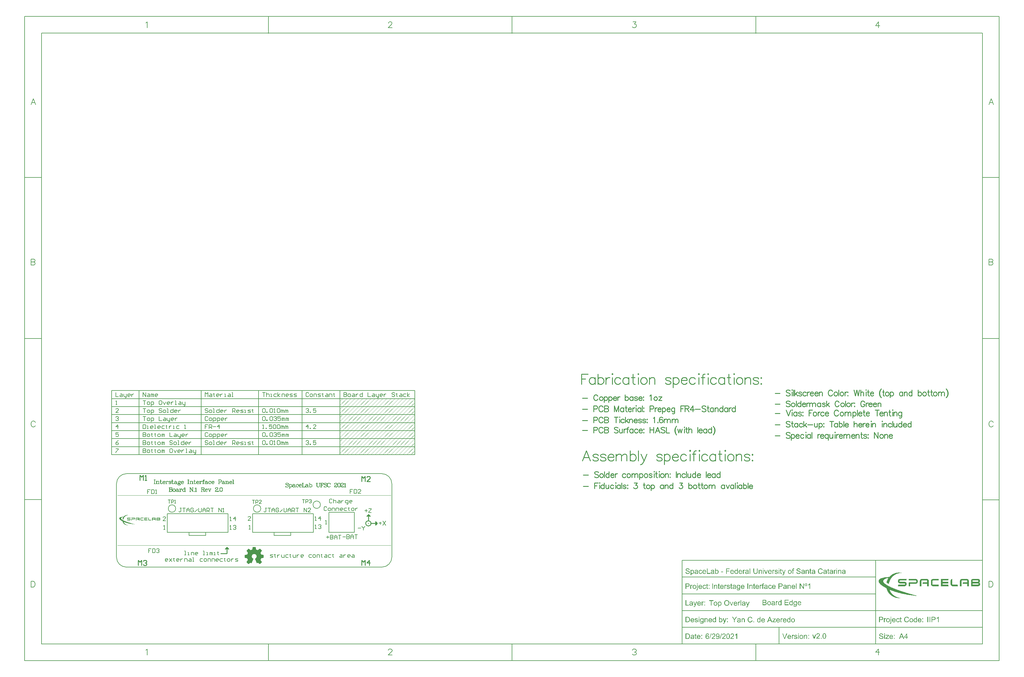
<source format=gto>
G04*
G04 #@! TF.GenerationSoftware,Altium Limited,Altium Designer,18.1.7 (191)*
G04*
G04 Layer_Color=65535*
%FSLAX25Y25*%
%MOIN*%
G70*
G01*
G75*
%ADD10C,0.00787*%
%ADD11C,0.01000*%
%ADD12C,0.00394*%
%ADD13C,0.00037*%
%ADD14C,0.00100*%
%ADD15C,0.00700*%
G36*
X13303Y61490D02*
X13845D01*
Y61412D01*
X14310D01*
Y61335D01*
X14620D01*
Y61257D01*
X14310D01*
Y61335D01*
X13690D01*
Y61257D01*
X13070D01*
Y61180D01*
X12683D01*
Y61102D01*
X12373D01*
Y61025D01*
X12140D01*
Y60947D01*
X11985D01*
Y60870D01*
X11753D01*
Y60792D01*
X11598D01*
Y60715D01*
X11443D01*
Y60637D01*
X11287D01*
Y60560D01*
X11133D01*
Y60482D01*
X10977D01*
Y60405D01*
X10900D01*
Y60327D01*
X10745D01*
Y60250D01*
X10667D01*
Y60172D01*
X10512D01*
Y60095D01*
X10435D01*
Y60017D01*
X10357D01*
Y59940D01*
X10280D01*
Y59862D01*
X10202D01*
Y59785D01*
X10047D01*
Y59707D01*
X9970D01*
Y59630D01*
X9892D01*
Y59552D01*
X9815D01*
Y59475D01*
X9737D01*
Y59397D01*
X9660D01*
Y59320D01*
Y59242D01*
X9582D01*
Y59165D01*
X9505D01*
Y59087D01*
X9427D01*
Y59010D01*
X9350D01*
Y58932D01*
X9272D01*
Y58855D01*
Y58777D01*
X9195D01*
Y58700D01*
X9117D01*
Y58622D01*
Y58545D01*
X9040D01*
Y58467D01*
X8962D01*
Y58390D01*
Y58312D01*
X8885D01*
Y58235D01*
Y58157D01*
X8807D01*
Y58079D01*
Y58002D01*
X8730D01*
Y57924D01*
Y57847D01*
X8652D01*
Y57770D01*
Y57692D01*
X8575D01*
Y57614D01*
Y57537D01*
Y57459D01*
X8497D01*
Y57382D01*
Y57304D01*
X8420D01*
Y57227D01*
Y57149D01*
Y57072D01*
X8342D01*
Y56994D01*
Y56917D01*
Y56839D01*
Y56762D01*
Y56684D01*
X8265D01*
Y56607D01*
Y56529D01*
Y56452D01*
Y56374D01*
X8187D01*
Y56297D01*
Y56219D01*
Y56142D01*
Y56064D01*
X8110D01*
Y56142D01*
X7955D01*
Y56219D01*
X7877D01*
Y56297D01*
X7722D01*
Y56374D01*
X7567D01*
Y56452D01*
X7490D01*
Y56529D01*
X7334D01*
Y56607D01*
X7257D01*
Y56684D01*
X7102D01*
Y56762D01*
X7024D01*
Y56839D01*
Y56917D01*
X7102D01*
Y56994D01*
Y57072D01*
Y57149D01*
Y57227D01*
X7180D01*
Y57304D01*
Y57382D01*
Y57459D01*
X7257D01*
Y57537D01*
Y57614D01*
Y57692D01*
X7334D01*
Y57770D01*
Y57847D01*
X7412D01*
Y57924D01*
Y58002D01*
X7490D01*
Y58079D01*
Y58157D01*
Y58235D01*
X7567D01*
Y58312D01*
X7645D01*
Y58390D01*
Y58467D01*
X7722D01*
Y58545D01*
Y58622D01*
X7800D01*
Y58700D01*
Y58777D01*
X7955D01*
Y58855D01*
Y58932D01*
X7412D01*
Y58855D01*
X7180D01*
Y58777D01*
X6947D01*
Y58700D01*
X6714D01*
Y58622D01*
X6559D01*
Y58545D01*
X6404D01*
Y58467D01*
X6249D01*
Y58390D01*
X6172D01*
Y58312D01*
X6094D01*
Y58235D01*
X5939D01*
Y58157D01*
X5862D01*
Y58079D01*
X5784D01*
Y58002D01*
X5707D01*
Y57924D01*
Y57847D01*
X5629D01*
Y57770D01*
X5552D01*
Y57692D01*
Y57614D01*
X5474D01*
Y57537D01*
Y57459D01*
Y57382D01*
Y57304D01*
Y57227D01*
Y57149D01*
X5552D01*
Y57072D01*
Y56994D01*
X5629D01*
Y56917D01*
X5707D01*
Y56839D01*
Y56762D01*
X5784D01*
Y56684D01*
X5862D01*
Y56607D01*
X5939D01*
Y56529D01*
X6017D01*
Y56452D01*
X6094D01*
Y56374D01*
X6172D01*
Y56297D01*
X6249D01*
Y56219D01*
X6404D01*
Y56142D01*
X6482D01*
Y56064D01*
X6559D01*
Y55987D01*
X6714D01*
Y55909D01*
X6792D01*
Y55832D01*
X6870D01*
Y55754D01*
X7024D01*
Y55677D01*
X7180D01*
Y55599D01*
X7257D01*
Y55522D01*
X7412D01*
Y55444D01*
X7567D01*
Y55367D01*
X7645D01*
Y55289D01*
X7800D01*
Y55212D01*
X7955D01*
Y55134D01*
X8110D01*
Y55057D01*
X8265D01*
Y54979D01*
X8420D01*
Y54902D01*
X8575D01*
Y54824D01*
X8730D01*
Y54747D01*
X8885D01*
Y54669D01*
X9040D01*
Y54592D01*
X9195D01*
Y54514D01*
X9427D01*
Y54437D01*
X9582D01*
Y54359D01*
X9737D01*
Y54282D01*
X9892D01*
Y54204D01*
X10125D01*
Y54127D01*
X10280D01*
Y54049D01*
X10435D01*
Y53971D01*
X10667D01*
Y53894D01*
X10900D01*
Y53816D01*
X11055D01*
Y53739D01*
X11287D01*
Y53662D01*
X11443D01*
Y53584D01*
X11675D01*
Y53506D01*
X11908D01*
Y53429D01*
X12063D01*
Y53351D01*
X12295D01*
Y53274D01*
X12528D01*
Y53196D01*
X12760D01*
Y53119D01*
X12993D01*
Y53041D01*
X13148D01*
Y52964D01*
X13458D01*
Y52886D01*
X13613D01*
Y52809D01*
X13845D01*
Y52731D01*
X14155D01*
Y52654D01*
X14310D01*
Y52576D01*
X14620D01*
Y52499D01*
X14853D01*
Y52421D01*
X15086D01*
Y52344D01*
X15318D01*
Y52266D01*
X15551D01*
Y52189D01*
X15783D01*
Y52111D01*
X16016D01*
Y52034D01*
X16326D01*
Y51956D01*
X16558D01*
Y51879D01*
X16791D01*
Y51801D01*
X17101D01*
Y51724D01*
X17333D01*
Y51646D01*
X17566D01*
Y51569D01*
X17876D01*
Y51491D01*
X18108D01*
Y51414D01*
X18341D01*
Y51336D01*
X18651D01*
Y51259D01*
X18883D01*
Y51181D01*
X19194D01*
Y51104D01*
X19426D01*
Y51026D01*
X19736D01*
Y50949D01*
X19969D01*
Y50871D01*
X20279D01*
Y50794D01*
X20589D01*
Y50716D01*
X20821D01*
Y50639D01*
X21131D01*
Y50561D01*
X21364D01*
Y50484D01*
X21674D01*
Y50406D01*
X21286D01*
Y50484D01*
X20511D01*
Y50561D01*
X19814D01*
Y50639D01*
X19116D01*
Y50716D01*
X18651D01*
Y50794D01*
X18108D01*
Y50871D01*
X17566D01*
Y50949D01*
X17178D01*
Y51026D01*
X16636D01*
Y51104D01*
X16248D01*
Y51181D01*
X15861D01*
Y51259D01*
X15395D01*
Y51336D01*
X15086D01*
Y51414D01*
X14698D01*
Y51491D01*
X14388D01*
Y51569D01*
X14078D01*
Y51646D01*
X13690D01*
Y51724D01*
X13458D01*
Y51801D01*
X13148D01*
Y51879D01*
X12838D01*
Y51956D01*
X12528D01*
Y52034D01*
X12218D01*
Y52111D01*
X11985D01*
Y52189D01*
X11753D01*
Y52266D01*
X11520D01*
Y52344D01*
X11210D01*
Y52421D01*
X10977D01*
Y52499D01*
X10745D01*
Y52576D01*
X10512D01*
Y52654D01*
X10280D01*
Y52731D01*
X10047D01*
Y52809D01*
X9815D01*
Y52886D01*
X9660D01*
Y52964D01*
X9427D01*
Y53041D01*
X9272D01*
Y53119D01*
X9040D01*
Y53196D01*
X8885D01*
Y53274D01*
X8652D01*
Y53351D01*
X8575D01*
Y53274D01*
Y53196D01*
Y53119D01*
X8652D01*
Y53041D01*
Y52964D01*
X8730D01*
Y52886D01*
Y52809D01*
Y52731D01*
X8807D01*
Y52654D01*
X8885D01*
Y52576D01*
Y52499D01*
X8962D01*
Y52421D01*
Y52344D01*
X9040D01*
Y52266D01*
Y52189D01*
X9117D01*
Y52111D01*
X9195D01*
Y52034D01*
Y51956D01*
X9272D01*
Y51879D01*
X9350D01*
Y51801D01*
X9427D01*
Y51724D01*
Y51646D01*
X9505D01*
Y51569D01*
X9582D01*
Y51491D01*
X9660D01*
Y51414D01*
X9737D01*
Y51336D01*
X9815D01*
Y51259D01*
X9892D01*
Y51181D01*
X9970D01*
Y51104D01*
X10047D01*
Y51026D01*
X10125D01*
Y50949D01*
X10202D01*
Y50871D01*
X10280D01*
Y50794D01*
X10435D01*
Y50716D01*
X10512D01*
Y50639D01*
X10590D01*
Y50561D01*
X10745D01*
Y50484D01*
X10823D01*
Y50406D01*
X10977D01*
Y50329D01*
X11055D01*
Y50251D01*
X11210D01*
Y50173D01*
X11365D01*
Y50096D01*
X11520D01*
Y50019D01*
X11675D01*
Y49941D01*
X11908D01*
Y49863D01*
X12063D01*
Y49786D01*
X12295D01*
Y49709D01*
X12528D01*
Y49631D01*
X12915D01*
Y49553D01*
X13380D01*
Y49476D01*
X13613D01*
Y49398D01*
X12373D01*
Y49476D01*
X11753D01*
Y49553D01*
X11443D01*
Y49631D01*
X11133D01*
Y49709D01*
X10977D01*
Y49786D01*
X10745D01*
Y49863D01*
X10512D01*
Y49941D01*
X10357D01*
Y50019D01*
X10202D01*
Y50096D01*
X10047D01*
Y50173D01*
X9892D01*
Y50251D01*
X9815D01*
Y50329D01*
X9660D01*
Y50406D01*
X9582D01*
Y50484D01*
X9427D01*
Y50561D01*
X9350D01*
Y50639D01*
X9195D01*
Y50716D01*
X9117D01*
Y50794D01*
X9040D01*
Y50871D01*
X8962D01*
Y50949D01*
X8885D01*
Y51026D01*
X8807D01*
Y51104D01*
X8652D01*
Y51181D01*
X8575D01*
Y51259D01*
Y51336D01*
X8497D01*
Y51414D01*
X8420D01*
Y51491D01*
X8342D01*
Y51569D01*
X8265D01*
Y51646D01*
X8187D01*
Y51724D01*
X8110D01*
Y51801D01*
Y51879D01*
X8032D01*
Y51956D01*
X7955D01*
Y52034D01*
X7877D01*
Y52111D01*
Y52189D01*
X7800D01*
Y52266D01*
Y52344D01*
X7722D01*
Y52421D01*
X7645D01*
Y52499D01*
Y52576D01*
X7567D01*
Y52654D01*
Y52731D01*
X7490D01*
Y52809D01*
Y52886D01*
X7412D01*
Y52964D01*
Y53041D01*
X7334D01*
Y53119D01*
Y53196D01*
Y53274D01*
X7257D01*
Y53351D01*
Y53429D01*
Y53506D01*
X7180D01*
Y53584D01*
Y53662D01*
X7102D01*
Y53739D01*
Y53816D01*
Y53894D01*
Y53971D01*
X7024D01*
Y54049D01*
Y54127D01*
X6870D01*
Y54204D01*
X6714D01*
Y54282D01*
X6559D01*
Y54359D01*
X6404D01*
Y54437D01*
X6327D01*
Y54514D01*
X6172D01*
Y54592D01*
X6017D01*
Y54669D01*
X5862D01*
Y54747D01*
X5784D01*
Y54824D01*
X5629D01*
Y54902D01*
X5552D01*
Y54979D01*
X5397D01*
Y55057D01*
X5242D01*
Y55134D01*
X5164D01*
Y55212D01*
X5009D01*
Y55289D01*
X4932D01*
Y55367D01*
X4854D01*
Y55444D01*
X4699D01*
Y55522D01*
X4622D01*
Y55599D01*
X4544D01*
Y55677D01*
X4467D01*
Y55754D01*
X4312D01*
Y55832D01*
X4234D01*
Y55909D01*
X4157D01*
Y55987D01*
X4079D01*
Y56064D01*
X4002D01*
Y56142D01*
X3924D01*
Y56219D01*
X3847D01*
Y56297D01*
X3769D01*
Y56374D01*
Y56452D01*
X3692D01*
Y56529D01*
X3614D01*
Y56607D01*
X3537D01*
Y56684D01*
Y56762D01*
X3459D01*
Y56839D01*
Y56917D01*
X3382D01*
Y56994D01*
Y57072D01*
X3304D01*
Y57149D01*
Y57227D01*
Y57304D01*
Y57382D01*
X3227D01*
Y57459D01*
Y57537D01*
Y57614D01*
X3304D01*
Y57692D01*
Y57770D01*
Y57847D01*
X3382D01*
Y57924D01*
Y58002D01*
X3459D01*
Y58079D01*
Y58157D01*
X3537D01*
Y58235D01*
X3614D01*
Y58312D01*
X3692D01*
Y58390D01*
X3847D01*
Y58467D01*
X3924D01*
Y58545D01*
X4079D01*
Y58622D01*
X4234D01*
Y58700D01*
X4389D01*
Y58777D01*
X4544D01*
Y58855D01*
X4777D01*
Y58932D01*
X5087D01*
Y59010D01*
X5319D01*
Y59087D01*
X5707D01*
Y59165D01*
X6094D01*
Y59242D01*
X6714D01*
Y59320D01*
X7722D01*
Y59397D01*
X8342D01*
Y59475D01*
X8420D01*
Y59552D01*
X8497D01*
Y59630D01*
X8575D01*
Y59707D01*
X8652D01*
Y59785D01*
X8730D01*
Y59862D01*
X8807D01*
Y59940D01*
X8885D01*
Y60017D01*
X8962D01*
Y60095D01*
X9040D01*
Y60172D01*
X9195D01*
Y60250D01*
X9272D01*
Y60327D01*
X9350D01*
Y60405D01*
X9505D01*
Y60482D01*
X9582D01*
Y60560D01*
X9737D01*
Y60637D01*
X9815D01*
Y60715D01*
X9970D01*
Y60792D01*
X10125D01*
Y60870D01*
X10280D01*
Y60947D01*
X10435D01*
Y61025D01*
X10590D01*
Y61102D01*
X10823D01*
Y61180D01*
X11055D01*
Y61257D01*
X11287D01*
Y61335D01*
X11598D01*
Y61412D01*
X12063D01*
Y61490D01*
X12605D01*
Y61567D01*
X13303D01*
Y61490D01*
D02*
G37*
G36*
X299114Y59547D02*
X295177D01*
X297146Y61516D01*
X299114Y59547D01*
D02*
G37*
G36*
X50895Y58390D02*
X51050D01*
Y58312D01*
X51205D01*
Y58235D01*
X51283D01*
Y58157D01*
Y58079D01*
X51360D01*
Y58002D01*
X51437D01*
Y57924D01*
Y57847D01*
Y57770D01*
Y57692D01*
Y57614D01*
Y57537D01*
Y57459D01*
Y57382D01*
Y57304D01*
Y57227D01*
Y57149D01*
X51360D01*
Y57072D01*
Y56994D01*
X51283D01*
Y56917D01*
X51127D01*
Y56839D01*
Y56762D01*
Y56684D01*
X51283D01*
Y56607D01*
X51360D01*
Y56529D01*
X51437D01*
Y56452D01*
Y56374D01*
X51515D01*
Y56297D01*
Y56219D01*
Y56142D01*
X51592D01*
Y56064D01*
Y55987D01*
Y55909D01*
Y55832D01*
X51515D01*
Y55754D01*
Y55677D01*
Y55599D01*
X51437D01*
Y55522D01*
Y55444D01*
X51360D01*
Y55367D01*
X51283D01*
Y55289D01*
X51205D01*
Y55212D01*
X51050D01*
Y55134D01*
X50817D01*
Y55057D01*
X47252D01*
Y55134D01*
Y55212D01*
Y55289D01*
Y55367D01*
Y55444D01*
Y55522D01*
Y55599D01*
Y55677D01*
Y55754D01*
Y55832D01*
Y55909D01*
Y55987D01*
Y56064D01*
Y56142D01*
Y56219D01*
Y56297D01*
Y56374D01*
Y56452D01*
Y56529D01*
Y56607D01*
Y56684D01*
Y56762D01*
Y56839D01*
Y56917D01*
Y56994D01*
Y57072D01*
Y57149D01*
Y57227D01*
Y57304D01*
Y57382D01*
Y57459D01*
Y57537D01*
Y57614D01*
Y57692D01*
Y57770D01*
Y57847D01*
Y57924D01*
X47330D01*
Y58002D01*
Y58079D01*
X47407D01*
Y58157D01*
X47484D01*
Y58235D01*
X47562D01*
Y58312D01*
X47640D01*
Y58390D01*
X47872D01*
Y58467D01*
X50895D01*
Y58390D01*
D02*
G37*
G36*
X45624D02*
X45779D01*
Y58312D01*
X45857D01*
Y58235D01*
X45934D01*
Y58157D01*
X46012D01*
Y58079D01*
X46089D01*
Y58002D01*
Y57924D01*
X46167D01*
Y57847D01*
Y57770D01*
Y57692D01*
X46244D01*
Y57614D01*
Y57537D01*
Y57459D01*
Y57382D01*
Y57304D01*
Y57227D01*
Y57149D01*
Y57072D01*
Y56994D01*
Y56917D01*
Y56839D01*
Y56762D01*
Y56684D01*
Y56607D01*
Y56529D01*
Y56452D01*
Y56374D01*
Y56297D01*
Y56219D01*
Y56142D01*
Y56064D01*
Y55987D01*
Y55909D01*
Y55832D01*
Y55754D01*
Y55677D01*
Y55599D01*
Y55522D01*
Y55444D01*
Y55367D01*
Y55289D01*
Y55212D01*
Y55134D01*
Y55057D01*
X45469D01*
Y55134D01*
Y55212D01*
Y55289D01*
Y55367D01*
Y55444D01*
Y55522D01*
Y55599D01*
Y55677D01*
Y55754D01*
Y55832D01*
Y55909D01*
Y55987D01*
Y56064D01*
Y56142D01*
X43222D01*
Y56219D01*
Y56297D01*
Y56374D01*
X43299D01*
Y56452D01*
Y56529D01*
Y56607D01*
X43376D01*
Y56684D01*
Y56762D01*
X43454D01*
Y56839D01*
X43609D01*
Y56917D01*
X45469D01*
Y56994D01*
Y57072D01*
Y57149D01*
Y57227D01*
Y57304D01*
Y57382D01*
Y57459D01*
Y57537D01*
Y57614D01*
Y57692D01*
X45392D01*
Y57770D01*
X42834D01*
Y57692D01*
X42756D01*
Y57614D01*
Y57537D01*
Y57459D01*
Y57382D01*
Y57304D01*
Y57227D01*
Y57149D01*
Y57072D01*
Y56994D01*
Y56917D01*
Y56839D01*
Y56762D01*
Y56684D01*
Y56607D01*
Y56529D01*
Y56452D01*
Y56374D01*
Y56297D01*
Y56219D01*
Y56142D01*
Y56064D01*
Y55987D01*
Y55909D01*
Y55832D01*
Y55754D01*
Y55677D01*
Y55599D01*
Y55522D01*
Y55444D01*
Y55367D01*
Y55289D01*
Y55212D01*
Y55134D01*
Y55057D01*
X41981D01*
Y55134D01*
Y55212D01*
Y55289D01*
Y55367D01*
Y55444D01*
Y55522D01*
Y55599D01*
Y55677D01*
Y55754D01*
Y55832D01*
Y55909D01*
Y55987D01*
Y56064D01*
Y56142D01*
Y56219D01*
Y56297D01*
Y56374D01*
Y56452D01*
Y56529D01*
Y56607D01*
Y56684D01*
Y56762D01*
Y56839D01*
Y56917D01*
Y56994D01*
Y57072D01*
Y57149D01*
Y57227D01*
Y57304D01*
Y57382D01*
Y57459D01*
Y57537D01*
Y57614D01*
Y57692D01*
X42059D01*
Y57770D01*
Y57847D01*
Y57924D01*
X42136D01*
Y58002D01*
Y58079D01*
X42214D01*
Y58157D01*
X42291D01*
Y58235D01*
X42369D01*
Y58312D01*
X42446D01*
Y58390D01*
X42601D01*
Y58467D01*
X45624D01*
Y58390D01*
D02*
G37*
G36*
X38338D02*
Y58312D01*
Y58235D01*
Y58157D01*
Y58079D01*
Y58002D01*
Y57924D01*
Y57847D01*
Y57770D01*
Y57692D01*
Y57614D01*
Y57537D01*
Y57459D01*
Y57382D01*
Y57304D01*
Y57227D01*
Y57149D01*
Y57072D01*
Y56994D01*
Y56917D01*
Y56839D01*
Y56762D01*
Y56684D01*
Y56607D01*
Y56529D01*
Y56452D01*
Y56374D01*
Y56297D01*
Y56219D01*
Y56142D01*
Y56064D01*
Y55987D01*
Y55909D01*
X38416D01*
Y55832D01*
X38571D01*
Y55754D01*
X40896D01*
Y55677D01*
Y55599D01*
Y55522D01*
Y55444D01*
Y55367D01*
X40974D01*
Y55289D01*
Y55212D01*
Y55134D01*
Y55057D01*
X38261D01*
Y55134D01*
X38028D01*
Y55212D01*
X37951D01*
Y55289D01*
X37873D01*
Y55367D01*
X37796D01*
Y55444D01*
X37718D01*
Y55522D01*
Y55599D01*
X37641D01*
Y55677D01*
Y55754D01*
Y55832D01*
X37563D01*
Y55909D01*
Y55987D01*
Y56064D01*
Y56142D01*
Y56219D01*
Y56297D01*
Y56374D01*
Y56452D01*
Y56529D01*
Y56607D01*
Y56684D01*
Y56762D01*
Y56839D01*
Y56917D01*
Y56994D01*
Y57072D01*
Y57149D01*
Y57227D01*
Y57304D01*
Y57382D01*
Y57459D01*
Y57537D01*
Y57614D01*
Y57692D01*
Y57770D01*
Y57847D01*
X37641D01*
Y57924D01*
Y58002D01*
Y58079D01*
X37718D01*
Y58157D01*
Y58235D01*
X37796D01*
Y58312D01*
X37951D01*
Y58390D01*
X38028D01*
Y58467D01*
X38338D01*
Y58390D01*
D02*
G37*
G36*
X36556D02*
Y58312D01*
Y58235D01*
X36478D01*
Y58157D01*
Y58079D01*
Y58002D01*
Y57924D01*
Y57847D01*
Y57770D01*
X33688D01*
Y57692D01*
Y57614D01*
Y57537D01*
Y57459D01*
Y57382D01*
Y57304D01*
Y57227D01*
Y57149D01*
X36401D01*
Y57072D01*
Y56994D01*
Y56917D01*
Y56839D01*
Y56762D01*
Y56684D01*
Y56607D01*
Y56529D01*
Y56452D01*
Y56374D01*
X33688D01*
Y56297D01*
Y56219D01*
Y56142D01*
Y56064D01*
Y55987D01*
Y55909D01*
Y55832D01*
Y55754D01*
X36478D01*
Y55677D01*
Y55599D01*
Y55522D01*
Y55444D01*
Y55367D01*
Y55289D01*
X36556D01*
Y55212D01*
Y55134D01*
Y55057D01*
X32913D01*
Y55134D01*
Y55212D01*
Y55289D01*
Y55367D01*
Y55444D01*
Y55522D01*
Y55599D01*
Y55677D01*
Y55754D01*
Y55832D01*
Y55909D01*
Y55987D01*
Y56064D01*
Y56142D01*
Y56219D01*
Y56297D01*
Y56374D01*
Y56452D01*
Y56529D01*
Y56607D01*
Y56684D01*
Y56762D01*
Y56839D01*
Y56917D01*
Y56994D01*
Y57072D01*
Y57149D01*
Y57227D01*
Y57304D01*
Y57382D01*
Y57459D01*
Y57537D01*
Y57614D01*
Y57692D01*
Y57770D01*
Y57847D01*
Y57924D01*
Y58002D01*
Y58079D01*
Y58157D01*
Y58235D01*
Y58312D01*
Y58390D01*
Y58467D01*
X36556D01*
Y58390D01*
D02*
G37*
G36*
X31905D02*
Y58312D01*
Y58235D01*
X31828D01*
Y58157D01*
Y58079D01*
Y58002D01*
Y57924D01*
Y57847D01*
Y57770D01*
X29115D01*
Y57692D01*
X28960D01*
Y57614D01*
X28882D01*
Y57537D01*
Y57459D01*
Y57382D01*
Y57304D01*
Y57227D01*
Y57149D01*
Y57072D01*
Y56994D01*
Y56917D01*
Y56839D01*
Y56762D01*
Y56684D01*
Y56607D01*
Y56529D01*
Y56452D01*
Y56374D01*
Y56297D01*
Y56219D01*
Y56142D01*
Y56064D01*
Y55987D01*
Y55909D01*
X28960D01*
Y55832D01*
X29115D01*
Y55754D01*
X31828D01*
Y55677D01*
Y55599D01*
Y55522D01*
Y55444D01*
Y55367D01*
Y55289D01*
X31905D01*
Y55212D01*
Y55134D01*
Y55057D01*
X28960D01*
Y55134D01*
X28727D01*
Y55212D01*
X28572D01*
Y55289D01*
X28495D01*
Y55367D01*
X28417D01*
Y55444D01*
X28340D01*
Y55522D01*
Y55599D01*
X28262D01*
Y55677D01*
Y55754D01*
X28185D01*
Y55832D01*
Y55909D01*
Y55987D01*
Y56064D01*
Y56142D01*
Y56219D01*
Y56297D01*
Y56374D01*
Y56452D01*
Y56529D01*
Y56607D01*
Y56684D01*
Y56762D01*
Y56839D01*
Y56917D01*
Y56994D01*
Y57072D01*
Y57149D01*
Y57227D01*
Y57304D01*
Y57382D01*
Y57459D01*
Y57537D01*
Y57614D01*
Y57692D01*
Y57770D01*
Y57847D01*
X28262D01*
Y57924D01*
Y58002D01*
X28340D01*
Y58079D01*
X28417D01*
Y58157D01*
X28495D01*
Y58235D01*
X28572D01*
Y58312D01*
X28727D01*
Y58390D01*
X28882D01*
Y58467D01*
X31905D01*
Y58390D01*
D02*
G37*
G36*
X26557D02*
X26712D01*
Y58312D01*
X26789D01*
Y58235D01*
X26867D01*
Y58157D01*
X26945D01*
Y58079D01*
X27022D01*
Y58002D01*
Y57924D01*
X27099D01*
Y57847D01*
Y57770D01*
Y57692D01*
Y57614D01*
X27177D01*
Y57537D01*
Y57459D01*
Y57382D01*
Y57304D01*
Y57227D01*
Y57149D01*
Y57072D01*
Y56994D01*
Y56917D01*
Y56839D01*
Y56762D01*
Y56684D01*
Y56607D01*
Y56529D01*
Y56452D01*
Y56374D01*
Y56297D01*
Y56219D01*
Y56142D01*
Y56064D01*
Y55987D01*
Y55909D01*
Y55832D01*
Y55754D01*
Y55677D01*
Y55599D01*
Y55522D01*
Y55444D01*
Y55367D01*
Y55289D01*
Y55212D01*
Y55134D01*
Y55057D01*
X26402D01*
Y55134D01*
Y55212D01*
Y55289D01*
Y55367D01*
Y55444D01*
Y55522D01*
Y55599D01*
Y55677D01*
Y55754D01*
Y55832D01*
Y55909D01*
Y55987D01*
Y56064D01*
Y56142D01*
X24154D01*
Y56219D01*
Y56297D01*
X24232D01*
Y56374D01*
Y56452D01*
Y56529D01*
Y56607D01*
X24309D01*
Y56684D01*
Y56762D01*
X24387D01*
Y56839D01*
X24542D01*
Y56917D01*
X26402D01*
Y56994D01*
Y57072D01*
Y57149D01*
Y57227D01*
Y57304D01*
Y57382D01*
Y57459D01*
Y57537D01*
Y57614D01*
Y57692D01*
X26324D01*
Y57770D01*
X23767D01*
Y57692D01*
X23689D01*
Y57614D01*
Y57537D01*
Y57459D01*
X23611D01*
Y57382D01*
Y57304D01*
Y57227D01*
Y57149D01*
Y57072D01*
Y56994D01*
Y56917D01*
Y56839D01*
Y56762D01*
Y56684D01*
Y56607D01*
Y56529D01*
Y56452D01*
Y56374D01*
Y56297D01*
Y56219D01*
Y56142D01*
Y56064D01*
Y55987D01*
Y55909D01*
Y55832D01*
Y55754D01*
Y55677D01*
Y55599D01*
Y55522D01*
Y55444D01*
Y55367D01*
Y55289D01*
Y55212D01*
Y55134D01*
X23689D01*
Y55057D01*
X22914D01*
Y55134D01*
Y55212D01*
Y55289D01*
Y55367D01*
Y55444D01*
Y55522D01*
Y55599D01*
Y55677D01*
Y55754D01*
Y55832D01*
Y55909D01*
Y55987D01*
Y56064D01*
Y56142D01*
Y56219D01*
Y56297D01*
Y56374D01*
Y56452D01*
Y56529D01*
Y56607D01*
Y56684D01*
Y56762D01*
Y56839D01*
Y56917D01*
Y56994D01*
Y57072D01*
Y57149D01*
Y57227D01*
Y57304D01*
Y57382D01*
Y57459D01*
Y57537D01*
Y57614D01*
Y57692D01*
X22991D01*
Y57770D01*
Y57847D01*
Y57924D01*
X23069D01*
Y58002D01*
Y58079D01*
X23146D01*
Y58157D01*
X23224D01*
Y58235D01*
X23302D01*
Y58312D01*
X23379D01*
Y58390D01*
X23534D01*
Y58467D01*
X26557D01*
Y58390D01*
D02*
G37*
G36*
X21286D02*
X21441D01*
Y58312D01*
X21519D01*
Y58235D01*
X21596D01*
Y58157D01*
X21674D01*
Y58079D01*
X21751D01*
Y58002D01*
X21829D01*
Y57924D01*
Y57847D01*
Y57770D01*
X21906D01*
Y57692D01*
Y57614D01*
Y57537D01*
Y57459D01*
X21984D01*
Y57382D01*
X21906D01*
Y57304D01*
X21984D01*
Y57227D01*
X21906D01*
Y57149D01*
Y57072D01*
Y56994D01*
Y56917D01*
X21829D01*
Y56839D01*
Y56762D01*
Y56684D01*
X21751D01*
Y56607D01*
X21674D01*
Y56529D01*
Y56452D01*
X21596D01*
Y56374D01*
X21441D01*
Y56297D01*
X21286D01*
Y56219D01*
X18341D01*
Y56142D01*
Y56064D01*
Y55987D01*
Y55909D01*
Y55832D01*
Y55754D01*
Y55677D01*
Y55599D01*
Y55522D01*
Y55444D01*
Y55367D01*
Y55289D01*
Y55212D01*
Y55134D01*
Y55057D01*
X17643D01*
Y55134D01*
Y55212D01*
Y55289D01*
Y55367D01*
Y55444D01*
Y55522D01*
Y55599D01*
Y55677D01*
Y55754D01*
Y55832D01*
Y55909D01*
Y55987D01*
Y56064D01*
Y56142D01*
Y56219D01*
Y56297D01*
Y56374D01*
Y56452D01*
Y56529D01*
Y56607D01*
Y56684D01*
Y56762D01*
X17721D01*
Y56839D01*
X17876D01*
Y56917D01*
X21054D01*
Y56994D01*
X21131D01*
Y57072D01*
X21209D01*
Y57149D01*
Y57227D01*
Y57304D01*
Y57382D01*
Y57459D01*
Y57537D01*
Y57614D01*
X21131D01*
Y57692D01*
X21054D01*
Y57770D01*
X17643D01*
Y57847D01*
Y57924D01*
Y58002D01*
Y58079D01*
Y58157D01*
Y58235D01*
Y58312D01*
Y58390D01*
Y58467D01*
X21286D01*
Y58390D01*
D02*
G37*
G36*
X16636D02*
X16558D01*
Y58312D01*
Y58235D01*
Y58157D01*
Y58079D01*
X16481D01*
Y58002D01*
Y57924D01*
Y57847D01*
Y57770D01*
X13380D01*
Y57692D01*
X13303D01*
Y57614D01*
X13225D01*
Y57537D01*
Y57459D01*
Y57382D01*
Y57304D01*
Y57227D01*
X13303D01*
Y57149D01*
X15861D01*
Y57072D01*
X16093D01*
Y56994D01*
X16248D01*
Y56917D01*
X16326D01*
Y56839D01*
X16403D01*
Y56762D01*
Y56684D01*
X16481D01*
Y56607D01*
X16558D01*
Y56529D01*
Y56452D01*
Y56374D01*
Y56297D01*
Y56219D01*
X16636D01*
Y56142D01*
Y56064D01*
Y55987D01*
X16558D01*
Y55909D01*
Y55832D01*
Y55754D01*
Y55677D01*
Y55599D01*
X16481D01*
Y55522D01*
X16403D01*
Y55444D01*
Y55367D01*
X16326D01*
Y55289D01*
X16248D01*
Y55212D01*
X16093D01*
Y55134D01*
X15861D01*
Y55057D01*
X12528D01*
Y55134D01*
Y55212D01*
Y55289D01*
Y55367D01*
X12605D01*
Y55444D01*
Y55522D01*
Y55599D01*
Y55677D01*
X12683D01*
Y55754D01*
X15706D01*
Y55832D01*
X15861D01*
Y55909D01*
Y55987D01*
Y56064D01*
Y56142D01*
Y56219D01*
Y56297D01*
Y56374D01*
X13303D01*
Y56452D01*
X13070D01*
Y56529D01*
X12915D01*
Y56607D01*
X12838D01*
Y56684D01*
X12760D01*
Y56762D01*
X12683D01*
Y56839D01*
Y56917D01*
X12605D01*
Y56994D01*
Y57072D01*
X12528D01*
Y57149D01*
Y57227D01*
Y57304D01*
Y57382D01*
Y57459D01*
Y57537D01*
Y57614D01*
Y57692D01*
Y57770D01*
Y57847D01*
X12605D01*
Y57924D01*
Y58002D01*
X12683D01*
Y58079D01*
Y58157D01*
X12760D01*
Y58235D01*
X12838D01*
Y58312D01*
X12993D01*
Y58390D01*
X13148D01*
Y58467D01*
X16636D01*
Y58390D01*
D02*
G37*
G36*
X307087Y51575D02*
X305118Y49606D01*
Y53543D01*
X307087Y51575D01*
D02*
G37*
G36*
X132283Y20915D02*
X128347D01*
X130315Y22884D01*
X132283Y20915D01*
D02*
G37*
G36*
X799006Y-1464D02*
X799111Y-1474D01*
X799236Y-1493D01*
X799371Y-1512D01*
X799515Y-1541D01*
X799400Y-2214D01*
X799390D01*
X799361Y-2204D01*
X799313Y-2194D01*
X799255Y-2185D01*
X799179D01*
X799102Y-2175D01*
X798938Y-2166D01*
X798881D01*
X798823Y-2175D01*
X798746Y-2185D01*
X798669Y-2204D01*
X798583Y-2233D01*
X798506Y-2271D01*
X798439Y-2319D01*
X798429Y-2329D01*
X798419Y-2348D01*
X798390Y-2387D01*
X798371Y-2444D01*
X798343Y-2521D01*
X798314Y-2627D01*
X798304Y-2742D01*
X798294Y-2886D01*
Y-3300D01*
X799188D01*
Y-3905D01*
X798304D01*
Y-7874D01*
X797526D01*
Y-3905D01*
X796843D01*
Y-3300D01*
X797526D01*
Y-2819D01*
Y-2810D01*
Y-2800D01*
Y-2742D01*
X797535Y-2665D01*
Y-2560D01*
X797545Y-2454D01*
X797564Y-2339D01*
X797583Y-2233D01*
X797612Y-2137D01*
X797622Y-2127D01*
X797631Y-2089D01*
X797660Y-2031D01*
X797699Y-1964D01*
X797756Y-1877D01*
X797823Y-1801D01*
X797900Y-1724D01*
X797997Y-1647D01*
X798006Y-1637D01*
X798054Y-1618D01*
X798112Y-1589D01*
X798208Y-1551D01*
X798314Y-1512D01*
X798458Y-1483D01*
X798612Y-1464D01*
X798794Y-1455D01*
X798919D01*
X799006Y-1464D01*
D02*
G37*
G36*
X850064Y-2444D02*
X849285D01*
Y-1560D01*
X850064D01*
Y-2444D01*
D02*
G37*
G36*
X781957D02*
X781179D01*
Y-1560D01*
X781957D01*
Y-2444D01*
D02*
G37*
G36*
X763343D02*
X762565D01*
Y-1560D01*
X763343D01*
Y-2444D01*
D02*
G37*
G36*
X804704Y-1464D02*
X804772D01*
X804935Y-1483D01*
X805127Y-1512D01*
X805339Y-1551D01*
X805550Y-1608D01*
X805752Y-1685D01*
X805761D01*
X805771Y-1695D01*
X805800Y-1704D01*
X805838Y-1724D01*
X805934Y-1781D01*
X806059Y-1849D01*
X806194Y-1945D01*
X806328Y-2060D01*
X806463Y-2194D01*
X806578Y-2348D01*
X806588Y-2368D01*
X806626Y-2425D01*
X806674Y-2521D01*
X806722Y-2637D01*
X806780Y-2781D01*
X806838Y-2954D01*
X806876Y-3136D01*
X806895Y-3338D01*
X806098Y-3396D01*
Y-3386D01*
Y-3367D01*
X806088Y-3338D01*
X806079Y-3300D01*
X806059Y-3194D01*
X806021Y-3059D01*
X805963Y-2915D01*
X805886Y-2771D01*
X805781Y-2627D01*
X805656Y-2502D01*
X805637Y-2492D01*
X805588Y-2454D01*
X805502Y-2406D01*
X805387Y-2348D01*
X805233Y-2291D01*
X805041Y-2243D01*
X804820Y-2204D01*
X804560Y-2194D01*
X804435D01*
X804378Y-2204D01*
X804301D01*
X804137Y-2233D01*
X803955Y-2262D01*
X803772Y-2310D01*
X803599Y-2377D01*
X803522Y-2425D01*
X803455Y-2473D01*
X803445Y-2483D01*
X803407Y-2521D01*
X803349Y-2579D01*
X803292Y-2665D01*
X803224Y-2761D01*
X803176Y-2877D01*
X803138Y-3002D01*
X803119Y-3146D01*
Y-3165D01*
Y-3204D01*
X803128Y-3271D01*
X803148Y-3348D01*
X803176Y-3434D01*
X803224Y-3530D01*
X803282Y-3617D01*
X803359Y-3703D01*
X803368Y-3713D01*
X803417Y-3742D01*
X803445Y-3761D01*
X803484Y-3790D01*
X803541Y-3809D01*
X803609Y-3838D01*
X803686Y-3876D01*
X803772Y-3915D01*
X803868Y-3943D01*
X803984Y-3982D01*
X804118Y-4030D01*
X804262Y-4069D01*
X804426Y-4107D01*
X804608Y-4155D01*
X804618D01*
X804656Y-4165D01*
X804704Y-4174D01*
X804772Y-4193D01*
X804858Y-4213D01*
X804954Y-4241D01*
X805166Y-4290D01*
X805396Y-4357D01*
X805627Y-4424D01*
X805742Y-4453D01*
X805838Y-4491D01*
X805934Y-4530D01*
X806011Y-4559D01*
X806021D01*
X806040Y-4568D01*
X806059Y-4587D01*
X806098Y-4607D01*
X806194Y-4664D01*
X806319Y-4732D01*
X806453Y-4828D01*
X806588Y-4943D01*
X806713Y-5068D01*
X806818Y-5202D01*
X806828Y-5222D01*
X806857Y-5270D01*
X806905Y-5347D01*
X806953Y-5462D01*
X807001Y-5587D01*
X807049Y-5741D01*
X807078Y-5914D01*
X807088Y-6096D01*
Y-6106D01*
Y-6115D01*
Y-6144D01*
Y-6183D01*
X807068Y-6279D01*
X807049Y-6404D01*
X807020Y-6548D01*
X806963Y-6711D01*
X806895Y-6884D01*
X806799Y-7048D01*
X806790Y-7067D01*
X806742Y-7124D01*
X806684Y-7201D01*
X806588Y-7297D01*
X806472Y-7413D01*
X806328Y-7528D01*
X806155Y-7634D01*
X805963Y-7739D01*
X805954D01*
X805934Y-7749D01*
X805906Y-7759D01*
X805867Y-7778D01*
X805819Y-7797D01*
X805761Y-7816D01*
X805608Y-7855D01*
X805435Y-7903D01*
X805223Y-7941D01*
X805002Y-7970D01*
X804752Y-7980D01*
X804608D01*
X804541Y-7970D01*
X804454D01*
X804358Y-7960D01*
X804253Y-7951D01*
X804032Y-7922D01*
X803791Y-7874D01*
X803551Y-7816D01*
X803321Y-7739D01*
X803311D01*
X803292Y-7730D01*
X803263Y-7711D01*
X803224Y-7691D01*
X803119Y-7634D01*
X802994Y-7547D01*
X802840Y-7442D01*
X802696Y-7317D01*
X802542Y-7163D01*
X802407Y-6990D01*
Y-6980D01*
X802398Y-6971D01*
X802379Y-6942D01*
X802359Y-6903D01*
X802331Y-6855D01*
X802302Y-6798D01*
X802244Y-6654D01*
X802186Y-6490D01*
X802129Y-6288D01*
X802090Y-6077D01*
X802071Y-5846D01*
X802859Y-5779D01*
Y-5789D01*
Y-5798D01*
X802869Y-5856D01*
X802888Y-5942D01*
X802907Y-6058D01*
X802946Y-6183D01*
X802984Y-6317D01*
X803042Y-6442D01*
X803109Y-6567D01*
X803119Y-6577D01*
X803148Y-6615D01*
X803195Y-6673D01*
X803272Y-6740D01*
X803359Y-6817D01*
X803465Y-6903D01*
X803599Y-6980D01*
X803743Y-7057D01*
X803753D01*
X803763Y-7067D01*
X803820Y-7086D01*
X803907Y-7115D01*
X804032Y-7144D01*
X804166Y-7182D01*
X804339Y-7211D01*
X804522Y-7230D01*
X804714Y-7240D01*
X804791D01*
X804887Y-7230D01*
X804993Y-7220D01*
X805127Y-7211D01*
X805262Y-7182D01*
X805406Y-7153D01*
X805550Y-7105D01*
X805569Y-7096D01*
X805608Y-7076D01*
X805675Y-7048D01*
X805752Y-7000D01*
X805848Y-6942D01*
X805934Y-6875D01*
X806021Y-6798D01*
X806098Y-6711D01*
X806107Y-6702D01*
X806127Y-6663D01*
X806155Y-6615D01*
X806194Y-6548D01*
X806223Y-6471D01*
X806252Y-6375D01*
X806271Y-6279D01*
X806280Y-6173D01*
Y-6163D01*
Y-6125D01*
X806271Y-6067D01*
X806261Y-6000D01*
X806242Y-5914D01*
X806203Y-5827D01*
X806165Y-5741D01*
X806107Y-5654D01*
X806098Y-5644D01*
X806079Y-5616D01*
X806030Y-5577D01*
X805973Y-5520D01*
X805896Y-5462D01*
X805800Y-5404D01*
X805675Y-5337D01*
X805540Y-5279D01*
X805531Y-5270D01*
X805492Y-5260D01*
X805415Y-5241D01*
X805367Y-5222D01*
X805310Y-5202D01*
X805233Y-5183D01*
X805156Y-5164D01*
X805060Y-5135D01*
X804964Y-5106D01*
X804848Y-5077D01*
X804714Y-5049D01*
X804570Y-5010D01*
X804416Y-4972D01*
X804406D01*
X804378Y-4962D01*
X804329Y-4953D01*
X804272Y-4933D01*
X804205Y-4914D01*
X804128Y-4895D01*
X803945Y-4847D01*
X803743Y-4780D01*
X803541Y-4712D01*
X803359Y-4645D01*
X803272Y-4616D01*
X803205Y-4578D01*
X803195D01*
X803186Y-4568D01*
X803128Y-4530D01*
X803051Y-4482D01*
X802955Y-4414D01*
X802840Y-4328D01*
X802734Y-4232D01*
X802629Y-4117D01*
X802532Y-3992D01*
X802523Y-3972D01*
X802494Y-3924D01*
X802465Y-3857D01*
X802427Y-3761D01*
X802379Y-3646D01*
X802350Y-3511D01*
X802321Y-3357D01*
X802311Y-3204D01*
Y-3194D01*
Y-3184D01*
Y-3156D01*
Y-3117D01*
X802331Y-3031D01*
X802350Y-2915D01*
X802379Y-2771D01*
X802427Y-2627D01*
X802494Y-2464D01*
X802581Y-2310D01*
Y-2300D01*
X802590Y-2291D01*
X802629Y-2243D01*
X802696Y-2166D01*
X802782Y-2070D01*
X802888Y-1973D01*
X803022Y-1868D01*
X803186Y-1762D01*
X803368Y-1676D01*
X803378D01*
X803388Y-1666D01*
X803417Y-1656D01*
X803465Y-1637D01*
X803513Y-1627D01*
X803570Y-1608D01*
X803705Y-1560D01*
X803878Y-1522D01*
X804070Y-1493D01*
X804291Y-1464D01*
X804522Y-1455D01*
X804637D01*
X804704Y-1464D01*
D02*
G37*
G36*
X673893D02*
X673960D01*
X674124Y-1483D01*
X674316Y-1512D01*
X674527Y-1551D01*
X674739Y-1608D01*
X674940Y-1685D01*
X674950D01*
X674960Y-1695D01*
X674989Y-1704D01*
X675027Y-1724D01*
X675123Y-1781D01*
X675248Y-1849D01*
X675383Y-1945D01*
X675517Y-2060D01*
X675652Y-2194D01*
X675767Y-2348D01*
X675776Y-2368D01*
X675815Y-2425D01*
X675863Y-2521D01*
X675911Y-2637D01*
X675969Y-2781D01*
X676026Y-2954D01*
X676065Y-3136D01*
X676084Y-3338D01*
X675286Y-3396D01*
Y-3386D01*
Y-3367D01*
X675277Y-3338D01*
X675267Y-3300D01*
X675248Y-3194D01*
X675210Y-3059D01*
X675152Y-2915D01*
X675075Y-2771D01*
X674969Y-2627D01*
X674844Y-2502D01*
X674825Y-2492D01*
X674777Y-2454D01*
X674691Y-2406D01*
X674575Y-2348D01*
X674422Y-2291D01*
X674229Y-2243D01*
X674008Y-2204D01*
X673749Y-2194D01*
X673624D01*
X673566Y-2204D01*
X673489D01*
X673326Y-2233D01*
X673143Y-2262D01*
X672961Y-2310D01*
X672788Y-2377D01*
X672711Y-2425D01*
X672644Y-2473D01*
X672634Y-2483D01*
X672596Y-2521D01*
X672538Y-2579D01*
X672480Y-2665D01*
X672413Y-2761D01*
X672365Y-2877D01*
X672327Y-3002D01*
X672307Y-3146D01*
Y-3165D01*
Y-3204D01*
X672317Y-3271D01*
X672336Y-3348D01*
X672365Y-3434D01*
X672413Y-3530D01*
X672471Y-3617D01*
X672548Y-3703D01*
X672557Y-3713D01*
X672605Y-3742D01*
X672634Y-3761D01*
X672673Y-3790D01*
X672730Y-3809D01*
X672797Y-3838D01*
X672874Y-3876D01*
X672961Y-3915D01*
X673057Y-3943D01*
X673172Y-3982D01*
X673307Y-4030D01*
X673451Y-4069D01*
X673614Y-4107D01*
X673797Y-4155D01*
X673806D01*
X673845Y-4165D01*
X673893Y-4174D01*
X673960Y-4193D01*
X674047Y-4213D01*
X674143Y-4241D01*
X674354Y-4290D01*
X674585Y-4357D01*
X674816Y-4424D01*
X674931Y-4453D01*
X675027Y-4491D01*
X675123Y-4530D01*
X675200Y-4559D01*
X675210D01*
X675229Y-4568D01*
X675248Y-4587D01*
X675286Y-4607D01*
X675383Y-4664D01*
X675507Y-4732D01*
X675642Y-4828D01*
X675776Y-4943D01*
X675902Y-5068D01*
X676007Y-5202D01*
X676017Y-5222D01*
X676046Y-5270D01*
X676094Y-5347D01*
X676142Y-5462D01*
X676190Y-5587D01*
X676238Y-5741D01*
X676267Y-5914D01*
X676276Y-6096D01*
Y-6106D01*
Y-6115D01*
Y-6144D01*
Y-6183D01*
X676257Y-6279D01*
X676238Y-6404D01*
X676209Y-6548D01*
X676151Y-6711D01*
X676084Y-6884D01*
X675988Y-7048D01*
X675978Y-7067D01*
X675930Y-7124D01*
X675873Y-7201D01*
X675776Y-7297D01*
X675661Y-7413D01*
X675517Y-7528D01*
X675344Y-7634D01*
X675152Y-7739D01*
X675142D01*
X675123Y-7749D01*
X675094Y-7759D01*
X675056Y-7778D01*
X675008Y-7797D01*
X674950Y-7816D01*
X674796Y-7855D01*
X674623Y-7903D01*
X674412Y-7941D01*
X674191Y-7970D01*
X673941Y-7980D01*
X673797D01*
X673730Y-7970D01*
X673643D01*
X673547Y-7960D01*
X673441Y-7951D01*
X673220Y-7922D01*
X672980Y-7874D01*
X672740Y-7816D01*
X672509Y-7739D01*
X672500D01*
X672480Y-7730D01*
X672451Y-7711D01*
X672413Y-7691D01*
X672307Y-7634D01*
X672182Y-7547D01*
X672029Y-7442D01*
X671884Y-7317D01*
X671731Y-7163D01*
X671596Y-6990D01*
Y-6980D01*
X671587Y-6971D01*
X671567Y-6942D01*
X671548Y-6903D01*
X671519Y-6855D01*
X671490Y-6798D01*
X671433Y-6654D01*
X671375Y-6490D01*
X671317Y-6288D01*
X671279Y-6077D01*
X671260Y-5846D01*
X672048Y-5779D01*
Y-5789D01*
Y-5798D01*
X672057Y-5856D01*
X672077Y-5942D01*
X672096Y-6058D01*
X672134Y-6183D01*
X672173Y-6317D01*
X672230Y-6442D01*
X672298Y-6567D01*
X672307Y-6577D01*
X672336Y-6615D01*
X672384Y-6673D01*
X672461Y-6740D01*
X672548Y-6817D01*
X672653Y-6903D01*
X672788Y-6980D01*
X672932Y-7057D01*
X672942D01*
X672951Y-7067D01*
X673009Y-7086D01*
X673095Y-7115D01*
X673220Y-7144D01*
X673355Y-7182D01*
X673528Y-7211D01*
X673710Y-7230D01*
X673903Y-7240D01*
X673980D01*
X674076Y-7230D01*
X674181Y-7220D01*
X674316Y-7211D01*
X674450Y-7182D01*
X674594Y-7153D01*
X674739Y-7105D01*
X674758Y-7096D01*
X674796Y-7076D01*
X674864Y-7048D01*
X674940Y-7000D01*
X675037Y-6942D01*
X675123Y-6875D01*
X675210Y-6798D01*
X675286Y-6711D01*
X675296Y-6702D01*
X675315Y-6663D01*
X675344Y-6615D01*
X675383Y-6548D01*
X675411Y-6471D01*
X675440Y-6375D01*
X675459Y-6279D01*
X675469Y-6173D01*
Y-6163D01*
Y-6125D01*
X675459Y-6067D01*
X675450Y-6000D01*
X675431Y-5914D01*
X675392Y-5827D01*
X675354Y-5741D01*
X675296Y-5654D01*
X675286Y-5644D01*
X675267Y-5616D01*
X675219Y-5577D01*
X675162Y-5520D01*
X675085Y-5462D01*
X674989Y-5404D01*
X674864Y-5337D01*
X674729Y-5279D01*
X674719Y-5270D01*
X674681Y-5260D01*
X674604Y-5241D01*
X674556Y-5222D01*
X674498Y-5202D01*
X674422Y-5183D01*
X674345Y-5164D01*
X674249Y-5135D01*
X674153Y-5106D01*
X674037Y-5077D01*
X673903Y-5049D01*
X673758Y-5010D01*
X673605Y-4972D01*
X673595D01*
X673566Y-4962D01*
X673518Y-4953D01*
X673460Y-4933D01*
X673393Y-4914D01*
X673316Y-4895D01*
X673134Y-4847D01*
X672932Y-4780D01*
X672730Y-4712D01*
X672548Y-4645D01*
X672461Y-4616D01*
X672394Y-4578D01*
X672384D01*
X672375Y-4568D01*
X672317Y-4530D01*
X672240Y-4482D01*
X672144Y-4414D01*
X672029Y-4328D01*
X671923Y-4232D01*
X671817Y-4117D01*
X671721Y-3992D01*
X671711Y-3972D01*
X671683Y-3924D01*
X671654Y-3857D01*
X671615Y-3761D01*
X671567Y-3646D01*
X671538Y-3511D01*
X671510Y-3357D01*
X671500Y-3204D01*
Y-3194D01*
Y-3184D01*
Y-3156D01*
Y-3117D01*
X671519Y-3031D01*
X671538Y-2915D01*
X671567Y-2771D01*
X671615Y-2627D01*
X671683Y-2464D01*
X671769Y-2310D01*
Y-2300D01*
X671779Y-2291D01*
X671817Y-2243D01*
X671884Y-2166D01*
X671971Y-2070D01*
X672077Y-1973D01*
X672211Y-1868D01*
X672375Y-1762D01*
X672557Y-1676D01*
X672567D01*
X672576Y-1666D01*
X672605Y-1656D01*
X672653Y-1637D01*
X672701Y-1627D01*
X672759Y-1608D01*
X672893Y-1560D01*
X673067Y-1522D01*
X673259Y-1493D01*
X673480Y-1464D01*
X673710Y-1455D01*
X673826D01*
X673893Y-1464D01*
D02*
G37*
G36*
X830728D02*
X830805Y-1474D01*
X830901Y-1483D01*
X831007Y-1493D01*
X831122Y-1512D01*
X831372Y-1570D01*
X831641Y-1656D01*
X831776Y-1714D01*
X831910Y-1781D01*
X832035Y-1858D01*
X832160Y-1945D01*
X832170Y-1954D01*
X832189Y-1964D01*
X832218Y-1993D01*
X832266Y-2031D01*
X832314Y-2079D01*
X832381Y-2146D01*
X832448Y-2214D01*
X832516Y-2291D01*
X832592Y-2387D01*
X832660Y-2483D01*
X832737Y-2598D01*
X832814Y-2723D01*
X832881Y-2848D01*
X832948Y-2992D01*
X833063Y-3300D01*
X832237Y-3492D01*
Y-3482D01*
X832227Y-3463D01*
X832218Y-3425D01*
X832199Y-3376D01*
X832170Y-3319D01*
X832141Y-3252D01*
X832074Y-3108D01*
X831987Y-2944D01*
X831872Y-2771D01*
X831747Y-2617D01*
X831593Y-2483D01*
X831574Y-2473D01*
X831516Y-2435D01*
X831430Y-2387D01*
X831305Y-2319D01*
X831161Y-2262D01*
X830978Y-2214D01*
X830776Y-2175D01*
X830546Y-2166D01*
X830478D01*
X830430Y-2175D01*
X830363D01*
X830296Y-2185D01*
X830123Y-2214D01*
X829931Y-2252D01*
X829729Y-2319D01*
X829527Y-2406D01*
X829335Y-2521D01*
X829325D01*
X829315Y-2541D01*
X829258Y-2589D01*
X829171Y-2665D01*
X829066Y-2771D01*
X828960Y-2906D01*
X828845Y-3059D01*
X828739Y-3252D01*
X828652Y-3463D01*
Y-3473D01*
X828643Y-3492D01*
X828633Y-3521D01*
X828624Y-3569D01*
X828604Y-3617D01*
X828595Y-3684D01*
X828556Y-3838D01*
X828518Y-4020D01*
X828489Y-4222D01*
X828470Y-4443D01*
X828460Y-4674D01*
Y-4684D01*
Y-4712D01*
Y-4751D01*
Y-4808D01*
X828470Y-4876D01*
Y-4962D01*
X828479Y-5049D01*
X828489Y-5145D01*
X828518Y-5366D01*
X828556Y-5606D01*
X828614Y-5846D01*
X828691Y-6077D01*
Y-6087D01*
X828701Y-6106D01*
X828720Y-6135D01*
X828739Y-6173D01*
X828787Y-6288D01*
X828864Y-6413D01*
X828969Y-6567D01*
X829095Y-6711D01*
X829239Y-6855D01*
X829412Y-6980D01*
X829421D01*
X829431Y-6990D01*
X829460Y-7009D01*
X829498Y-7028D01*
X829604Y-7067D01*
X829738Y-7124D01*
X829892Y-7173D01*
X830075Y-7220D01*
X830276Y-7259D01*
X830488Y-7269D01*
X830555D01*
X830603Y-7259D01*
X830661D01*
X830738Y-7249D01*
X830901Y-7220D01*
X831084Y-7173D01*
X831286Y-7096D01*
X831478Y-7000D01*
X831670Y-6865D01*
X831680Y-6855D01*
X831689Y-6846D01*
X831747Y-6788D01*
X831833Y-6692D01*
X831939Y-6567D01*
X832045Y-6394D01*
X832160Y-6192D01*
X832256Y-5942D01*
X832333Y-5664D01*
X833169Y-5875D01*
Y-5885D01*
X833160Y-5923D01*
X833140Y-5971D01*
X833121Y-6048D01*
X833083Y-6125D01*
X833044Y-6231D01*
X833006Y-6336D01*
X832948Y-6452D01*
X832823Y-6711D01*
X832650Y-6971D01*
X832458Y-7220D01*
X832343Y-7336D01*
X832218Y-7442D01*
X832208Y-7451D01*
X832189Y-7461D01*
X832150Y-7490D01*
X832093Y-7528D01*
X832026Y-7566D01*
X831949Y-7615D01*
X831862Y-7663D01*
X831756Y-7711D01*
X831641Y-7759D01*
X831516Y-7807D01*
X831372Y-7855D01*
X831228Y-7893D01*
X830911Y-7960D01*
X830738Y-7970D01*
X830555Y-7980D01*
X830459D01*
X830382Y-7970D01*
X830296D01*
X830200Y-7960D01*
X830084Y-7941D01*
X829969Y-7932D01*
X829700Y-7874D01*
X829421Y-7807D01*
X829152Y-7701D01*
X829018Y-7643D01*
X828893Y-7566D01*
X828883Y-7557D01*
X828864Y-7547D01*
X828835Y-7518D01*
X828787Y-7490D01*
X828672Y-7394D01*
X828537Y-7259D01*
X828374Y-7096D01*
X828220Y-6884D01*
X828057Y-6644D01*
X827922Y-6365D01*
Y-6356D01*
X827912Y-6327D01*
X827893Y-6288D01*
X827874Y-6231D01*
X827845Y-6154D01*
X827816Y-6067D01*
X827787Y-5971D01*
X827759Y-5856D01*
X827730Y-5741D01*
X827701Y-5606D01*
X827643Y-5318D01*
X827605Y-5010D01*
X827595Y-4674D01*
Y-4664D01*
Y-4626D01*
Y-4578D01*
X827605Y-4510D01*
Y-4424D01*
X827614Y-4318D01*
X827624Y-4213D01*
X827643Y-4088D01*
X827691Y-3819D01*
X827749Y-3530D01*
X827845Y-3232D01*
X827970Y-2954D01*
Y-2944D01*
X827989Y-2925D01*
X828008Y-2886D01*
X828037Y-2829D01*
X828076Y-2771D01*
X828124Y-2704D01*
X828249Y-2541D01*
X828393Y-2358D01*
X828576Y-2175D01*
X828797Y-1993D01*
X829037Y-1839D01*
X829046D01*
X829066Y-1820D01*
X829104Y-1801D01*
X829162Y-1781D01*
X829219Y-1752D01*
X829296Y-1714D01*
X829392Y-1685D01*
X829488Y-1647D01*
X829594Y-1608D01*
X829710Y-1579D01*
X829969Y-1512D01*
X830257Y-1474D01*
X830565Y-1455D01*
X830661D01*
X830728Y-1464D01*
D02*
G37*
G36*
X732927Y-7874D02*
X732206D01*
Y-7307D01*
X732197Y-7317D01*
X732187Y-7336D01*
X732158Y-7365D01*
X732120Y-7413D01*
X732082Y-7461D01*
X732024Y-7518D01*
X731957Y-7576D01*
X731880Y-7643D01*
X731793Y-7701D01*
X731697Y-7768D01*
X731591Y-7826D01*
X731486Y-7874D01*
X731361Y-7922D01*
X731226Y-7951D01*
X731082Y-7970D01*
X730928Y-7980D01*
X730871D01*
X730832Y-7970D01*
X730726Y-7960D01*
X730602Y-7941D01*
X730438Y-7903D01*
X730275Y-7855D01*
X730092Y-7778D01*
X729919Y-7682D01*
X729910D01*
X729900Y-7672D01*
X729842Y-7624D01*
X729766Y-7557D01*
X729660Y-7461D01*
X729554Y-7345D01*
X729429Y-7201D01*
X729323Y-7038D01*
X729218Y-6846D01*
Y-6836D01*
X729208Y-6817D01*
X729199Y-6788D01*
X729179Y-6750D01*
X729160Y-6702D01*
X729141Y-6634D01*
X729093Y-6481D01*
X729045Y-6298D01*
X729006Y-6087D01*
X728977Y-5856D01*
X728968Y-5596D01*
Y-5587D01*
Y-5568D01*
Y-5529D01*
Y-5481D01*
X728977Y-5424D01*
Y-5347D01*
X728997Y-5183D01*
X729026Y-4991D01*
X729064Y-4789D01*
X729112Y-4568D01*
X729189Y-4357D01*
Y-4347D01*
X729199Y-4328D01*
X729218Y-4299D01*
X729237Y-4261D01*
X729285Y-4165D01*
X729362Y-4040D01*
X729458Y-3895D01*
X729573Y-3751D01*
X729708Y-3617D01*
X729871Y-3492D01*
X729881D01*
X729890Y-3482D01*
X729948Y-3444D01*
X730044Y-3396D01*
X730169Y-3338D01*
X730323Y-3290D01*
X730496Y-3242D01*
X730688Y-3204D01*
X730890Y-3194D01*
X730957D01*
X731034Y-3204D01*
X731140Y-3213D01*
X731246Y-3242D01*
X731370Y-3271D01*
X731495Y-3319D01*
X731620Y-3376D01*
X731639Y-3386D01*
X731678Y-3405D01*
X731736Y-3444D01*
X731812Y-3501D01*
X731889Y-3559D01*
X731985Y-3636D01*
X732072Y-3732D01*
X732149Y-3828D01*
Y-1560D01*
X732927D01*
Y-7874D01*
D02*
G37*
G36*
X679553Y-3213D02*
X679688Y-3232D01*
X679851Y-3271D01*
X680024Y-3319D01*
X680197Y-3396D01*
X680370Y-3501D01*
X680380D01*
X680389Y-3511D01*
X680447Y-3559D01*
X680524Y-3626D01*
X680630Y-3723D01*
X680735Y-3838D01*
X680851Y-3992D01*
X680956Y-4155D01*
X681052Y-4357D01*
Y-4366D01*
X681062Y-4386D01*
X681072Y-4414D01*
X681091Y-4453D01*
X681110Y-4501D01*
X681129Y-4568D01*
X681168Y-4712D01*
X681206Y-4895D01*
X681245Y-5097D01*
X681274Y-5318D01*
X681283Y-5558D01*
Y-5568D01*
Y-5587D01*
Y-5625D01*
Y-5673D01*
X681274Y-5741D01*
Y-5808D01*
X681254Y-5981D01*
X681216Y-6173D01*
X681177Y-6385D01*
X681110Y-6605D01*
X681024Y-6826D01*
Y-6836D01*
X681014Y-6855D01*
X680995Y-6884D01*
X680976Y-6923D01*
X680918Y-7019D01*
X680841Y-7144D01*
X680735Y-7278D01*
X680610Y-7422D01*
X680466Y-7557D01*
X680293Y-7682D01*
X680284D01*
X680274Y-7691D01*
X680245Y-7711D01*
X680207Y-7730D01*
X680111Y-7778D01*
X679986Y-7826D01*
X679832Y-7884D01*
X679669Y-7932D01*
X679476Y-7970D01*
X679284Y-7980D01*
X679217D01*
X679150Y-7970D01*
X679053Y-7960D01*
X678948Y-7941D01*
X678832Y-7913D01*
X678708Y-7874D01*
X678592Y-7826D01*
X678583Y-7816D01*
X678544Y-7797D01*
X678487Y-7759D01*
X678419Y-7711D01*
X678333Y-7653D01*
X678256Y-7586D01*
X678169Y-7499D01*
X678093Y-7413D01*
Y-9623D01*
X677314D01*
Y-3300D01*
X678025D01*
Y-3895D01*
X678035Y-3876D01*
X678064Y-3838D01*
X678121Y-3780D01*
X678189Y-3703D01*
X678265Y-3617D01*
X678362Y-3530D01*
X678467Y-3444D01*
X678583Y-3376D01*
X678602Y-3367D01*
X678640Y-3348D01*
X678708Y-3319D01*
X678794Y-3280D01*
X678909Y-3252D01*
X679034Y-3223D01*
X679178Y-3204D01*
X679342Y-3194D01*
X679438D01*
X679553Y-3213D01*
D02*
G37*
G36*
X853542Y-3204D02*
X853638Y-3213D01*
X853754Y-3232D01*
X853888Y-3261D01*
X854013Y-3300D01*
X854148Y-3348D01*
X854167Y-3357D01*
X854205Y-3376D01*
X854263Y-3405D01*
X854340Y-3453D01*
X854426Y-3511D01*
X854513Y-3578D01*
X854599Y-3655D01*
X854667Y-3742D01*
X854676Y-3751D01*
X854696Y-3780D01*
X854724Y-3838D01*
X854763Y-3905D01*
X854801Y-3982D01*
X854840Y-4078D01*
X854878Y-4193D01*
X854907Y-4309D01*
Y-4318D01*
X854916Y-4347D01*
X854926Y-4405D01*
X854936Y-4482D01*
Y-4587D01*
X854945Y-4722D01*
X854955Y-4876D01*
Y-5068D01*
Y-7874D01*
X854177D01*
Y-5097D01*
Y-5087D01*
Y-5077D01*
Y-5020D01*
Y-4933D01*
X854167Y-4828D01*
X854157Y-4722D01*
X854138Y-4597D01*
X854109Y-4491D01*
X854080Y-4395D01*
Y-4386D01*
X854061Y-4357D01*
X854042Y-4309D01*
X854013Y-4261D01*
X853965Y-4193D01*
X853907Y-4136D01*
X853840Y-4069D01*
X853763Y-4011D01*
X853754Y-4001D01*
X853725Y-3992D01*
X853677Y-3963D01*
X853610Y-3934D01*
X853533Y-3915D01*
X853437Y-3886D01*
X853341Y-3876D01*
X853225Y-3867D01*
X853139D01*
X853052Y-3886D01*
X852927Y-3905D01*
X852793Y-3943D01*
X852658Y-4001D01*
X852504Y-4078D01*
X852370Y-4184D01*
X852351Y-4203D01*
X852312Y-4251D01*
X852255Y-4328D01*
X852226Y-4386D01*
X852197Y-4453D01*
X852159Y-4530D01*
X852130Y-4616D01*
X852101Y-4712D01*
X852072Y-4818D01*
X852043Y-4943D01*
X852034Y-5077D01*
X852014Y-5222D01*
Y-5375D01*
Y-7874D01*
X851236D01*
Y-3300D01*
X851937D01*
Y-3953D01*
X851947Y-3943D01*
X851957Y-3924D01*
X851985Y-3886D01*
X852034Y-3838D01*
X852082Y-3780D01*
X852149Y-3713D01*
X852216Y-3646D01*
X852303Y-3569D01*
X852408Y-3501D01*
X852514Y-3434D01*
X852629Y-3367D01*
X852764Y-3309D01*
X852899Y-3261D01*
X853052Y-3223D01*
X853216Y-3204D01*
X853389Y-3194D01*
X853456D01*
X853542Y-3204D01*
D02*
G37*
G36*
X815333D02*
X815429Y-3213D01*
X815544Y-3232D01*
X815679Y-3261D01*
X815804Y-3300D01*
X815938Y-3348D01*
X815958Y-3357D01*
X815996Y-3376D01*
X816054Y-3405D01*
X816131Y-3453D01*
X816217Y-3511D01*
X816304Y-3578D01*
X816390Y-3655D01*
X816457Y-3742D01*
X816467Y-3751D01*
X816486Y-3780D01*
X816515Y-3838D01*
X816553Y-3905D01*
X816592Y-3982D01*
X816630Y-4078D01*
X816669Y-4193D01*
X816698Y-4309D01*
Y-4318D01*
X816707Y-4347D01*
X816717Y-4405D01*
X816726Y-4482D01*
Y-4587D01*
X816736Y-4722D01*
X816746Y-4876D01*
Y-5068D01*
Y-7874D01*
X815967D01*
Y-5097D01*
Y-5087D01*
Y-5077D01*
Y-5020D01*
Y-4933D01*
X815958Y-4828D01*
X815948Y-4722D01*
X815929Y-4597D01*
X815900Y-4491D01*
X815871Y-4395D01*
Y-4386D01*
X815852Y-4357D01*
X815833Y-4309D01*
X815804Y-4261D01*
X815756Y-4193D01*
X815698Y-4136D01*
X815631Y-4069D01*
X815554Y-4011D01*
X815544Y-4001D01*
X815516Y-3992D01*
X815467Y-3963D01*
X815400Y-3934D01*
X815323Y-3915D01*
X815227Y-3886D01*
X815131Y-3876D01*
X815016Y-3867D01*
X814929D01*
X814843Y-3886D01*
X814718Y-3905D01*
X814583Y-3943D01*
X814449Y-4001D01*
X814295Y-4078D01*
X814161Y-4184D01*
X814141Y-4203D01*
X814103Y-4251D01*
X814045Y-4328D01*
X814016Y-4386D01*
X813988Y-4453D01*
X813949Y-4530D01*
X813920Y-4616D01*
X813892Y-4712D01*
X813863Y-4818D01*
X813834Y-4943D01*
X813824Y-5077D01*
X813805Y-5222D01*
Y-5375D01*
Y-7874D01*
X813027D01*
Y-3300D01*
X813728D01*
Y-3953D01*
X813738Y-3943D01*
X813747Y-3924D01*
X813776Y-3886D01*
X813824Y-3838D01*
X813872Y-3780D01*
X813939Y-3713D01*
X814007Y-3646D01*
X814093Y-3569D01*
X814199Y-3501D01*
X814305Y-3434D01*
X814420Y-3367D01*
X814555Y-3309D01*
X814689Y-3261D01*
X814843Y-3223D01*
X815006Y-3204D01*
X815179Y-3194D01*
X815246D01*
X815333Y-3204D01*
D02*
G37*
G36*
X759960D02*
X760056Y-3213D01*
X760172Y-3232D01*
X760306Y-3261D01*
X760431Y-3300D01*
X760566Y-3348D01*
X760585Y-3357D01*
X760623Y-3376D01*
X760681Y-3405D01*
X760758Y-3453D01*
X760844Y-3511D01*
X760931Y-3578D01*
X761017Y-3655D01*
X761085Y-3742D01*
X761094Y-3751D01*
X761113Y-3780D01*
X761142Y-3838D01*
X761181Y-3905D01*
X761219Y-3982D01*
X761258Y-4078D01*
X761296Y-4193D01*
X761325Y-4309D01*
Y-4318D01*
X761334Y-4347D01*
X761344Y-4405D01*
X761354Y-4482D01*
Y-4587D01*
X761363Y-4722D01*
X761373Y-4876D01*
Y-5068D01*
Y-7874D01*
X760594D01*
Y-5097D01*
Y-5087D01*
Y-5077D01*
Y-5020D01*
Y-4933D01*
X760585Y-4828D01*
X760575Y-4722D01*
X760556Y-4597D01*
X760527Y-4491D01*
X760498Y-4395D01*
Y-4386D01*
X760479Y-4357D01*
X760460Y-4309D01*
X760431Y-4261D01*
X760383Y-4193D01*
X760325Y-4136D01*
X760258Y-4069D01*
X760181Y-4011D01*
X760172Y-4001D01*
X760143Y-3992D01*
X760095Y-3963D01*
X760027Y-3934D01*
X759950Y-3915D01*
X759854Y-3886D01*
X759758Y-3876D01*
X759643Y-3867D01*
X759556D01*
X759470Y-3886D01*
X759345Y-3905D01*
X759211Y-3943D01*
X759076Y-4001D01*
X758922Y-4078D01*
X758788Y-4184D01*
X758769Y-4203D01*
X758730Y-4251D01*
X758672Y-4328D01*
X758644Y-4386D01*
X758615Y-4453D01*
X758576Y-4530D01*
X758547Y-4616D01*
X758519Y-4712D01*
X758490Y-4818D01*
X758461Y-4943D01*
X758451Y-5077D01*
X758432Y-5222D01*
Y-5375D01*
Y-7874D01*
X757654D01*
Y-3300D01*
X758355D01*
Y-3953D01*
X758365Y-3943D01*
X758375Y-3924D01*
X758403Y-3886D01*
X758451Y-3838D01*
X758499Y-3780D01*
X758567Y-3713D01*
X758634Y-3646D01*
X758720Y-3569D01*
X758826Y-3501D01*
X758932Y-3434D01*
X759047Y-3367D01*
X759182Y-3309D01*
X759316Y-3261D01*
X759470Y-3223D01*
X759633Y-3204D01*
X759806Y-3194D01*
X759874D01*
X759960Y-3204D01*
D02*
G37*
G36*
X848170D02*
X848276Y-3223D01*
X848391Y-3261D01*
X848526Y-3300D01*
X848670Y-3367D01*
X848824Y-3453D01*
X848545Y-4165D01*
X848536Y-4155D01*
X848497Y-4136D01*
X848439Y-4107D01*
X848372Y-4078D01*
X848286Y-4049D01*
X848190Y-4020D01*
X848084Y-4001D01*
X847978Y-3992D01*
X847940D01*
X847892Y-4001D01*
X847824Y-4011D01*
X847757Y-4030D01*
X847680Y-4059D01*
X847603Y-4097D01*
X847526Y-4145D01*
X847517Y-4155D01*
X847498Y-4174D01*
X847459Y-4213D01*
X847421Y-4261D01*
X847373Y-4318D01*
X847325Y-4395D01*
X847286Y-4482D01*
X847248Y-4578D01*
X847238Y-4597D01*
X847229Y-4645D01*
X847209Y-4732D01*
X847190Y-4847D01*
X847161Y-4981D01*
X847142Y-5135D01*
X847132Y-5299D01*
X847123Y-5481D01*
Y-7874D01*
X846344D01*
Y-3300D01*
X847046D01*
Y-3982D01*
X847056Y-3972D01*
X847094Y-3915D01*
X847142Y-3828D01*
X847200Y-3732D01*
X847277Y-3626D01*
X847363Y-3521D01*
X847440Y-3425D01*
X847526Y-3357D01*
X847536Y-3348D01*
X847565Y-3328D01*
X847613Y-3309D01*
X847680Y-3271D01*
X847748Y-3242D01*
X847834Y-3223D01*
X847930Y-3204D01*
X848026Y-3194D01*
X848093D01*
X848170Y-3204D01*
D02*
G37*
G36*
X775653D02*
X775759Y-3223D01*
X775874Y-3261D01*
X776009Y-3300D01*
X776153Y-3367D01*
X776307Y-3453D01*
X776028Y-4165D01*
X776018Y-4155D01*
X775980Y-4136D01*
X775922Y-4107D01*
X775855Y-4078D01*
X775769Y-4049D01*
X775672Y-4020D01*
X775567Y-4001D01*
X775461Y-3992D01*
X775423D01*
X775375Y-4001D01*
X775307Y-4011D01*
X775240Y-4030D01*
X775163Y-4059D01*
X775086Y-4097D01*
X775009Y-4145D01*
X775000Y-4155D01*
X774981Y-4174D01*
X774942Y-4213D01*
X774904Y-4261D01*
X774856Y-4318D01*
X774808Y-4395D01*
X774769Y-4482D01*
X774731Y-4578D01*
X774721Y-4597D01*
X774712Y-4645D01*
X774692Y-4732D01*
X774673Y-4847D01*
X774644Y-4981D01*
X774625Y-5135D01*
X774615Y-5299D01*
X774606Y-5481D01*
Y-7874D01*
X773827D01*
Y-3300D01*
X774529D01*
Y-3982D01*
X774539Y-3972D01*
X774577Y-3915D01*
X774625Y-3828D01*
X774683Y-3732D01*
X774759Y-3626D01*
X774846Y-3521D01*
X774923Y-3425D01*
X775009Y-3357D01*
X775019Y-3348D01*
X775048Y-3328D01*
X775096Y-3309D01*
X775163Y-3271D01*
X775230Y-3242D01*
X775317Y-3223D01*
X775413Y-3204D01*
X775509Y-3194D01*
X775576D01*
X775653Y-3204D01*
D02*
G37*
G36*
X740875D02*
X740980Y-3223D01*
X741096Y-3261D01*
X741230Y-3300D01*
X741374Y-3367D01*
X741528Y-3453D01*
X741250Y-4165D01*
X741240Y-4155D01*
X741201Y-4136D01*
X741144Y-4107D01*
X741077Y-4078D01*
X740990Y-4049D01*
X740894Y-4020D01*
X740788Y-4001D01*
X740683Y-3992D01*
X740644D01*
X740596Y-4001D01*
X740529Y-4011D01*
X740461Y-4030D01*
X740385Y-4059D01*
X740308Y-4097D01*
X740231Y-4145D01*
X740221Y-4155D01*
X740202Y-4174D01*
X740164Y-4213D01*
X740125Y-4261D01*
X740077Y-4318D01*
X740029Y-4395D01*
X739991Y-4482D01*
X739952Y-4578D01*
X739943Y-4597D01*
X739933Y-4645D01*
X739914Y-4732D01*
X739894Y-4847D01*
X739866Y-4981D01*
X739846Y-5135D01*
X739837Y-5299D01*
X739827Y-5481D01*
Y-7874D01*
X739049D01*
Y-3300D01*
X739750D01*
Y-3982D01*
X739760Y-3972D01*
X739798Y-3915D01*
X739846Y-3828D01*
X739904Y-3732D01*
X739981Y-3626D01*
X740067Y-3521D01*
X740144Y-3425D01*
X740231Y-3357D01*
X740240Y-3348D01*
X740269Y-3328D01*
X740317Y-3309D01*
X740385Y-3271D01*
X740452Y-3242D01*
X740538Y-3223D01*
X740634Y-3204D01*
X740730Y-3194D01*
X740798D01*
X740875Y-3204D01*
D02*
G37*
G36*
X778450D02*
X778575Y-3213D01*
X778728Y-3232D01*
X778882Y-3261D01*
X779046Y-3300D01*
X779199Y-3357D01*
X779209D01*
X779219Y-3367D01*
X779267Y-3386D01*
X779344Y-3425D01*
X779430Y-3463D01*
X779526Y-3530D01*
X779632Y-3598D01*
X779728Y-3684D01*
X779805Y-3780D01*
X779814Y-3790D01*
X779834Y-3828D01*
X779872Y-3886D01*
X779920Y-3963D01*
X779959Y-4059D01*
X780007Y-4184D01*
X780045Y-4318D01*
X780084Y-4472D01*
X779324Y-4578D01*
Y-4559D01*
X779315Y-4520D01*
X779295Y-4453D01*
X779267Y-4376D01*
X779228Y-4290D01*
X779171Y-4203D01*
X779103Y-4107D01*
X779017Y-4030D01*
X779007Y-4020D01*
X778969Y-4001D01*
X778911Y-3963D01*
X778834Y-3924D01*
X778738Y-3895D01*
X778613Y-3857D01*
X778479Y-3838D01*
X778315Y-3828D01*
X778229D01*
X778133Y-3838D01*
X778017Y-3847D01*
X777892Y-3876D01*
X777768Y-3905D01*
X777642Y-3953D01*
X777546Y-4011D01*
X777537Y-4020D01*
X777508Y-4040D01*
X777479Y-4078D01*
X777441Y-4126D01*
X777393Y-4184D01*
X777364Y-4261D01*
X777335Y-4338D01*
X777325Y-4424D01*
Y-4434D01*
Y-4453D01*
X777335Y-4482D01*
Y-4520D01*
X777364Y-4607D01*
X777412Y-4703D01*
X777422Y-4712D01*
X777431Y-4722D01*
X777489Y-4770D01*
X777527Y-4808D01*
X777575Y-4837D01*
X777642Y-4876D01*
X777710Y-4905D01*
X777719D01*
X777739Y-4914D01*
X777777Y-4924D01*
X777844Y-4943D01*
X777931Y-4972D01*
X778056Y-5010D01*
X778209Y-5049D01*
X778296Y-5077D01*
X778402Y-5106D01*
X778411D01*
X778440Y-5116D01*
X778479Y-5126D01*
X778536Y-5145D01*
X778604Y-5164D01*
X778680Y-5183D01*
X778853Y-5231D01*
X779046Y-5289D01*
X779238Y-5356D01*
X779411Y-5414D01*
X779488Y-5443D01*
X779555Y-5472D01*
X779574Y-5481D01*
X779613Y-5500D01*
X779670Y-5529D01*
X779738Y-5568D01*
X779824Y-5625D01*
X779911Y-5702D01*
X779987Y-5779D01*
X780064Y-5875D01*
X780074Y-5885D01*
X780093Y-5923D01*
X780122Y-5981D01*
X780160Y-6058D01*
X780199Y-6154D01*
X780228Y-6269D01*
X780247Y-6394D01*
X780257Y-6538D01*
Y-6558D01*
Y-6605D01*
X780247Y-6682D01*
X780228Y-6769D01*
X780199Y-6884D01*
X780160Y-7009D01*
X780103Y-7134D01*
X780026Y-7269D01*
X780016Y-7288D01*
X779987Y-7326D01*
X779930Y-7384D01*
X779853Y-7461D01*
X779766Y-7547D01*
X779651Y-7634D01*
X779517Y-7720D01*
X779363Y-7797D01*
X779344Y-7807D01*
X779286Y-7826D01*
X779199Y-7855D01*
X779084Y-7884D01*
X778940Y-7922D01*
X778777Y-7951D01*
X778594Y-7970D01*
X778402Y-7980D01*
X778315D01*
X778258Y-7970D01*
X778181D01*
X778094Y-7960D01*
X777892Y-7932D01*
X777671Y-7893D01*
X777450Y-7826D01*
X777229Y-7739D01*
X777133Y-7682D01*
X777037Y-7615D01*
X777028D01*
X777018Y-7595D01*
X776960Y-7547D01*
X776883Y-7461D01*
X776787Y-7336D01*
X776691Y-7182D01*
X776595Y-6990D01*
X776509Y-6769D01*
X776451Y-6509D01*
X777220Y-6385D01*
Y-6394D01*
Y-6404D01*
X777229Y-6461D01*
X777258Y-6548D01*
X777287Y-6654D01*
X777335Y-6769D01*
X777393Y-6884D01*
X777479Y-7000D01*
X777575Y-7105D01*
X777585Y-7115D01*
X777633Y-7144D01*
X777700Y-7182D01*
X777787Y-7220D01*
X777912Y-7269D01*
X778046Y-7307D01*
X778219Y-7336D01*
X778402Y-7345D01*
X778488D01*
X778584Y-7336D01*
X778700Y-7317D01*
X778834Y-7297D01*
X778969Y-7259D01*
X779094Y-7201D01*
X779199Y-7134D01*
X779209Y-7124D01*
X779238Y-7096D01*
X779286Y-7048D01*
X779334Y-6990D01*
X779372Y-6913D01*
X779420Y-6817D01*
X779449Y-6721D01*
X779459Y-6615D01*
Y-6605D01*
Y-6567D01*
X779449Y-6529D01*
X779430Y-6461D01*
X779401Y-6404D01*
X779363Y-6327D01*
X779305Y-6260D01*
X779228Y-6202D01*
X779219Y-6192D01*
X779190Y-6183D01*
X779142Y-6163D01*
X779065Y-6125D01*
X778959Y-6096D01*
X778825Y-6048D01*
X778738Y-6019D01*
X778652Y-6000D01*
X778546Y-5971D01*
X778431Y-5942D01*
X778421D01*
X778392Y-5933D01*
X778354Y-5923D01*
X778296Y-5904D01*
X778219Y-5885D01*
X778142Y-5866D01*
X777960Y-5808D01*
X777768Y-5750D01*
X777566Y-5692D01*
X777383Y-5625D01*
X777306Y-5596D01*
X777239Y-5568D01*
X777229Y-5558D01*
X777181Y-5539D01*
X777124Y-5500D01*
X777056Y-5452D01*
X776970Y-5395D01*
X776893Y-5318D01*
X776806Y-5231D01*
X776739Y-5135D01*
X776730Y-5126D01*
X776710Y-5087D01*
X776691Y-5029D01*
X776662Y-4953D01*
X776624Y-4866D01*
X776605Y-4760D01*
X776585Y-4645D01*
X776576Y-4520D01*
Y-4510D01*
Y-4472D01*
X776585Y-4405D01*
X776595Y-4338D01*
X776605Y-4251D01*
X776634Y-4155D01*
X776662Y-4049D01*
X776710Y-3953D01*
X776720Y-3943D01*
X776739Y-3905D01*
X776768Y-3857D01*
X776816Y-3799D01*
X776864Y-3732D01*
X776931Y-3665D01*
X777008Y-3588D01*
X777095Y-3521D01*
X777104Y-3511D01*
X777133Y-3501D01*
X777172Y-3473D01*
X777229Y-3444D01*
X777297Y-3405D01*
X777383Y-3367D01*
X777479Y-3328D01*
X777585Y-3290D01*
X777604D01*
X777642Y-3271D01*
X777700Y-3261D01*
X777787Y-3242D01*
X777892Y-3223D01*
X777998Y-3213D01*
X778123Y-3194D01*
X778344D01*
X778450Y-3204D01*
D02*
G37*
G36*
X689086D02*
X689154D01*
X689221Y-3213D01*
X689394Y-3242D01*
X689586Y-3290D01*
X689797Y-3357D01*
X689999Y-3453D01*
X690182Y-3578D01*
X690192D01*
X690201Y-3598D01*
X690259Y-3646D01*
X690336Y-3732D01*
X690432Y-3847D01*
X690538Y-4001D01*
X690634Y-4184D01*
X690720Y-4405D01*
X690787Y-4645D01*
X690038Y-4760D01*
Y-4751D01*
X690028Y-4741D01*
X690019Y-4684D01*
X689990Y-4607D01*
X689951Y-4501D01*
X689894Y-4386D01*
X689826Y-4270D01*
X689749Y-4165D01*
X689653Y-4069D01*
X689644Y-4059D01*
X689605Y-4030D01*
X689548Y-3992D01*
X689471Y-3943D01*
X689375Y-3905D01*
X689269Y-3867D01*
X689134Y-3838D01*
X689000Y-3828D01*
X688942D01*
X688904Y-3838D01*
X688798Y-3847D01*
X688664Y-3876D01*
X688510Y-3934D01*
X688356Y-4011D01*
X688193Y-4107D01*
X688116Y-4174D01*
X688049Y-4251D01*
X688029Y-4270D01*
X688020Y-4299D01*
X687991Y-4328D01*
X687962Y-4376D01*
X687933Y-4434D01*
X687904Y-4501D01*
X687876Y-4578D01*
X687837Y-4664D01*
X687808Y-4760D01*
X687779Y-4876D01*
X687751Y-4991D01*
X687722Y-5126D01*
X687712Y-5270D01*
X687693Y-5424D01*
Y-5587D01*
Y-5596D01*
Y-5625D01*
Y-5673D01*
X687703Y-5741D01*
Y-5818D01*
X687712Y-5904D01*
X687741Y-6096D01*
X687779Y-6317D01*
X687837Y-6548D01*
X687924Y-6750D01*
X687981Y-6846D01*
X688039Y-6932D01*
X688058Y-6951D01*
X688106Y-7000D01*
X688183Y-7067D01*
X688289Y-7134D01*
X688414Y-7211D01*
X688577Y-7278D01*
X688750Y-7326D01*
X688846Y-7336D01*
X688952Y-7345D01*
X689029D01*
X689115Y-7326D01*
X689221Y-7307D01*
X689336Y-7278D01*
X689471Y-7230D01*
X689596Y-7163D01*
X689711Y-7067D01*
X689721Y-7057D01*
X689759Y-7009D01*
X689817Y-6951D01*
X689874Y-6855D01*
X689942Y-6730D01*
X690009Y-6586D01*
X690067Y-6404D01*
X690105Y-6202D01*
X690864Y-6308D01*
Y-6317D01*
X690855Y-6346D01*
X690845Y-6385D01*
X690835Y-6432D01*
X690816Y-6500D01*
X690797Y-6577D01*
X690739Y-6759D01*
X690653Y-6951D01*
X690538Y-7163D01*
X690393Y-7355D01*
X690220Y-7538D01*
X690211D01*
X690201Y-7557D01*
X690172Y-7576D01*
X690134Y-7605D01*
X690076Y-7643D01*
X690019Y-7682D01*
X689874Y-7759D01*
X689692Y-7836D01*
X689471Y-7913D01*
X689230Y-7960D01*
X689096Y-7970D01*
X688962Y-7980D01*
X688875D01*
X688808Y-7970D01*
X688731Y-7960D01*
X688635Y-7951D01*
X688539Y-7932D01*
X688423Y-7903D01*
X688183Y-7836D01*
X688058Y-7778D01*
X687933Y-7720D01*
X687808Y-7653D01*
X687693Y-7576D01*
X687578Y-7480D01*
X687462Y-7374D01*
X687453Y-7365D01*
X687433Y-7345D01*
X687414Y-7307D01*
X687376Y-7259D01*
X687328Y-7192D01*
X687280Y-7115D01*
X687232Y-7028D01*
X687184Y-6923D01*
X687126Y-6807D01*
X687078Y-6673D01*
X687030Y-6529D01*
X686982Y-6365D01*
X686943Y-6202D01*
X686924Y-6010D01*
X686905Y-5818D01*
X686895Y-5606D01*
Y-5596D01*
Y-5577D01*
Y-5529D01*
Y-5481D01*
X686905Y-5414D01*
Y-5347D01*
X686924Y-5164D01*
X686953Y-4962D01*
X687001Y-4751D01*
X687059Y-4520D01*
X687136Y-4309D01*
Y-4299D01*
X687145Y-4280D01*
X687164Y-4251D01*
X687184Y-4213D01*
X687241Y-4117D01*
X687318Y-3992D01*
X687424Y-3857D01*
X687549Y-3723D01*
X687703Y-3588D01*
X687876Y-3473D01*
X687885D01*
X687895Y-3463D01*
X687924Y-3444D01*
X687962Y-3425D01*
X688068Y-3386D01*
X688202Y-3328D01*
X688356Y-3280D01*
X688548Y-3232D01*
X688750Y-3204D01*
X688962Y-3194D01*
X689038D01*
X689086Y-3204D01*
D02*
G37*
G36*
X715658Y-5981D02*
X713284D01*
Y-5202D01*
X715658D01*
Y-5981D01*
D02*
G37*
G36*
X766514Y-7874D02*
X765784D01*
X764044Y-3300D01*
X764861D01*
X765841Y-6048D01*
X765851Y-6067D01*
X765870Y-6125D01*
X765899Y-6211D01*
X765938Y-6327D01*
X765986Y-6461D01*
X766034Y-6615D01*
X766091Y-6788D01*
X766139Y-6961D01*
X766149Y-6942D01*
X766159Y-6894D01*
X766187Y-6817D01*
X766216Y-6721D01*
X766255Y-6596D01*
X766303Y-6442D01*
X766360Y-6279D01*
X766428Y-6096D01*
X767446Y-3300D01*
X768244D01*
X766514Y-7874D01*
D02*
G37*
G36*
X787599Y-7951D02*
Y-7960D01*
X787589Y-7980D01*
X787570Y-8018D01*
X787550Y-8076D01*
X787531Y-8134D01*
X787502Y-8201D01*
X787445Y-8364D01*
X787368Y-8537D01*
X787301Y-8700D01*
X787233Y-8864D01*
X787195Y-8931D01*
X787166Y-8989D01*
X787156Y-9008D01*
X787128Y-9046D01*
X787089Y-9114D01*
X787032Y-9200D01*
X786955Y-9287D01*
X786878Y-9383D01*
X786782Y-9469D01*
X786686Y-9546D01*
X786676Y-9556D01*
X786637Y-9575D01*
X786580Y-9604D01*
X786503Y-9633D01*
X786416Y-9671D01*
X786301Y-9700D01*
X786186Y-9719D01*
X786051Y-9729D01*
X786013D01*
X785965Y-9719D01*
X785907D01*
X785830Y-9709D01*
X785744Y-9690D01*
X785552Y-9633D01*
X785465Y-8912D01*
X785475D01*
X785503Y-8922D01*
X785552Y-8931D01*
X785619Y-8950D01*
X785753Y-8979D01*
X785907Y-8989D01*
X785955D01*
X785994Y-8979D01*
X786061D01*
X786195Y-8950D01*
X786263Y-8931D01*
X786320Y-8902D01*
X786330D01*
X786349Y-8883D01*
X786378Y-8864D01*
X786407Y-8835D01*
X786493Y-8758D01*
X786580Y-8652D01*
Y-8643D01*
X786589Y-8624D01*
X786609Y-8595D01*
X786637Y-8537D01*
X786666Y-8460D01*
X786705Y-8364D01*
X786753Y-8230D01*
X786810Y-8076D01*
X786820Y-8066D01*
X786830Y-8028D01*
X786859Y-7970D01*
X786887Y-7884D01*
X785148Y-3300D01*
X785974D01*
X786926Y-5933D01*
Y-5942D01*
X786935Y-5952D01*
X786945Y-5981D01*
X786955Y-6019D01*
X786993Y-6125D01*
X787041Y-6260D01*
X787089Y-6413D01*
X787147Y-6596D01*
X787205Y-6788D01*
X787262Y-6990D01*
Y-6980D01*
X787272Y-6971D01*
Y-6942D01*
X787291Y-6903D01*
X787310Y-6798D01*
X787349Y-6673D01*
X787397Y-6519D01*
X787454Y-6346D01*
X787512Y-6163D01*
X787579Y-5971D01*
X788559Y-3300D01*
X789328D01*
X787599Y-7951D01*
D02*
G37*
G36*
X923895Y-6548D02*
X925241D01*
Y-6740D01*
X926394D01*
Y-6932D01*
X927163D01*
Y-7124D01*
X926394D01*
Y-6932D01*
X924856D01*
Y-7124D01*
X923318D01*
Y-7316D01*
X922357D01*
Y-7509D01*
X921588D01*
Y-7701D01*
X921012D01*
Y-7893D01*
X920627D01*
Y-8085D01*
X920051D01*
Y-8277D01*
X919666D01*
Y-8470D01*
X919282D01*
Y-8662D01*
X918897D01*
Y-8854D01*
X918513D01*
Y-9046D01*
X918128D01*
Y-9239D01*
X917936D01*
Y-9431D01*
X917552D01*
Y-9623D01*
X917359D01*
Y-9815D01*
X916975D01*
Y-10008D01*
X916783D01*
Y-10200D01*
X916590D01*
Y-10392D01*
X916398D01*
Y-10584D01*
X916206D01*
Y-10776D01*
X915822D01*
Y-10969D01*
X915629D01*
Y-11161D01*
X915437D01*
Y-11353D01*
X915245D01*
Y-11545D01*
X915053D01*
Y-11738D01*
X914860D01*
Y-11930D01*
Y-12122D01*
X914668D01*
Y-12314D01*
X914476D01*
Y-12506D01*
X914284D01*
Y-12699D01*
X914091D01*
Y-12891D01*
X913899D01*
Y-13083D01*
Y-13275D01*
X913707D01*
Y-13468D01*
X913515D01*
Y-13660D01*
Y-13852D01*
X913323D01*
Y-14044D01*
X913130D01*
Y-14237D01*
Y-14429D01*
X912938D01*
Y-14621D01*
Y-14813D01*
X912746D01*
Y-15006D01*
Y-15198D01*
X912554D01*
Y-15390D01*
Y-15582D01*
X912361D01*
Y-15774D01*
Y-15967D01*
X912169D01*
Y-16159D01*
Y-16351D01*
Y-16543D01*
X911977D01*
Y-16736D01*
Y-16928D01*
X911785D01*
Y-17120D01*
Y-17312D01*
Y-17504D01*
X911592D01*
Y-17697D01*
Y-17889D01*
Y-18081D01*
Y-18273D01*
Y-18466D01*
X911400D01*
Y-18658D01*
Y-18850D01*
Y-19042D01*
Y-19234D01*
X911208D01*
Y-19427D01*
Y-19619D01*
Y-19811D01*
Y-20004D01*
X911016D01*
Y-19811D01*
X910631D01*
Y-19619D01*
X910439D01*
Y-19427D01*
X910055D01*
Y-19234D01*
X909670D01*
Y-19042D01*
X909478D01*
Y-18850D01*
X909093D01*
Y-18658D01*
X908901D01*
Y-18466D01*
X908517D01*
Y-18273D01*
X908325D01*
Y-18081D01*
Y-17889D01*
X908517D01*
Y-17697D01*
Y-17504D01*
Y-17312D01*
Y-17120D01*
X908709D01*
Y-16928D01*
Y-16736D01*
Y-16543D01*
X908901D01*
Y-16351D01*
Y-16159D01*
Y-15967D01*
X909093D01*
Y-15774D01*
Y-15582D01*
X909286D01*
Y-15390D01*
Y-15198D01*
X909478D01*
Y-15006D01*
Y-14813D01*
Y-14621D01*
X909670D01*
Y-14429D01*
X909863D01*
Y-14237D01*
Y-14044D01*
X910055D01*
Y-13852D01*
Y-13660D01*
X910247D01*
Y-13468D01*
Y-13275D01*
X910631D01*
Y-13083D01*
Y-12891D01*
X909286D01*
Y-13083D01*
X908709D01*
Y-13275D01*
X908132D01*
Y-13468D01*
X907556D01*
Y-13660D01*
X907171D01*
Y-13852D01*
X906787D01*
Y-14044D01*
X906402D01*
Y-14237D01*
X906210D01*
Y-14429D01*
X906018D01*
Y-14621D01*
X905633D01*
Y-14813D01*
X905441D01*
Y-15006D01*
X905249D01*
Y-15198D01*
X905057D01*
Y-15390D01*
Y-15582D01*
X904865D01*
Y-15774D01*
X904672D01*
Y-15967D01*
Y-16159D01*
X904480D01*
Y-16351D01*
Y-16543D01*
Y-16736D01*
Y-16928D01*
Y-17120D01*
Y-17312D01*
X904672D01*
Y-17504D01*
Y-17697D01*
X904865D01*
Y-17889D01*
X905057D01*
Y-18081D01*
Y-18273D01*
X905249D01*
Y-18466D01*
X905441D01*
Y-18658D01*
X905633D01*
Y-18850D01*
X905826D01*
Y-19042D01*
X906018D01*
Y-19234D01*
X906210D01*
Y-19427D01*
X906402D01*
Y-19619D01*
X906787D01*
Y-19811D01*
X906979D01*
Y-20004D01*
X907171D01*
Y-20196D01*
X907556D01*
Y-20388D01*
X907748D01*
Y-20580D01*
X907940D01*
Y-20772D01*
X908325D01*
Y-20965D01*
X908709D01*
Y-21157D01*
X908901D01*
Y-21349D01*
X909286D01*
Y-21541D01*
X909670D01*
Y-21734D01*
X909863D01*
Y-21926D01*
X910247D01*
Y-22118D01*
X910631D01*
Y-22310D01*
X911016D01*
Y-22502D01*
X911400D01*
Y-22695D01*
X911785D01*
Y-22887D01*
X912169D01*
Y-23079D01*
X912554D01*
Y-23271D01*
X912938D01*
Y-23464D01*
X913323D01*
Y-23656D01*
X913707D01*
Y-23848D01*
X914284D01*
Y-24040D01*
X914668D01*
Y-24232D01*
X915053D01*
Y-24425D01*
X915437D01*
Y-24617D01*
X916014D01*
Y-24809D01*
X916398D01*
Y-25001D01*
X916783D01*
Y-25194D01*
X917359D01*
Y-25386D01*
X917936D01*
Y-25578D01*
X918320D01*
Y-25770D01*
X918897D01*
Y-25962D01*
X919282D01*
Y-26155D01*
X919858D01*
Y-26347D01*
X920435D01*
Y-26539D01*
X920819D01*
Y-26732D01*
X921396D01*
Y-26924D01*
X921973D01*
Y-27116D01*
X922550D01*
Y-27308D01*
X923126D01*
Y-27500D01*
X923511D01*
Y-27693D01*
X924280D01*
Y-27885D01*
X924664D01*
Y-28077D01*
X925241D01*
Y-28269D01*
X926010D01*
Y-28462D01*
X926394D01*
Y-28654D01*
X927163D01*
Y-28846D01*
X927740D01*
Y-29038D01*
X928316D01*
Y-29230D01*
X928893D01*
Y-29423D01*
X929470D01*
Y-29615D01*
X930046D01*
Y-29807D01*
X930623D01*
Y-29999D01*
X931392D01*
Y-30192D01*
X931969D01*
Y-30384D01*
X932545D01*
Y-30576D01*
X933314D01*
Y-30768D01*
X933891D01*
Y-30961D01*
X934468D01*
Y-31153D01*
X935237D01*
Y-31345D01*
X935813D01*
Y-31537D01*
X936390D01*
Y-31729D01*
X937159D01*
Y-31922D01*
X937736D01*
Y-32114D01*
X938505D01*
Y-32306D01*
X939081D01*
Y-32498D01*
X939850D01*
Y-32691D01*
X940427D01*
Y-32883D01*
X941196D01*
Y-33075D01*
X941965D01*
Y-33267D01*
X942541D01*
Y-33459D01*
X943310D01*
Y-33652D01*
X943887D01*
Y-33844D01*
X944656D01*
Y-34036D01*
X943695D01*
Y-33844D01*
X941772D01*
Y-33652D01*
X940042D01*
Y-33459D01*
X938312D01*
Y-33267D01*
X937159D01*
Y-33075D01*
X935813D01*
Y-32883D01*
X934468D01*
Y-32691D01*
X933507D01*
Y-32498D01*
X932161D01*
Y-32306D01*
X931200D01*
Y-32114D01*
X930239D01*
Y-31922D01*
X929085D01*
Y-31729D01*
X928316D01*
Y-31537D01*
X927355D01*
Y-31345D01*
X926586D01*
Y-31153D01*
X925817D01*
Y-30961D01*
X924856D01*
Y-30768D01*
X924280D01*
Y-30576D01*
X923511D01*
Y-30384D01*
X922742D01*
Y-30192D01*
X921973D01*
Y-29999D01*
X921204D01*
Y-29807D01*
X920627D01*
Y-29615D01*
X920051D01*
Y-29423D01*
X919474D01*
Y-29230D01*
X918705D01*
Y-29038D01*
X918128D01*
Y-28846D01*
X917552D01*
Y-28654D01*
X916975D01*
Y-28462D01*
X916398D01*
Y-28269D01*
X915822D01*
Y-28077D01*
X915245D01*
Y-27885D01*
X914860D01*
Y-27693D01*
X914284D01*
Y-27500D01*
X913899D01*
Y-27308D01*
X913323D01*
Y-27116D01*
X912938D01*
Y-26924D01*
X912361D01*
Y-26732D01*
X912169D01*
Y-26924D01*
Y-27116D01*
Y-27308D01*
X912361D01*
Y-27500D01*
Y-27693D01*
X912554D01*
Y-27885D01*
Y-28077D01*
Y-28269D01*
X912746D01*
Y-28462D01*
X912938D01*
Y-28654D01*
Y-28846D01*
X913130D01*
Y-29038D01*
Y-29230D01*
X913323D01*
Y-29423D01*
Y-29615D01*
X913515D01*
Y-29807D01*
X913707D01*
Y-29999D01*
Y-30192D01*
X913899D01*
Y-30384D01*
X914091D01*
Y-30576D01*
X914284D01*
Y-30768D01*
Y-30961D01*
X914476D01*
Y-31153D01*
X914668D01*
Y-31345D01*
X914860D01*
Y-31537D01*
X915053D01*
Y-31729D01*
X915245D01*
Y-31922D01*
X915437D01*
Y-32114D01*
X915629D01*
Y-32306D01*
X915822D01*
Y-32498D01*
X916014D01*
Y-32691D01*
X916206D01*
Y-32883D01*
X916398D01*
Y-33075D01*
X916783D01*
Y-33267D01*
X916975D01*
Y-33459D01*
X917167D01*
Y-33652D01*
X917552D01*
Y-33844D01*
X917744D01*
Y-34036D01*
X918128D01*
Y-34228D01*
X918320D01*
Y-34421D01*
X918705D01*
Y-34613D01*
X919089D01*
Y-34805D01*
X919474D01*
Y-34997D01*
X919858D01*
Y-35190D01*
X920435D01*
Y-35382D01*
X920819D01*
Y-35574D01*
X921396D01*
Y-35766D01*
X921973D01*
Y-35958D01*
X922934D01*
Y-36151D01*
X924087D01*
Y-36343D01*
X924664D01*
Y-36535D01*
X921588D01*
Y-36343D01*
X920051D01*
Y-36151D01*
X919282D01*
Y-35958D01*
X918513D01*
Y-35766D01*
X918128D01*
Y-35574D01*
X917552D01*
Y-35382D01*
X916975D01*
Y-35190D01*
X916590D01*
Y-34997D01*
X916206D01*
Y-34805D01*
X915822D01*
Y-34613D01*
X915437D01*
Y-34421D01*
X915245D01*
Y-34228D01*
X914860D01*
Y-34036D01*
X914668D01*
Y-33844D01*
X914284D01*
Y-33652D01*
X914091D01*
Y-33459D01*
X913707D01*
Y-33267D01*
X913515D01*
Y-33075D01*
X913323D01*
Y-32883D01*
X913130D01*
Y-32691D01*
X912938D01*
Y-32498D01*
X912746D01*
Y-32306D01*
X912361D01*
Y-32114D01*
X912169D01*
Y-31922D01*
Y-31729D01*
X911977D01*
Y-31537D01*
X911785D01*
Y-31345D01*
X911592D01*
Y-31153D01*
X911400D01*
Y-30961D01*
X911208D01*
Y-30768D01*
X911016D01*
Y-30576D01*
Y-30384D01*
X910824D01*
Y-30192D01*
X910631D01*
Y-29999D01*
X910439D01*
Y-29807D01*
Y-29615D01*
X910247D01*
Y-29423D01*
Y-29230D01*
X910055D01*
Y-29038D01*
X909863D01*
Y-28846D01*
Y-28654D01*
X909670D01*
Y-28462D01*
Y-28269D01*
X909478D01*
Y-28077D01*
Y-27885D01*
X909286D01*
Y-27693D01*
Y-27500D01*
X909093D01*
Y-27308D01*
Y-27116D01*
Y-26924D01*
X908901D01*
Y-26732D01*
Y-26539D01*
Y-26347D01*
X908709D01*
Y-26155D01*
Y-25962D01*
X908517D01*
Y-25770D01*
Y-25578D01*
Y-25386D01*
Y-25194D01*
X908325D01*
Y-25001D01*
Y-24809D01*
X907940D01*
Y-24617D01*
X907556D01*
Y-24425D01*
X907171D01*
Y-24232D01*
X906787D01*
Y-24040D01*
X906595D01*
Y-23848D01*
X906210D01*
Y-23656D01*
X905826D01*
Y-23464D01*
X905441D01*
Y-23271D01*
X905249D01*
Y-23079D01*
X904865D01*
Y-22887D01*
X904672D01*
Y-22695D01*
X904288D01*
Y-22502D01*
X903903D01*
Y-22310D01*
X903711D01*
Y-22118D01*
X903327D01*
Y-21926D01*
X903135D01*
Y-21734D01*
X902942D01*
Y-21541D01*
X902558D01*
Y-21349D01*
X902365D01*
Y-21157D01*
X902173D01*
Y-20965D01*
X901981D01*
Y-20772D01*
X901597D01*
Y-20580D01*
X901404D01*
Y-20388D01*
X901212D01*
Y-20196D01*
X901020D01*
Y-20004D01*
X900828D01*
Y-19811D01*
X900636D01*
Y-19619D01*
X900443D01*
Y-19427D01*
X900251D01*
Y-19234D01*
Y-19042D01*
X900059D01*
Y-18850D01*
X899867D01*
Y-18658D01*
X899674D01*
Y-18466D01*
Y-18273D01*
X899482D01*
Y-18081D01*
Y-17889D01*
X899290D01*
Y-17697D01*
Y-17504D01*
X899098D01*
Y-17312D01*
Y-17120D01*
Y-16928D01*
Y-16736D01*
X898905D01*
Y-16543D01*
Y-16351D01*
Y-16159D01*
X899098D01*
Y-15967D01*
Y-15774D01*
Y-15582D01*
X899290D01*
Y-15390D01*
Y-15198D01*
X899482D01*
Y-15006D01*
Y-14813D01*
X899674D01*
Y-14621D01*
X899867D01*
Y-14429D01*
X900059D01*
Y-14237D01*
X900443D01*
Y-14044D01*
X900636D01*
Y-13852D01*
X901020D01*
Y-13660D01*
X901404D01*
Y-13468D01*
X901789D01*
Y-13275D01*
X902173D01*
Y-13083D01*
X902750D01*
Y-12891D01*
X903519D01*
Y-12699D01*
X904096D01*
Y-12506D01*
X905057D01*
Y-12314D01*
X906018D01*
Y-12122D01*
X907556D01*
Y-11930D01*
X910055D01*
Y-11738D01*
X911592D01*
Y-11545D01*
X911785D01*
Y-11353D01*
X911977D01*
Y-11161D01*
X912169D01*
Y-10969D01*
X912361D01*
Y-10776D01*
X912554D01*
Y-10584D01*
X912746D01*
Y-10392D01*
X912938D01*
Y-10200D01*
X913130D01*
Y-10008D01*
X913323D01*
Y-9815D01*
X913707D01*
Y-9623D01*
X913899D01*
Y-9431D01*
X914091D01*
Y-9239D01*
X914476D01*
Y-9046D01*
X914668D01*
Y-8854D01*
X915053D01*
Y-8662D01*
X915245D01*
Y-8470D01*
X915629D01*
Y-8277D01*
X916014D01*
Y-8085D01*
X916398D01*
Y-7893D01*
X916783D01*
Y-7701D01*
X917167D01*
Y-7509D01*
X917744D01*
Y-7316D01*
X918320D01*
Y-7124D01*
X918897D01*
Y-6932D01*
X919666D01*
Y-6740D01*
X920819D01*
Y-6548D01*
X922165D01*
Y-6355D01*
X923895D01*
Y-6548D01*
D02*
G37*
G36*
X756366Y-5212D02*
Y-5222D01*
Y-5251D01*
Y-5299D01*
Y-5366D01*
X756356Y-5452D01*
Y-5539D01*
X756347Y-5644D01*
X756337Y-5760D01*
X756308Y-6000D01*
X756270Y-6250D01*
X756222Y-6500D01*
X756145Y-6721D01*
Y-6730D01*
X756135Y-6750D01*
X756126Y-6779D01*
X756107Y-6817D01*
X756049Y-6913D01*
X755972Y-7048D01*
X755866Y-7192D01*
X755732Y-7345D01*
X755559Y-7490D01*
X755367Y-7634D01*
X755357D01*
X755338Y-7653D01*
X755309Y-7663D01*
X755261Y-7691D01*
X755213Y-7711D01*
X755146Y-7739D01*
X755059Y-7778D01*
X754973Y-7807D01*
X754877Y-7836D01*
X754761Y-7874D01*
X754646Y-7903D01*
X754511Y-7922D01*
X754223Y-7960D01*
X753896Y-7980D01*
X753810D01*
X753752Y-7970D01*
X753675D01*
X753589Y-7960D01*
X753493Y-7951D01*
X753387Y-7941D01*
X753156Y-7903D01*
X752916Y-7855D01*
X752666Y-7778D01*
X752445Y-7682D01*
X752435D01*
X752416Y-7663D01*
X752397Y-7653D01*
X752359Y-7624D01*
X752253Y-7557D01*
X752138Y-7451D01*
X752003Y-7326D01*
X751878Y-7182D01*
X751753Y-7000D01*
X751648Y-6798D01*
Y-6788D01*
X751638Y-6769D01*
X751628Y-6740D01*
X751609Y-6692D01*
X751590Y-6634D01*
X751571Y-6558D01*
X751551Y-6471D01*
X751532Y-6375D01*
X751503Y-6269D01*
X751484Y-6154D01*
X751465Y-6019D01*
X751446Y-5885D01*
X751427Y-5731D01*
X751417Y-5568D01*
X751407Y-5395D01*
Y-5212D01*
Y-1560D01*
X752243D01*
Y-5212D01*
Y-5222D01*
Y-5251D01*
Y-5289D01*
Y-5347D01*
Y-5414D01*
X752253Y-5491D01*
X752262Y-5673D01*
X752282Y-5866D01*
X752301Y-6067D01*
X752339Y-6260D01*
X752359Y-6346D01*
X752388Y-6423D01*
X752397Y-6442D01*
X752416Y-6490D01*
X752455Y-6558D01*
X752512Y-6644D01*
X752580Y-6740D01*
X752676Y-6846D01*
X752781Y-6942D01*
X752916Y-7028D01*
X752935Y-7038D01*
X752983Y-7057D01*
X753060Y-7096D01*
X753166Y-7124D01*
X753300Y-7163D01*
X753454Y-7201D01*
X753627Y-7220D01*
X753819Y-7230D01*
X753906D01*
X753973Y-7220D01*
X754050D01*
X754137Y-7211D01*
X754329Y-7182D01*
X754550Y-7124D01*
X754761Y-7057D01*
X754963Y-6951D01*
X755059Y-6894D01*
X755136Y-6817D01*
Y-6807D01*
X755155Y-6798D01*
X755174Y-6769D01*
X755194Y-6730D01*
X755232Y-6682D01*
X755261Y-6625D01*
X755299Y-6548D01*
X755338Y-6461D01*
X755367Y-6356D01*
X755405Y-6240D01*
X755443Y-6115D01*
X755472Y-5962D01*
X755491Y-5798D01*
X755511Y-5625D01*
X755530Y-5424D01*
Y-5212D01*
Y-1560D01*
X756366D01*
Y-5212D01*
D02*
G37*
G36*
X858270Y-3204D02*
X858405Y-3213D01*
X858559Y-3232D01*
X858722Y-3252D01*
X858876Y-3290D01*
X859020Y-3338D01*
X859039Y-3348D01*
X859078Y-3357D01*
X859145Y-3396D01*
X859222Y-3434D01*
X859308Y-3482D01*
X859404Y-3540D01*
X859481Y-3607D01*
X859558Y-3684D01*
X859568Y-3694D01*
X859587Y-3723D01*
X859616Y-3761D01*
X859654Y-3828D01*
X859693Y-3905D01*
X859731Y-3992D01*
X859770Y-4097D01*
X859798Y-4213D01*
Y-4222D01*
X859808Y-4251D01*
X859818Y-4299D01*
X859827Y-4376D01*
Y-4472D01*
X859837Y-4597D01*
X859846Y-4741D01*
Y-4924D01*
Y-5962D01*
Y-5971D01*
Y-6010D01*
Y-6067D01*
Y-6135D01*
Y-6221D01*
Y-6317D01*
X859856Y-6538D01*
Y-6779D01*
X859866Y-7000D01*
X859875Y-7105D01*
Y-7192D01*
X859885Y-7269D01*
X859894Y-7336D01*
Y-7345D01*
X859904Y-7384D01*
X859914Y-7442D01*
X859933Y-7509D01*
X859962Y-7586D01*
X860000Y-7682D01*
X860087Y-7874D01*
X859280D01*
X859270Y-7864D01*
X859260Y-7836D01*
X859241Y-7778D01*
X859212Y-7711D01*
X859183Y-7624D01*
X859164Y-7528D01*
X859145Y-7422D01*
X859126Y-7297D01*
X859107Y-7317D01*
X859049Y-7355D01*
X858972Y-7422D01*
X858857Y-7499D01*
X858732Y-7595D01*
X858588Y-7682D01*
X858443Y-7759D01*
X858290Y-7826D01*
X858270Y-7836D01*
X858222Y-7845D01*
X858146Y-7874D01*
X858040Y-7903D01*
X857905Y-7932D01*
X857761Y-7951D01*
X857607Y-7970D01*
X857434Y-7980D01*
X857367D01*
X857309Y-7970D01*
X857252D01*
X857175Y-7960D01*
X857012Y-7932D01*
X856819Y-7893D01*
X856637Y-7826D01*
X856444Y-7739D01*
X856281Y-7615D01*
X856262Y-7595D01*
X856214Y-7547D01*
X856156Y-7470D01*
X856079Y-7355D01*
X856003Y-7220D01*
X855945Y-7067D01*
X855897Y-6875D01*
X855877Y-6673D01*
Y-6654D01*
Y-6615D01*
X855887Y-6548D01*
X855897Y-6471D01*
X855916Y-6375D01*
X855935Y-6269D01*
X855974Y-6163D01*
X856022Y-6058D01*
X856031Y-6048D01*
X856050Y-6010D01*
X856079Y-5962D01*
X856127Y-5894D01*
X856185Y-5827D01*
X856262Y-5750D01*
X856339Y-5683D01*
X856425Y-5616D01*
X856435Y-5606D01*
X856473Y-5587D01*
X856521Y-5558D01*
X856589Y-5520D01*
X856675Y-5472D01*
X856762Y-5433D01*
X856867Y-5395D01*
X856983Y-5356D01*
X856992D01*
X857031Y-5347D01*
X857079Y-5337D01*
X857156Y-5318D01*
X857252Y-5299D01*
X857377Y-5279D01*
X857511Y-5260D01*
X857675Y-5241D01*
X857684D01*
X857713Y-5231D01*
X857761D01*
X857828Y-5222D01*
X857905Y-5212D01*
X857992Y-5202D01*
X858203Y-5164D01*
X858424Y-5126D01*
X858655Y-5087D01*
X858876Y-5029D01*
X858972Y-5001D01*
X859058Y-4972D01*
Y-4962D01*
Y-4943D01*
X859068Y-4885D01*
Y-4818D01*
Y-4789D01*
Y-4770D01*
Y-4760D01*
Y-4751D01*
Y-4693D01*
X859058Y-4607D01*
X859039Y-4510D01*
X859010Y-4405D01*
X858972Y-4290D01*
X858924Y-4193D01*
X858847Y-4107D01*
X858837Y-4097D01*
X858789Y-4069D01*
X858722Y-4020D01*
X858626Y-3972D01*
X858501Y-3924D01*
X858347Y-3876D01*
X858165Y-3847D01*
X857963Y-3838D01*
X857876D01*
X857780Y-3847D01*
X857655Y-3857D01*
X857521Y-3886D01*
X857396Y-3915D01*
X857261Y-3963D01*
X857156Y-4030D01*
X857146Y-4040D01*
X857117Y-4069D01*
X857069Y-4117D01*
X857012Y-4184D01*
X856944Y-4280D01*
X856887Y-4395D01*
X856819Y-4539D01*
X856771Y-4703D01*
X856012Y-4597D01*
Y-4587D01*
X856022Y-4578D01*
X856031Y-4520D01*
X856060Y-4434D01*
X856089Y-4318D01*
X856137Y-4193D01*
X856195Y-4069D01*
X856262Y-3934D01*
X856348Y-3819D01*
X856358Y-3809D01*
X856396Y-3771D01*
X856444Y-3713D01*
X856521Y-3646D01*
X856618Y-3578D01*
X856742Y-3501D01*
X856877Y-3425D01*
X857031Y-3357D01*
X857040D01*
X857050Y-3348D01*
X857079Y-3338D01*
X857108Y-3328D01*
X857204Y-3309D01*
X857329Y-3271D01*
X857482Y-3242D01*
X857655Y-3223D01*
X857857Y-3204D01*
X858069Y-3194D01*
X858165D01*
X858270Y-3204D01*
D02*
G37*
G36*
X850064Y-7874D02*
X849285D01*
Y-3300D01*
X850064D01*
Y-7874D01*
D02*
G37*
G36*
X843577Y-3204D02*
X843711Y-3213D01*
X843865Y-3232D01*
X844028Y-3252D01*
X844182Y-3290D01*
X844326Y-3338D01*
X844346Y-3348D01*
X844384Y-3357D01*
X844451Y-3396D01*
X844528Y-3434D01*
X844615Y-3482D01*
X844711Y-3540D01*
X844788Y-3607D01*
X844864Y-3684D01*
X844874Y-3694D01*
X844893Y-3723D01*
X844922Y-3761D01*
X844961Y-3828D01*
X844999Y-3905D01*
X845037Y-3992D01*
X845076Y-4097D01*
X845105Y-4213D01*
Y-4222D01*
X845114Y-4251D01*
X845124Y-4299D01*
X845134Y-4376D01*
Y-4472D01*
X845143Y-4597D01*
X845153Y-4741D01*
Y-4924D01*
Y-5962D01*
Y-5971D01*
Y-6010D01*
Y-6067D01*
Y-6135D01*
Y-6221D01*
Y-6317D01*
X845162Y-6538D01*
Y-6779D01*
X845172Y-7000D01*
X845182Y-7105D01*
Y-7192D01*
X845191Y-7269D01*
X845201Y-7336D01*
Y-7345D01*
X845210Y-7384D01*
X845220Y-7442D01*
X845239Y-7509D01*
X845268Y-7586D01*
X845307Y-7682D01*
X845393Y-7874D01*
X844586D01*
X844576Y-7864D01*
X844567Y-7836D01*
X844547Y-7778D01*
X844518Y-7711D01*
X844490Y-7624D01*
X844471Y-7528D01*
X844451Y-7422D01*
X844432Y-7297D01*
X844413Y-7317D01*
X844355Y-7355D01*
X844278Y-7422D01*
X844163Y-7499D01*
X844038Y-7595D01*
X843894Y-7682D01*
X843750Y-7759D01*
X843596Y-7826D01*
X843577Y-7836D01*
X843529Y-7845D01*
X843452Y-7874D01*
X843346Y-7903D01*
X843212Y-7932D01*
X843067Y-7951D01*
X842914Y-7970D01*
X842741Y-7980D01*
X842673D01*
X842616Y-7970D01*
X842558D01*
X842481Y-7960D01*
X842318Y-7932D01*
X842126Y-7893D01*
X841943Y-7826D01*
X841751Y-7739D01*
X841588Y-7615D01*
X841568Y-7595D01*
X841520Y-7547D01*
X841463Y-7470D01*
X841386Y-7355D01*
X841309Y-7220D01*
X841251Y-7067D01*
X841203Y-6875D01*
X841184Y-6673D01*
Y-6654D01*
Y-6615D01*
X841193Y-6548D01*
X841203Y-6471D01*
X841222Y-6375D01*
X841241Y-6269D01*
X841280Y-6163D01*
X841328Y-6058D01*
X841338Y-6048D01*
X841357Y-6010D01*
X841386Y-5962D01*
X841434Y-5894D01*
X841491Y-5827D01*
X841568Y-5750D01*
X841645Y-5683D01*
X841732Y-5616D01*
X841741Y-5606D01*
X841780Y-5587D01*
X841828Y-5558D01*
X841895Y-5520D01*
X841982Y-5472D01*
X842068Y-5433D01*
X842174Y-5395D01*
X842289Y-5356D01*
X842299D01*
X842337Y-5347D01*
X842385Y-5337D01*
X842462Y-5318D01*
X842558Y-5299D01*
X842683Y-5279D01*
X842818Y-5260D01*
X842981Y-5241D01*
X842990D01*
X843019Y-5231D01*
X843067D01*
X843135Y-5222D01*
X843212Y-5212D01*
X843298Y-5202D01*
X843509Y-5164D01*
X843731Y-5126D01*
X843961Y-5087D01*
X844182Y-5029D01*
X844278Y-5001D01*
X844365Y-4972D01*
Y-4962D01*
Y-4943D01*
X844374Y-4885D01*
Y-4818D01*
Y-4789D01*
Y-4770D01*
Y-4760D01*
Y-4751D01*
Y-4693D01*
X844365Y-4607D01*
X844346Y-4510D01*
X844317Y-4405D01*
X844278Y-4290D01*
X844230Y-4193D01*
X844153Y-4107D01*
X844144Y-4097D01*
X844096Y-4069D01*
X844028Y-4020D01*
X843932Y-3972D01*
X843807Y-3924D01*
X843654Y-3876D01*
X843471Y-3847D01*
X843269Y-3838D01*
X843183D01*
X843087Y-3847D01*
X842962Y-3857D01*
X842827Y-3886D01*
X842702Y-3915D01*
X842568Y-3963D01*
X842462Y-4030D01*
X842452Y-4040D01*
X842424Y-4069D01*
X842375Y-4117D01*
X842318Y-4184D01*
X842251Y-4280D01*
X842193Y-4395D01*
X842126Y-4539D01*
X842078Y-4703D01*
X841318Y-4597D01*
Y-4587D01*
X841328Y-4578D01*
X841338Y-4520D01*
X841366Y-4434D01*
X841395Y-4318D01*
X841443Y-4193D01*
X841501Y-4069D01*
X841568Y-3934D01*
X841655Y-3819D01*
X841664Y-3809D01*
X841703Y-3771D01*
X841751Y-3713D01*
X841828Y-3646D01*
X841924Y-3578D01*
X842049Y-3501D01*
X842183Y-3425D01*
X842337Y-3357D01*
X842347D01*
X842356Y-3348D01*
X842385Y-3338D01*
X842414Y-3328D01*
X842510Y-3309D01*
X842635Y-3271D01*
X842789Y-3242D01*
X842962Y-3223D01*
X843163Y-3204D01*
X843375Y-3194D01*
X843471D01*
X843577Y-3204D01*
D02*
G37*
G36*
X836225D02*
X836360Y-3213D01*
X836513Y-3232D01*
X836677Y-3252D01*
X836831Y-3290D01*
X836975Y-3338D01*
X836994Y-3348D01*
X837032Y-3357D01*
X837100Y-3396D01*
X837177Y-3434D01*
X837263Y-3482D01*
X837359Y-3540D01*
X837436Y-3607D01*
X837513Y-3684D01*
X837523Y-3694D01*
X837542Y-3723D01*
X837570Y-3761D01*
X837609Y-3828D01*
X837647Y-3905D01*
X837686Y-3992D01*
X837724Y-4097D01*
X837753Y-4213D01*
Y-4222D01*
X837763Y-4251D01*
X837772Y-4299D01*
X837782Y-4376D01*
Y-4472D01*
X837792Y-4597D01*
X837801Y-4741D01*
Y-4924D01*
Y-5962D01*
Y-5971D01*
Y-6010D01*
Y-6067D01*
Y-6135D01*
Y-6221D01*
Y-6317D01*
X837811Y-6538D01*
Y-6779D01*
X837820Y-7000D01*
X837830Y-7105D01*
Y-7192D01*
X837840Y-7269D01*
X837849Y-7336D01*
Y-7345D01*
X837859Y-7384D01*
X837868Y-7442D01*
X837888Y-7509D01*
X837916Y-7586D01*
X837955Y-7682D01*
X838041Y-7874D01*
X837234D01*
X837224Y-7864D01*
X837215Y-7836D01*
X837196Y-7778D01*
X837167Y-7711D01*
X837138Y-7624D01*
X837119Y-7528D01*
X837100Y-7422D01*
X837080Y-7297D01*
X837061Y-7317D01*
X837004Y-7355D01*
X836927Y-7422D01*
X836811Y-7499D01*
X836686Y-7595D01*
X836542Y-7682D01*
X836398Y-7759D01*
X836244Y-7826D01*
X836225Y-7836D01*
X836177Y-7845D01*
X836100Y-7874D01*
X835995Y-7903D01*
X835860Y-7932D01*
X835716Y-7951D01*
X835562Y-7970D01*
X835389Y-7980D01*
X835322D01*
X835264Y-7970D01*
X835206D01*
X835130Y-7960D01*
X834966Y-7932D01*
X834774Y-7893D01*
X834591Y-7826D01*
X834399Y-7739D01*
X834236Y-7615D01*
X834217Y-7595D01*
X834169Y-7547D01*
X834111Y-7470D01*
X834034Y-7355D01*
X833957Y-7220D01*
X833899Y-7067D01*
X833851Y-6875D01*
X833832Y-6673D01*
Y-6654D01*
Y-6615D01*
X833842Y-6548D01*
X833851Y-6471D01*
X833871Y-6375D01*
X833890Y-6269D01*
X833928Y-6163D01*
X833976Y-6058D01*
X833986Y-6048D01*
X834005Y-6010D01*
X834034Y-5962D01*
X834082Y-5894D01*
X834140Y-5827D01*
X834217Y-5750D01*
X834293Y-5683D01*
X834380Y-5616D01*
X834390Y-5606D01*
X834428Y-5587D01*
X834476Y-5558D01*
X834543Y-5520D01*
X834630Y-5472D01*
X834716Y-5433D01*
X834822Y-5395D01*
X834937Y-5356D01*
X834947D01*
X834985Y-5347D01*
X835034Y-5337D01*
X835110Y-5318D01*
X835206Y-5299D01*
X835331Y-5279D01*
X835466Y-5260D01*
X835629Y-5241D01*
X835639D01*
X835668Y-5231D01*
X835716D01*
X835783Y-5222D01*
X835860Y-5212D01*
X835946Y-5202D01*
X836158Y-5164D01*
X836379Y-5126D01*
X836609Y-5087D01*
X836831Y-5029D01*
X836927Y-5001D01*
X837013Y-4972D01*
Y-4962D01*
Y-4943D01*
X837023Y-4885D01*
Y-4818D01*
Y-4789D01*
Y-4770D01*
Y-4760D01*
Y-4751D01*
Y-4693D01*
X837013Y-4607D01*
X836994Y-4510D01*
X836965Y-4405D01*
X836927Y-4290D01*
X836879Y-4193D01*
X836802Y-4107D01*
X836792Y-4097D01*
X836744Y-4069D01*
X836677Y-4020D01*
X836581Y-3972D01*
X836456Y-3924D01*
X836302Y-3876D01*
X836119Y-3847D01*
X835918Y-3838D01*
X835831D01*
X835735Y-3847D01*
X835610Y-3857D01*
X835476Y-3886D01*
X835351Y-3915D01*
X835216Y-3963D01*
X835110Y-4030D01*
X835101Y-4040D01*
X835072Y-4069D01*
X835024Y-4117D01*
X834966Y-4184D01*
X834899Y-4280D01*
X834841Y-4395D01*
X834774Y-4539D01*
X834726Y-4703D01*
X833967Y-4597D01*
Y-4587D01*
X833976Y-4578D01*
X833986Y-4520D01*
X834015Y-4434D01*
X834044Y-4318D01*
X834092Y-4193D01*
X834149Y-4069D01*
X834217Y-3934D01*
X834303Y-3819D01*
X834313Y-3809D01*
X834351Y-3771D01*
X834399Y-3713D01*
X834476Y-3646D01*
X834572Y-3578D01*
X834697Y-3501D01*
X834832Y-3425D01*
X834985Y-3357D01*
X834995D01*
X835005Y-3348D01*
X835034Y-3338D01*
X835062Y-3328D01*
X835158Y-3309D01*
X835283Y-3271D01*
X835437Y-3242D01*
X835610Y-3223D01*
X835812Y-3204D01*
X836023Y-3194D01*
X836119D01*
X836225Y-3204D01*
D02*
G37*
G36*
X822512D02*
X822646Y-3213D01*
X822800Y-3232D01*
X822963Y-3252D01*
X823117Y-3290D01*
X823261Y-3338D01*
X823280Y-3348D01*
X823319Y-3357D01*
X823386Y-3396D01*
X823463Y-3434D01*
X823549Y-3482D01*
X823646Y-3540D01*
X823722Y-3607D01*
X823799Y-3684D01*
X823809Y-3694D01*
X823828Y-3723D01*
X823857Y-3761D01*
X823895Y-3828D01*
X823934Y-3905D01*
X823972Y-3992D01*
X824011Y-4097D01*
X824040Y-4213D01*
Y-4222D01*
X824049Y-4251D01*
X824059Y-4299D01*
X824068Y-4376D01*
Y-4472D01*
X824078Y-4597D01*
X824088Y-4741D01*
Y-4924D01*
Y-5962D01*
Y-5971D01*
Y-6010D01*
Y-6067D01*
Y-6135D01*
Y-6221D01*
Y-6317D01*
X824097Y-6538D01*
Y-6779D01*
X824107Y-7000D01*
X824117Y-7105D01*
Y-7192D01*
X824126Y-7269D01*
X824136Y-7336D01*
Y-7345D01*
X824145Y-7384D01*
X824155Y-7442D01*
X824174Y-7509D01*
X824203Y-7586D01*
X824241Y-7682D01*
X824328Y-7874D01*
X823521D01*
X823511Y-7864D01*
X823501Y-7836D01*
X823482Y-7778D01*
X823453Y-7711D01*
X823425Y-7624D01*
X823405Y-7528D01*
X823386Y-7422D01*
X823367Y-7297D01*
X823348Y-7317D01*
X823290Y-7355D01*
X823213Y-7422D01*
X823098Y-7499D01*
X822973Y-7595D01*
X822829Y-7682D01*
X822685Y-7759D01*
X822531Y-7826D01*
X822512Y-7836D01*
X822464Y-7845D01*
X822387Y-7874D01*
X822281Y-7903D01*
X822147Y-7932D01*
X822002Y-7951D01*
X821848Y-7970D01*
X821676Y-7980D01*
X821608D01*
X821551Y-7970D01*
X821493D01*
X821416Y-7960D01*
X821253Y-7932D01*
X821060Y-7893D01*
X820878Y-7826D01*
X820686Y-7739D01*
X820522Y-7615D01*
X820503Y-7595D01*
X820455Y-7547D01*
X820397Y-7470D01*
X820321Y-7355D01*
X820244Y-7220D01*
X820186Y-7067D01*
X820138Y-6875D01*
X820119Y-6673D01*
Y-6654D01*
Y-6615D01*
X820128Y-6548D01*
X820138Y-6471D01*
X820157Y-6375D01*
X820176Y-6269D01*
X820215Y-6163D01*
X820263Y-6058D01*
X820273Y-6048D01*
X820292Y-6010D01*
X820321Y-5962D01*
X820369Y-5894D01*
X820426Y-5827D01*
X820503Y-5750D01*
X820580Y-5683D01*
X820667Y-5616D01*
X820676Y-5606D01*
X820715Y-5587D01*
X820763Y-5558D01*
X820830Y-5520D01*
X820916Y-5472D01*
X821003Y-5433D01*
X821109Y-5395D01*
X821224Y-5356D01*
X821233D01*
X821272Y-5347D01*
X821320Y-5337D01*
X821397Y-5318D01*
X821493Y-5299D01*
X821618Y-5279D01*
X821752Y-5260D01*
X821916Y-5241D01*
X821925D01*
X821954Y-5231D01*
X822002D01*
X822070Y-5222D01*
X822147Y-5212D01*
X822233Y-5202D01*
X822444Y-5164D01*
X822665Y-5126D01*
X822896Y-5087D01*
X823117Y-5029D01*
X823213Y-5001D01*
X823300Y-4972D01*
Y-4962D01*
Y-4943D01*
X823309Y-4885D01*
Y-4818D01*
Y-4789D01*
Y-4770D01*
Y-4760D01*
Y-4751D01*
Y-4693D01*
X823300Y-4607D01*
X823280Y-4510D01*
X823252Y-4405D01*
X823213Y-4290D01*
X823165Y-4193D01*
X823088Y-4107D01*
X823079Y-4097D01*
X823031Y-4069D01*
X822963Y-4020D01*
X822867Y-3972D01*
X822742Y-3924D01*
X822589Y-3876D01*
X822406Y-3847D01*
X822204Y-3838D01*
X822118D01*
X822021Y-3847D01*
X821897Y-3857D01*
X821762Y-3886D01*
X821637Y-3915D01*
X821503Y-3963D01*
X821397Y-4030D01*
X821387Y-4040D01*
X821358Y-4069D01*
X821310Y-4117D01*
X821253Y-4184D01*
X821185Y-4280D01*
X821128Y-4395D01*
X821060Y-4539D01*
X821012Y-4703D01*
X820253Y-4597D01*
Y-4587D01*
X820263Y-4578D01*
X820273Y-4520D01*
X820301Y-4434D01*
X820330Y-4318D01*
X820378Y-4193D01*
X820436Y-4069D01*
X820503Y-3934D01*
X820590Y-3819D01*
X820599Y-3809D01*
X820638Y-3771D01*
X820686Y-3713D01*
X820763Y-3646D01*
X820859Y-3578D01*
X820984Y-3501D01*
X821118Y-3425D01*
X821272Y-3357D01*
X821282D01*
X821291Y-3348D01*
X821320Y-3338D01*
X821349Y-3328D01*
X821445Y-3309D01*
X821570Y-3271D01*
X821724Y-3242D01*
X821897Y-3223D01*
X822098Y-3204D01*
X822310Y-3194D01*
X822406D01*
X822512Y-3204D01*
D02*
G37*
G36*
X810259D02*
X810393Y-3213D01*
X810547Y-3232D01*
X810711Y-3252D01*
X810864Y-3290D01*
X811008Y-3338D01*
X811028Y-3348D01*
X811066Y-3357D01*
X811133Y-3396D01*
X811210Y-3434D01*
X811297Y-3482D01*
X811393Y-3540D01*
X811470Y-3607D01*
X811547Y-3684D01*
X811556Y-3694D01*
X811576Y-3723D01*
X811604Y-3761D01*
X811643Y-3828D01*
X811681Y-3905D01*
X811720Y-3992D01*
X811758Y-4097D01*
X811787Y-4213D01*
Y-4222D01*
X811796Y-4251D01*
X811806Y-4299D01*
X811816Y-4376D01*
Y-4472D01*
X811825Y-4597D01*
X811835Y-4741D01*
Y-4924D01*
Y-5962D01*
Y-5971D01*
Y-6010D01*
Y-6067D01*
Y-6135D01*
Y-6221D01*
Y-6317D01*
X811845Y-6538D01*
Y-6779D01*
X811854Y-7000D01*
X811864Y-7105D01*
Y-7192D01*
X811873Y-7269D01*
X811883Y-7336D01*
Y-7345D01*
X811893Y-7384D01*
X811902Y-7442D01*
X811921Y-7509D01*
X811950Y-7586D01*
X811989Y-7682D01*
X812075Y-7874D01*
X811268D01*
X811258Y-7864D01*
X811249Y-7836D01*
X811230Y-7778D01*
X811201Y-7711D01*
X811172Y-7624D01*
X811153Y-7528D01*
X811133Y-7422D01*
X811114Y-7297D01*
X811095Y-7317D01*
X811037Y-7355D01*
X810960Y-7422D01*
X810845Y-7499D01*
X810720Y-7595D01*
X810576Y-7682D01*
X810432Y-7759D01*
X810278Y-7826D01*
X810259Y-7836D01*
X810211Y-7845D01*
X810134Y-7874D01*
X810028Y-7903D01*
X809894Y-7932D01*
X809750Y-7951D01*
X809596Y-7970D01*
X809423Y-7980D01*
X809356D01*
X809298Y-7970D01*
X809240D01*
X809163Y-7960D01*
X809000Y-7932D01*
X808808Y-7893D01*
X808625Y-7826D01*
X808433Y-7739D01*
X808270Y-7615D01*
X808250Y-7595D01*
X808202Y-7547D01*
X808145Y-7470D01*
X808068Y-7355D01*
X807991Y-7220D01*
X807933Y-7067D01*
X807885Y-6875D01*
X807866Y-6673D01*
Y-6654D01*
Y-6615D01*
X807876Y-6548D01*
X807885Y-6471D01*
X807904Y-6375D01*
X807924Y-6269D01*
X807962Y-6163D01*
X808010Y-6058D01*
X808020Y-6048D01*
X808039Y-6010D01*
X808068Y-5962D01*
X808116Y-5894D01*
X808173Y-5827D01*
X808250Y-5750D01*
X808327Y-5683D01*
X808414Y-5616D01*
X808423Y-5606D01*
X808462Y-5587D01*
X808510Y-5558D01*
X808577Y-5520D01*
X808664Y-5472D01*
X808750Y-5433D01*
X808856Y-5395D01*
X808971Y-5356D01*
X808981D01*
X809019Y-5347D01*
X809067Y-5337D01*
X809144Y-5318D01*
X809240Y-5299D01*
X809365Y-5279D01*
X809500Y-5260D01*
X809663Y-5241D01*
X809673D01*
X809702Y-5231D01*
X809750D01*
X809817Y-5222D01*
X809894Y-5212D01*
X809980Y-5202D01*
X810192Y-5164D01*
X810413Y-5126D01*
X810643Y-5087D01*
X810864Y-5029D01*
X810960Y-5001D01*
X811047Y-4972D01*
Y-4962D01*
Y-4943D01*
X811057Y-4885D01*
Y-4818D01*
Y-4789D01*
Y-4770D01*
Y-4760D01*
Y-4751D01*
Y-4693D01*
X811047Y-4607D01*
X811028Y-4510D01*
X810999Y-4405D01*
X810960Y-4290D01*
X810912Y-4193D01*
X810835Y-4107D01*
X810826Y-4097D01*
X810778Y-4069D01*
X810711Y-4020D01*
X810614Y-3972D01*
X810489Y-3924D01*
X810336Y-3876D01*
X810153Y-3847D01*
X809951Y-3838D01*
X809865D01*
X809769Y-3847D01*
X809644Y-3857D01*
X809509Y-3886D01*
X809384Y-3915D01*
X809250Y-3963D01*
X809144Y-4030D01*
X809134Y-4040D01*
X809106Y-4069D01*
X809058Y-4117D01*
X809000Y-4184D01*
X808933Y-4280D01*
X808875Y-4395D01*
X808808Y-4539D01*
X808760Y-4703D01*
X808000Y-4597D01*
Y-4587D01*
X808010Y-4578D01*
X808020Y-4520D01*
X808049Y-4434D01*
X808077Y-4318D01*
X808125Y-4193D01*
X808183Y-4069D01*
X808250Y-3934D01*
X808337Y-3819D01*
X808346Y-3809D01*
X808385Y-3771D01*
X808433Y-3713D01*
X808510Y-3646D01*
X808606Y-3578D01*
X808731Y-3501D01*
X808865Y-3425D01*
X809019Y-3357D01*
X809029D01*
X809038Y-3348D01*
X809067Y-3338D01*
X809096Y-3328D01*
X809192Y-3309D01*
X809317Y-3271D01*
X809471Y-3242D01*
X809644Y-3223D01*
X809846Y-3204D01*
X810057Y-3194D01*
X810153D01*
X810259Y-3204D01*
D02*
G37*
G36*
X781957Y-7874D02*
X781179D01*
Y-3300D01*
X781957D01*
Y-7874D01*
D02*
G37*
G36*
X763343D02*
X762565D01*
Y-3300D01*
X763343D01*
Y-7874D01*
D02*
G37*
G36*
X747650D02*
X746871D01*
Y-1560D01*
X747650D01*
Y-7874D01*
D02*
G37*
G36*
X744113Y-3204D02*
X744248Y-3213D01*
X744402Y-3232D01*
X744565Y-3252D01*
X744719Y-3290D01*
X744863Y-3338D01*
X744882Y-3348D01*
X744920Y-3357D01*
X744988Y-3396D01*
X745065Y-3434D01*
X745151Y-3482D01*
X745247Y-3540D01*
X745324Y-3607D01*
X745401Y-3684D01*
X745411Y-3694D01*
X745430Y-3723D01*
X745459Y-3761D01*
X745497Y-3828D01*
X745536Y-3905D01*
X745574Y-3992D01*
X745612Y-4097D01*
X745641Y-4213D01*
Y-4222D01*
X745651Y-4251D01*
X745660Y-4299D01*
X745670Y-4376D01*
Y-4472D01*
X745680Y-4597D01*
X745689Y-4741D01*
Y-4924D01*
Y-5962D01*
Y-5971D01*
Y-6010D01*
Y-6067D01*
Y-6135D01*
Y-6221D01*
Y-6317D01*
X745699Y-6538D01*
Y-6779D01*
X745709Y-7000D01*
X745718Y-7105D01*
Y-7192D01*
X745728Y-7269D01*
X745737Y-7336D01*
Y-7345D01*
X745747Y-7384D01*
X745757Y-7442D01*
X745776Y-7509D01*
X745805Y-7586D01*
X745843Y-7682D01*
X745929Y-7874D01*
X745122D01*
X745113Y-7864D01*
X745103Y-7836D01*
X745084Y-7778D01*
X745055Y-7711D01*
X745026Y-7624D01*
X745007Y-7528D01*
X744988Y-7422D01*
X744969Y-7297D01*
X744949Y-7317D01*
X744892Y-7355D01*
X744815Y-7422D01*
X744699Y-7499D01*
X744574Y-7595D01*
X744430Y-7682D01*
X744286Y-7759D01*
X744133Y-7826D01*
X744113Y-7836D01*
X744065Y-7845D01*
X743988Y-7874D01*
X743883Y-7903D01*
X743748Y-7932D01*
X743604Y-7951D01*
X743450Y-7970D01*
X743277Y-7980D01*
X743210D01*
X743152Y-7970D01*
X743095D01*
X743018Y-7960D01*
X742854Y-7932D01*
X742662Y-7893D01*
X742480Y-7826D01*
X742287Y-7739D01*
X742124Y-7615D01*
X742105Y-7595D01*
X742057Y-7547D01*
X741999Y-7470D01*
X741922Y-7355D01*
X741845Y-7220D01*
X741788Y-7067D01*
X741740Y-6875D01*
X741720Y-6673D01*
Y-6654D01*
Y-6615D01*
X741730Y-6548D01*
X741740Y-6471D01*
X741759Y-6375D01*
X741778Y-6269D01*
X741817Y-6163D01*
X741864Y-6058D01*
X741874Y-6048D01*
X741893Y-6010D01*
X741922Y-5962D01*
X741970Y-5894D01*
X742028Y-5827D01*
X742105Y-5750D01*
X742182Y-5683D01*
X742268Y-5616D01*
X742278Y-5606D01*
X742316Y-5587D01*
X742364Y-5558D01*
X742431Y-5520D01*
X742518Y-5472D01*
X742604Y-5433D01*
X742710Y-5395D01*
X742826Y-5356D01*
X742835D01*
X742874Y-5347D01*
X742922Y-5337D01*
X742999Y-5318D01*
X743095Y-5299D01*
X743220Y-5279D01*
X743354Y-5260D01*
X743517Y-5241D01*
X743527D01*
X743556Y-5231D01*
X743604D01*
X743671Y-5222D01*
X743748Y-5212D01*
X743835Y-5202D01*
X744046Y-5164D01*
X744267Y-5126D01*
X744498Y-5087D01*
X744719Y-5029D01*
X744815Y-5001D01*
X744901Y-4972D01*
Y-4962D01*
Y-4943D01*
X744911Y-4885D01*
Y-4818D01*
Y-4789D01*
Y-4770D01*
Y-4760D01*
Y-4751D01*
Y-4693D01*
X744901Y-4607D01*
X744882Y-4510D01*
X744853Y-4405D01*
X744815Y-4290D01*
X744767Y-4193D01*
X744690Y-4107D01*
X744680Y-4097D01*
X744632Y-4069D01*
X744565Y-4020D01*
X744469Y-3972D01*
X744344Y-3924D01*
X744190Y-3876D01*
X744007Y-3847D01*
X743806Y-3838D01*
X743719D01*
X743623Y-3847D01*
X743498Y-3857D01*
X743364Y-3886D01*
X743239Y-3915D01*
X743104Y-3963D01*
X742999Y-4030D01*
X742989Y-4040D01*
X742960Y-4069D01*
X742912Y-4117D01*
X742854Y-4184D01*
X742787Y-4280D01*
X742729Y-4395D01*
X742662Y-4539D01*
X742614Y-4703D01*
X741855Y-4597D01*
Y-4587D01*
X741864Y-4578D01*
X741874Y-4520D01*
X741903Y-4434D01*
X741932Y-4318D01*
X741980Y-4193D01*
X742037Y-4069D01*
X742105Y-3934D01*
X742191Y-3819D01*
X742201Y-3809D01*
X742239Y-3771D01*
X742287Y-3713D01*
X742364Y-3646D01*
X742460Y-3578D01*
X742585Y-3501D01*
X742720Y-3425D01*
X742874Y-3357D01*
X742883D01*
X742893Y-3348D01*
X742922Y-3338D01*
X742950Y-3328D01*
X743047Y-3309D01*
X743172Y-3271D01*
X743325Y-3242D01*
X743498Y-3223D01*
X743700Y-3204D01*
X743911Y-3194D01*
X744007D01*
X744113Y-3204D01*
D02*
G37*
G36*
X723365Y-2300D02*
X719944D01*
Y-4270D01*
X722904D01*
Y-5010D01*
X719944D01*
Y-7874D01*
X719108D01*
Y-1560D01*
X723365D01*
Y-2300D01*
D02*
G37*
G36*
X703463Y-3204D02*
X703597Y-3213D01*
X703751Y-3232D01*
X703915Y-3252D01*
X704068Y-3290D01*
X704213Y-3338D01*
X704232Y-3348D01*
X704270Y-3357D01*
X704338Y-3396D01*
X704414Y-3434D01*
X704501Y-3482D01*
X704597Y-3540D01*
X704674Y-3607D01*
X704751Y-3684D01*
X704760Y-3694D01*
X704779Y-3723D01*
X704808Y-3761D01*
X704847Y-3828D01*
X704885Y-3905D01*
X704924Y-3992D01*
X704962Y-4097D01*
X704991Y-4213D01*
Y-4222D01*
X705001Y-4251D01*
X705010Y-4299D01*
X705020Y-4376D01*
Y-4472D01*
X705029Y-4597D01*
X705039Y-4741D01*
Y-4924D01*
Y-5962D01*
Y-5971D01*
Y-6010D01*
Y-6067D01*
Y-6135D01*
Y-6221D01*
Y-6317D01*
X705049Y-6538D01*
Y-6779D01*
X705058Y-7000D01*
X705068Y-7105D01*
Y-7192D01*
X705077Y-7269D01*
X705087Y-7336D01*
Y-7345D01*
X705097Y-7384D01*
X705106Y-7442D01*
X705126Y-7509D01*
X705154Y-7586D01*
X705193Y-7682D01*
X705279Y-7874D01*
X704472D01*
X704462Y-7864D01*
X704453Y-7836D01*
X704434Y-7778D01*
X704405Y-7711D01*
X704376Y-7624D01*
X704357Y-7528D01*
X704338Y-7422D01*
X704318Y-7297D01*
X704299Y-7317D01*
X704241Y-7355D01*
X704165Y-7422D01*
X704049Y-7499D01*
X703924Y-7595D01*
X703780Y-7682D01*
X703636Y-7759D01*
X703482Y-7826D01*
X703463Y-7836D01*
X703415Y-7845D01*
X703338Y-7874D01*
X703232Y-7903D01*
X703098Y-7932D01*
X702954Y-7951D01*
X702800Y-7970D01*
X702627Y-7980D01*
X702560D01*
X702502Y-7970D01*
X702444D01*
X702367Y-7960D01*
X702204Y-7932D01*
X702012Y-7893D01*
X701829Y-7826D01*
X701637Y-7739D01*
X701474Y-7615D01*
X701454Y-7595D01*
X701406Y-7547D01*
X701349Y-7470D01*
X701272Y-7355D01*
X701195Y-7220D01*
X701137Y-7067D01*
X701089Y-6875D01*
X701070Y-6673D01*
Y-6654D01*
Y-6615D01*
X701080Y-6548D01*
X701089Y-6471D01*
X701109Y-6375D01*
X701128Y-6269D01*
X701166Y-6163D01*
X701214Y-6058D01*
X701224Y-6048D01*
X701243Y-6010D01*
X701272Y-5962D01*
X701320Y-5894D01*
X701378Y-5827D01*
X701454Y-5750D01*
X701531Y-5683D01*
X701618Y-5616D01*
X701627Y-5606D01*
X701666Y-5587D01*
X701714Y-5558D01*
X701781Y-5520D01*
X701868Y-5472D01*
X701954Y-5433D01*
X702060Y-5395D01*
X702175Y-5356D01*
X702185D01*
X702223Y-5347D01*
X702271Y-5337D01*
X702348Y-5318D01*
X702444Y-5299D01*
X702569Y-5279D01*
X702704Y-5260D01*
X702867Y-5241D01*
X702877D01*
X702906Y-5231D01*
X702954D01*
X703021Y-5222D01*
X703098Y-5212D01*
X703184Y-5202D01*
X703396Y-5164D01*
X703617Y-5126D01*
X703847Y-5087D01*
X704068Y-5029D01*
X704165Y-5001D01*
X704251Y-4972D01*
Y-4962D01*
Y-4943D01*
X704261Y-4885D01*
Y-4818D01*
Y-4789D01*
Y-4770D01*
Y-4760D01*
Y-4751D01*
Y-4693D01*
X704251Y-4607D01*
X704232Y-4510D01*
X704203Y-4405D01*
X704165Y-4290D01*
X704116Y-4193D01*
X704039Y-4107D01*
X704030Y-4097D01*
X703982Y-4069D01*
X703915Y-4020D01*
X703819Y-3972D01*
X703694Y-3924D01*
X703540Y-3876D01*
X703357Y-3847D01*
X703155Y-3838D01*
X703069D01*
X702973Y-3847D01*
X702848Y-3857D01*
X702713Y-3886D01*
X702588Y-3915D01*
X702454Y-3963D01*
X702348Y-4030D01*
X702339Y-4040D01*
X702310Y-4069D01*
X702262Y-4117D01*
X702204Y-4184D01*
X702137Y-4280D01*
X702079Y-4395D01*
X702012Y-4539D01*
X701964Y-4703D01*
X701205Y-4597D01*
Y-4587D01*
X701214Y-4578D01*
X701224Y-4520D01*
X701253Y-4434D01*
X701281Y-4318D01*
X701330Y-4193D01*
X701387Y-4069D01*
X701454Y-3934D01*
X701541Y-3819D01*
X701551Y-3809D01*
X701589Y-3771D01*
X701637Y-3713D01*
X701714Y-3646D01*
X701810Y-3578D01*
X701935Y-3501D01*
X702070Y-3425D01*
X702223Y-3357D01*
X702233D01*
X702243Y-3348D01*
X702271Y-3338D01*
X702300Y-3328D01*
X702396Y-3309D01*
X702521Y-3271D01*
X702675Y-3242D01*
X702848Y-3223D01*
X703050Y-3204D01*
X703261Y-3194D01*
X703357D01*
X703463Y-3204D01*
D02*
G37*
G36*
X697332Y-7134D02*
X700436D01*
Y-7874D01*
X696496D01*
Y-1560D01*
X697332D01*
Y-7134D01*
D02*
G37*
G36*
X684349Y-3204D02*
X684483Y-3213D01*
X684637Y-3232D01*
X684800Y-3252D01*
X684954Y-3290D01*
X685098Y-3338D01*
X685117Y-3348D01*
X685156Y-3357D01*
X685223Y-3396D01*
X685300Y-3434D01*
X685387Y-3482D01*
X685483Y-3540D01*
X685560Y-3607D01*
X685636Y-3684D01*
X685646Y-3694D01*
X685665Y-3723D01*
X685694Y-3761D01*
X685733Y-3828D01*
X685771Y-3905D01*
X685809Y-3992D01*
X685848Y-4097D01*
X685877Y-4213D01*
Y-4222D01*
X685886Y-4251D01*
X685896Y-4299D01*
X685906Y-4376D01*
Y-4472D01*
X685915Y-4597D01*
X685925Y-4741D01*
Y-4924D01*
Y-5962D01*
Y-5971D01*
Y-6010D01*
Y-6067D01*
Y-6135D01*
Y-6221D01*
Y-6317D01*
X685934Y-6538D01*
Y-6779D01*
X685944Y-7000D01*
X685954Y-7105D01*
Y-7192D01*
X685963Y-7269D01*
X685973Y-7336D01*
Y-7345D01*
X685982Y-7384D01*
X685992Y-7442D01*
X686011Y-7509D01*
X686040Y-7586D01*
X686079Y-7682D01*
X686165Y-7874D01*
X685358D01*
X685348Y-7864D01*
X685338Y-7836D01*
X685319Y-7778D01*
X685290Y-7711D01*
X685262Y-7624D01*
X685242Y-7528D01*
X685223Y-7422D01*
X685204Y-7297D01*
X685185Y-7317D01*
X685127Y-7355D01*
X685050Y-7422D01*
X684935Y-7499D01*
X684810Y-7595D01*
X684666Y-7682D01*
X684522Y-7759D01*
X684368Y-7826D01*
X684349Y-7836D01*
X684301Y-7845D01*
X684224Y-7874D01*
X684118Y-7903D01*
X683984Y-7932D01*
X683839Y-7951D01*
X683686Y-7970D01*
X683513Y-7980D01*
X683445D01*
X683388Y-7970D01*
X683330D01*
X683253Y-7960D01*
X683090Y-7932D01*
X682898Y-7893D01*
X682715Y-7826D01*
X682523Y-7739D01*
X682359Y-7615D01*
X682340Y-7595D01*
X682292Y-7547D01*
X682234Y-7470D01*
X682158Y-7355D01*
X682081Y-7220D01*
X682023Y-7067D01*
X681975Y-6875D01*
X681956Y-6673D01*
Y-6654D01*
Y-6615D01*
X681965Y-6548D01*
X681975Y-6471D01*
X681994Y-6375D01*
X682013Y-6269D01*
X682052Y-6163D01*
X682100Y-6058D01*
X682109Y-6048D01*
X682129Y-6010D01*
X682158Y-5962D01*
X682206Y-5894D01*
X682263Y-5827D01*
X682340Y-5750D01*
X682417Y-5683D01*
X682504Y-5616D01*
X682513Y-5606D01*
X682552Y-5587D01*
X682600Y-5558D01*
X682667Y-5520D01*
X682753Y-5472D01*
X682840Y-5433D01*
X682946Y-5395D01*
X683061Y-5356D01*
X683071D01*
X683109Y-5347D01*
X683157Y-5337D01*
X683234Y-5318D01*
X683330Y-5299D01*
X683455Y-5279D01*
X683590Y-5260D01*
X683753Y-5241D01*
X683762D01*
X683791Y-5231D01*
X683839D01*
X683907Y-5222D01*
X683984Y-5212D01*
X684070Y-5202D01*
X684281Y-5164D01*
X684502Y-5126D01*
X684733Y-5087D01*
X684954Y-5029D01*
X685050Y-5001D01*
X685137Y-4972D01*
Y-4962D01*
Y-4943D01*
X685146Y-4885D01*
Y-4818D01*
Y-4789D01*
Y-4770D01*
Y-4760D01*
Y-4751D01*
Y-4693D01*
X685137Y-4607D01*
X685117Y-4510D01*
X685089Y-4405D01*
X685050Y-4290D01*
X685002Y-4193D01*
X684925Y-4107D01*
X684916Y-4097D01*
X684868Y-4069D01*
X684800Y-4020D01*
X684704Y-3972D01*
X684579Y-3924D01*
X684425Y-3876D01*
X684243Y-3847D01*
X684041Y-3838D01*
X683955D01*
X683859Y-3847D01*
X683734Y-3857D01*
X683599Y-3886D01*
X683474Y-3915D01*
X683340Y-3963D01*
X683234Y-4030D01*
X683224Y-4040D01*
X683195Y-4069D01*
X683147Y-4117D01*
X683090Y-4184D01*
X683022Y-4280D01*
X682965Y-4395D01*
X682898Y-4539D01*
X682850Y-4703D01*
X682090Y-4597D01*
Y-4587D01*
X682100Y-4578D01*
X682109Y-4520D01*
X682138Y-4434D01*
X682167Y-4318D01*
X682215Y-4193D01*
X682273Y-4069D01*
X682340Y-3934D01*
X682427Y-3819D01*
X682436Y-3809D01*
X682475Y-3771D01*
X682523Y-3713D01*
X682600Y-3646D01*
X682696Y-3578D01*
X682821Y-3501D01*
X682955Y-3425D01*
X683109Y-3357D01*
X683119D01*
X683128Y-3348D01*
X683157Y-3338D01*
X683186Y-3328D01*
X683282Y-3309D01*
X683407Y-3271D01*
X683561Y-3242D01*
X683734Y-3223D01*
X683935Y-3204D01*
X684147Y-3194D01*
X684243D01*
X684349Y-3204D01*
D02*
G37*
G36*
X839906Y-3300D02*
X840684D01*
Y-3905D01*
X839906D01*
Y-6586D01*
Y-6596D01*
Y-6634D01*
Y-6692D01*
X839915Y-6759D01*
X839925Y-6903D01*
X839935Y-6961D01*
X839944Y-7009D01*
X839954Y-7028D01*
X839973Y-7067D01*
X840011Y-7115D01*
X840069Y-7163D01*
X840088Y-7173D01*
X840136Y-7182D01*
X840223Y-7201D01*
X840338Y-7211D01*
X840434D01*
X840482Y-7201D01*
X840540D01*
X840684Y-7182D01*
X840790Y-7864D01*
X840771D01*
X840732Y-7874D01*
X840674Y-7884D01*
X840588Y-7893D01*
X840501Y-7913D01*
X840405Y-7922D01*
X840204Y-7932D01*
X840136D01*
X840059Y-7922D01*
X839963Y-7913D01*
X839858Y-7903D01*
X839742Y-7874D01*
X839637Y-7845D01*
X839541Y-7807D01*
X839531Y-7797D01*
X839502Y-7778D01*
X839464Y-7749D01*
X839416Y-7711D01*
X839358Y-7663D01*
X839310Y-7605D01*
X839252Y-7538D01*
X839214Y-7461D01*
Y-7451D01*
X839204Y-7413D01*
X839185Y-7355D01*
X839175Y-7259D01*
X839156Y-7134D01*
X839147Y-7067D01*
X839137Y-6980D01*
Y-6884D01*
X839127Y-6779D01*
Y-6663D01*
Y-6538D01*
Y-3905D01*
X838551D01*
Y-3300D01*
X839127D01*
Y-2175D01*
X839906Y-1704D01*
Y-3300D01*
D02*
G37*
G36*
X818841D02*
X819619D01*
Y-3905D01*
X818841D01*
Y-6586D01*
Y-6596D01*
Y-6634D01*
Y-6692D01*
X818850Y-6759D01*
X818860Y-6903D01*
X818869Y-6961D01*
X818879Y-7009D01*
X818889Y-7028D01*
X818908Y-7067D01*
X818946Y-7115D01*
X819004Y-7163D01*
X819023Y-7173D01*
X819071Y-7182D01*
X819158Y-7201D01*
X819273Y-7211D01*
X819369D01*
X819417Y-7201D01*
X819475D01*
X819619Y-7182D01*
X819725Y-7864D01*
X819705D01*
X819667Y-7874D01*
X819609Y-7884D01*
X819523Y-7893D01*
X819436Y-7913D01*
X819340Y-7922D01*
X819139Y-7932D01*
X819071D01*
X818994Y-7922D01*
X818898Y-7913D01*
X818793Y-7903D01*
X818677Y-7874D01*
X818571Y-7845D01*
X818475Y-7807D01*
X818466Y-7797D01*
X818437Y-7778D01*
X818398Y-7749D01*
X818351Y-7711D01*
X818293Y-7663D01*
X818245Y-7605D01*
X818187Y-7538D01*
X818149Y-7461D01*
Y-7451D01*
X818139Y-7413D01*
X818120Y-7355D01*
X818110Y-7259D01*
X818091Y-7134D01*
X818081Y-7067D01*
X818072Y-6980D01*
Y-6884D01*
X818062Y-6779D01*
Y-6663D01*
Y-6538D01*
Y-3905D01*
X817486D01*
Y-3300D01*
X818062D01*
Y-2175D01*
X818841Y-1704D01*
Y-3300D01*
D02*
G37*
G36*
X784043D02*
X784821D01*
Y-3905D01*
X784043D01*
Y-6586D01*
Y-6596D01*
Y-6634D01*
Y-6692D01*
X784052Y-6759D01*
X784062Y-6903D01*
X784072Y-6961D01*
X784081Y-7009D01*
X784091Y-7028D01*
X784110Y-7067D01*
X784149Y-7115D01*
X784206Y-7163D01*
X784225Y-7173D01*
X784273Y-7182D01*
X784360Y-7201D01*
X784475Y-7211D01*
X784571D01*
X784619Y-7201D01*
X784677D01*
X784821Y-7182D01*
X784927Y-7864D01*
X784908D01*
X784869Y-7874D01*
X784812Y-7884D01*
X784725Y-7893D01*
X784639Y-7913D01*
X784543Y-7922D01*
X784341Y-7932D01*
X784273D01*
X784197Y-7922D01*
X784100Y-7913D01*
X783995Y-7903D01*
X783879Y-7874D01*
X783774Y-7845D01*
X783678Y-7807D01*
X783668Y-7797D01*
X783639Y-7778D01*
X783601Y-7749D01*
X783553Y-7711D01*
X783495Y-7663D01*
X783447Y-7605D01*
X783389Y-7538D01*
X783351Y-7461D01*
Y-7451D01*
X783341Y-7413D01*
X783322Y-7355D01*
X783312Y-7259D01*
X783293Y-7134D01*
X783284Y-7067D01*
X783274Y-6980D01*
Y-6884D01*
X783264Y-6779D01*
Y-6663D01*
Y-6538D01*
Y-3905D01*
X782688D01*
Y-3300D01*
X783264D01*
Y-2175D01*
X784043Y-1704D01*
Y-3300D01*
D02*
G37*
G36*
X794450Y-3204D02*
X794537Y-3213D01*
X794623Y-3223D01*
X794729Y-3242D01*
X794844Y-3271D01*
X795085Y-3348D01*
X795210Y-3396D01*
X795344Y-3453D01*
X795469Y-3530D01*
X795594Y-3617D01*
X795719Y-3713D01*
X795834Y-3819D01*
X795844Y-3828D01*
X795863Y-3847D01*
X795892Y-3886D01*
X795930Y-3934D01*
X795978Y-3992D01*
X796027Y-4069D01*
X796084Y-4165D01*
X796142Y-4261D01*
X796190Y-4376D01*
X796247Y-4510D01*
X796296Y-4645D01*
X796344Y-4799D01*
X796382Y-4962D01*
X796411Y-5145D01*
X796430Y-5327D01*
X796440Y-5529D01*
Y-5539D01*
Y-5568D01*
Y-5616D01*
Y-5673D01*
X796430Y-5750D01*
Y-5837D01*
X796420Y-5933D01*
X796411Y-6038D01*
X796372Y-6260D01*
X796324Y-6490D01*
X796257Y-6721D01*
X796171Y-6923D01*
Y-6932D01*
X796161Y-6942D01*
X796123Y-7009D01*
X796055Y-7096D01*
X795969Y-7211D01*
X795863Y-7336D01*
X795729Y-7461D01*
X795575Y-7586D01*
X795392Y-7701D01*
X795383D01*
X795373Y-7711D01*
X795344Y-7730D01*
X795306Y-7739D01*
X795200Y-7788D01*
X795065Y-7836D01*
X794902Y-7893D01*
X794720Y-7932D01*
X794518Y-7970D01*
X794297Y-7980D01*
X794201D01*
X794133Y-7970D01*
X794056Y-7960D01*
X793960Y-7951D01*
X793855Y-7932D01*
X793739Y-7903D01*
X793499Y-7826D01*
X793364Y-7778D01*
X793240Y-7720D01*
X793105Y-7653D01*
X792980Y-7566D01*
X792855Y-7470D01*
X792740Y-7365D01*
X792730Y-7355D01*
X792711Y-7336D01*
X792682Y-7297D01*
X792653Y-7249D01*
X792605Y-7182D01*
X792557Y-7105D01*
X792500Y-7019D01*
X792452Y-6913D01*
X792394Y-6788D01*
X792336Y-6663D01*
X792288Y-6509D01*
X792250Y-6356D01*
X792211Y-6183D01*
X792182Y-6000D01*
X792163Y-5798D01*
X792154Y-5587D01*
Y-5568D01*
Y-5529D01*
X792163Y-5462D01*
Y-5375D01*
X792173Y-5270D01*
X792192Y-5154D01*
X792211Y-5020D01*
X792240Y-4876D01*
X792279Y-4722D01*
X792327Y-4568D01*
X792384Y-4414D01*
X792452Y-4261D01*
X792528Y-4107D01*
X792625Y-3963D01*
X792730Y-3828D01*
X792855Y-3703D01*
X792865Y-3694D01*
X792884Y-3684D01*
X792913Y-3655D01*
X792961Y-3626D01*
X793018Y-3588D01*
X793086Y-3540D01*
X793163Y-3492D01*
X793259Y-3444D01*
X793355Y-3405D01*
X793461Y-3357D01*
X793711Y-3271D01*
X793989Y-3213D01*
X794143Y-3204D01*
X794297Y-3194D01*
X794383D01*
X794450Y-3204D01*
D02*
G37*
G36*
X770954D02*
X771031Y-3213D01*
X771127Y-3223D01*
X771223Y-3242D01*
X771338Y-3271D01*
X771569Y-3348D01*
X771694Y-3396D01*
X771819Y-3463D01*
X771944Y-3530D01*
X772069Y-3617D01*
X772184Y-3713D01*
X772299Y-3828D01*
X772309Y-3838D01*
X772328Y-3857D01*
X772357Y-3895D01*
X772396Y-3943D01*
X772434Y-4011D01*
X772482Y-4088D01*
X772540Y-4174D01*
X772597Y-4280D01*
X772645Y-4405D01*
X772703Y-4530D01*
X772751Y-4674D01*
X772799Y-4837D01*
X772828Y-5001D01*
X772857Y-5183D01*
X772876Y-5375D01*
X772886Y-5587D01*
Y-5596D01*
Y-5635D01*
Y-5702D01*
X772876Y-5789D01*
X769474D01*
Y-5798D01*
Y-5818D01*
X769484Y-5866D01*
Y-5914D01*
X769493Y-5981D01*
X769503Y-6048D01*
X769541Y-6221D01*
X769599Y-6404D01*
X769666Y-6596D01*
X769772Y-6788D01*
X769897Y-6951D01*
X769916Y-6971D01*
X769964Y-7009D01*
X770051Y-7076D01*
X770156Y-7144D01*
X770300Y-7220D01*
X770464Y-7288D01*
X770646Y-7326D01*
X770848Y-7345D01*
X770925D01*
X771002Y-7336D01*
X771098Y-7317D01*
X771213Y-7288D01*
X771338Y-7249D01*
X771463Y-7201D01*
X771579Y-7124D01*
X771588Y-7115D01*
X771627Y-7076D01*
X771684Y-7028D01*
X771752Y-6942D01*
X771829Y-6846D01*
X771905Y-6721D01*
X771982Y-6567D01*
X772059Y-6394D01*
X772857Y-6500D01*
Y-6509D01*
X772847Y-6529D01*
X772837Y-6567D01*
X772818Y-6615D01*
X772799Y-6673D01*
X772770Y-6740D01*
X772693Y-6903D01*
X772597Y-7076D01*
X772482Y-7259D01*
X772328Y-7442D01*
X772155Y-7595D01*
X772146D01*
X772136Y-7615D01*
X772107Y-7634D01*
X772059Y-7653D01*
X772011Y-7682D01*
X771953Y-7720D01*
X771886Y-7749D01*
X771800Y-7788D01*
X771617Y-7855D01*
X771386Y-7922D01*
X771137Y-7960D01*
X770848Y-7980D01*
X770752D01*
X770685Y-7970D01*
X770598Y-7960D01*
X770502Y-7951D01*
X770397Y-7932D01*
X770272Y-7903D01*
X770022Y-7826D01*
X769887Y-7778D01*
X769762Y-7720D01*
X769628Y-7653D01*
X769503Y-7566D01*
X769378Y-7470D01*
X769263Y-7365D01*
X769253Y-7355D01*
X769234Y-7336D01*
X769205Y-7297D01*
X769176Y-7249D01*
X769128Y-7192D01*
X769080Y-7115D01*
X769022Y-7019D01*
X768974Y-6913D01*
X768917Y-6798D01*
X768859Y-6673D01*
X768811Y-6529D01*
X768773Y-6375D01*
X768734Y-6211D01*
X768705Y-6029D01*
X768686Y-5837D01*
X768676Y-5635D01*
Y-5625D01*
Y-5587D01*
Y-5520D01*
X768686Y-5443D01*
X768696Y-5347D01*
X768705Y-5231D01*
X768724Y-5106D01*
X768753Y-4972D01*
X768821Y-4684D01*
X768869Y-4539D01*
X768926Y-4386D01*
X768994Y-4241D01*
X769070Y-4097D01*
X769157Y-3963D01*
X769263Y-3838D01*
X769272Y-3828D01*
X769291Y-3809D01*
X769320Y-3780D01*
X769368Y-3732D01*
X769426Y-3684D01*
X769503Y-3636D01*
X769580Y-3578D01*
X769676Y-3511D01*
X769782Y-3453D01*
X769897Y-3396D01*
X770022Y-3348D01*
X770166Y-3290D01*
X770310Y-3252D01*
X770464Y-3223D01*
X770627Y-3204D01*
X770800Y-3194D01*
X770887D01*
X770954Y-3204D01*
D02*
G37*
G36*
X736175D02*
X736252Y-3213D01*
X736348Y-3223D01*
X736445Y-3242D01*
X736560Y-3271D01*
X736790Y-3348D01*
X736915Y-3396D01*
X737040Y-3463D01*
X737165Y-3530D01*
X737290Y-3617D01*
X737405Y-3713D01*
X737521Y-3828D01*
X737530Y-3838D01*
X737550Y-3857D01*
X737578Y-3895D01*
X737617Y-3943D01*
X737655Y-4011D01*
X737703Y-4088D01*
X737761Y-4174D01*
X737819Y-4280D01*
X737867Y-4405D01*
X737924Y-4530D01*
X737972Y-4674D01*
X738021Y-4837D01*
X738049Y-5001D01*
X738078Y-5183D01*
X738097Y-5375D01*
X738107Y-5587D01*
Y-5596D01*
Y-5635D01*
Y-5702D01*
X738097Y-5789D01*
X734695D01*
Y-5798D01*
Y-5818D01*
X734705Y-5866D01*
Y-5914D01*
X734715Y-5981D01*
X734724Y-6048D01*
X734763Y-6221D01*
X734820Y-6404D01*
X734888Y-6596D01*
X734993Y-6788D01*
X735118Y-6951D01*
X735138Y-6971D01*
X735186Y-7009D01*
X735272Y-7076D01*
X735378Y-7144D01*
X735522Y-7220D01*
X735685Y-7288D01*
X735868Y-7326D01*
X736070Y-7345D01*
X736147D01*
X736223Y-7336D01*
X736319Y-7317D01*
X736435Y-7288D01*
X736560Y-7249D01*
X736685Y-7201D01*
X736800Y-7124D01*
X736810Y-7115D01*
X736848Y-7076D01*
X736906Y-7028D01*
X736973Y-6942D01*
X737050Y-6846D01*
X737127Y-6721D01*
X737204Y-6567D01*
X737281Y-6394D01*
X738078Y-6500D01*
Y-6509D01*
X738069Y-6529D01*
X738059Y-6567D01*
X738040Y-6615D01*
X738021Y-6673D01*
X737992Y-6740D01*
X737915Y-6903D01*
X737819Y-7076D01*
X737703Y-7259D01*
X737550Y-7442D01*
X737377Y-7595D01*
X737367D01*
X737357Y-7615D01*
X737329Y-7634D01*
X737281Y-7653D01*
X737232Y-7682D01*
X737175Y-7720D01*
X737108Y-7749D01*
X737021Y-7788D01*
X736838Y-7855D01*
X736608Y-7922D01*
X736358Y-7960D01*
X736070Y-7980D01*
X735974D01*
X735906Y-7970D01*
X735820Y-7960D01*
X735724Y-7951D01*
X735618Y-7932D01*
X735493Y-7903D01*
X735243Y-7826D01*
X735109Y-7778D01*
X734984Y-7720D01*
X734849Y-7653D01*
X734724Y-7566D01*
X734599Y-7470D01*
X734484Y-7365D01*
X734474Y-7355D01*
X734455Y-7336D01*
X734426Y-7297D01*
X734398Y-7249D01*
X734349Y-7192D01*
X734301Y-7115D01*
X734244Y-7019D01*
X734196Y-6913D01*
X734138Y-6798D01*
X734080Y-6673D01*
X734032Y-6529D01*
X733994Y-6375D01*
X733955Y-6211D01*
X733927Y-6029D01*
X733907Y-5837D01*
X733898Y-5635D01*
Y-5625D01*
Y-5587D01*
Y-5520D01*
X733907Y-5443D01*
X733917Y-5347D01*
X733927Y-5231D01*
X733946Y-5106D01*
X733975Y-4972D01*
X734042Y-4684D01*
X734090Y-4539D01*
X734148Y-4386D01*
X734215Y-4241D01*
X734292Y-4097D01*
X734378Y-3963D01*
X734484Y-3838D01*
X734494Y-3828D01*
X734513Y-3809D01*
X734542Y-3780D01*
X734590Y-3732D01*
X734647Y-3684D01*
X734724Y-3636D01*
X734801Y-3578D01*
X734897Y-3511D01*
X735003Y-3453D01*
X735118Y-3396D01*
X735243Y-3348D01*
X735387Y-3290D01*
X735532Y-3252D01*
X735685Y-3223D01*
X735849Y-3204D01*
X736022Y-3194D01*
X736108D01*
X736175Y-3204D01*
D02*
G37*
G36*
X726373D02*
X726450Y-3213D01*
X726546Y-3223D01*
X726642Y-3242D01*
X726758Y-3271D01*
X726988Y-3348D01*
X727113Y-3396D01*
X727238Y-3463D01*
X727363Y-3530D01*
X727488Y-3617D01*
X727603Y-3713D01*
X727719Y-3828D01*
X727728Y-3838D01*
X727747Y-3857D01*
X727776Y-3895D01*
X727815Y-3943D01*
X727853Y-4011D01*
X727901Y-4088D01*
X727959Y-4174D01*
X728017Y-4280D01*
X728064Y-4405D01*
X728122Y-4530D01*
X728170Y-4674D01*
X728218Y-4837D01*
X728247Y-5001D01*
X728276Y-5183D01*
X728295Y-5375D01*
X728305Y-5587D01*
Y-5596D01*
Y-5635D01*
Y-5702D01*
X728295Y-5789D01*
X724893D01*
Y-5798D01*
Y-5818D01*
X724903Y-5866D01*
Y-5914D01*
X724913Y-5981D01*
X724922Y-6048D01*
X724961Y-6221D01*
X725018Y-6404D01*
X725085Y-6596D01*
X725191Y-6788D01*
X725316Y-6951D01*
X725335Y-6971D01*
X725383Y-7009D01*
X725470Y-7076D01*
X725576Y-7144D01*
X725720Y-7220D01*
X725883Y-7288D01*
X726066Y-7326D01*
X726267Y-7345D01*
X726344D01*
X726421Y-7336D01*
X726517Y-7317D01*
X726633Y-7288D01*
X726758Y-7249D01*
X726883Y-7201D01*
X726998Y-7124D01*
X727007Y-7115D01*
X727046Y-7076D01*
X727104Y-7028D01*
X727171Y-6942D01*
X727248Y-6846D01*
X727325Y-6721D01*
X727401Y-6567D01*
X727478Y-6394D01*
X728276Y-6500D01*
Y-6509D01*
X728266Y-6529D01*
X728257Y-6567D01*
X728237Y-6615D01*
X728218Y-6673D01*
X728190Y-6740D01*
X728113Y-6903D01*
X728017Y-7076D01*
X727901Y-7259D01*
X727747Y-7442D01*
X727574Y-7595D01*
X727565D01*
X727555Y-7615D01*
X727526Y-7634D01*
X727478Y-7653D01*
X727430Y-7682D01*
X727373Y-7720D01*
X727305Y-7749D01*
X727219Y-7788D01*
X727036Y-7855D01*
X726806Y-7922D01*
X726556Y-7960D01*
X726267Y-7980D01*
X726171D01*
X726104Y-7970D01*
X726018Y-7960D01*
X725921Y-7951D01*
X725816Y-7932D01*
X725691Y-7903D01*
X725441Y-7826D01*
X725307Y-7778D01*
X725181Y-7720D01*
X725047Y-7653D01*
X724922Y-7566D01*
X724797Y-7470D01*
X724682Y-7365D01*
X724672Y-7355D01*
X724653Y-7336D01*
X724624Y-7297D01*
X724595Y-7249D01*
X724547Y-7192D01*
X724499Y-7115D01*
X724442Y-7019D01*
X724394Y-6913D01*
X724336Y-6798D01*
X724278Y-6673D01*
X724230Y-6529D01*
X724192Y-6375D01*
X724153Y-6211D01*
X724124Y-6029D01*
X724105Y-5837D01*
X724096Y-5635D01*
Y-5625D01*
Y-5587D01*
Y-5520D01*
X724105Y-5443D01*
X724115Y-5347D01*
X724124Y-5231D01*
X724144Y-5106D01*
X724172Y-4972D01*
X724240Y-4684D01*
X724288Y-4539D01*
X724345Y-4386D01*
X724413Y-4241D01*
X724490Y-4097D01*
X724576Y-3963D01*
X724682Y-3838D01*
X724691Y-3828D01*
X724711Y-3809D01*
X724740Y-3780D01*
X724788Y-3732D01*
X724845Y-3684D01*
X724922Y-3636D01*
X724999Y-3578D01*
X725095Y-3511D01*
X725201Y-3453D01*
X725316Y-3396D01*
X725441Y-3348D01*
X725585Y-3290D01*
X725729Y-3252D01*
X725883Y-3223D01*
X726047Y-3204D01*
X726219Y-3194D01*
X726306D01*
X726373Y-3204D01*
D02*
G37*
G36*
X706999Y-3809D02*
X707009Y-3799D01*
X707019Y-3780D01*
X707048Y-3751D01*
X707086Y-3713D01*
X707134Y-3665D01*
X707192Y-3617D01*
X707336Y-3501D01*
X707509Y-3386D01*
X707730Y-3290D01*
X707845Y-3252D01*
X707970Y-3223D01*
X708105Y-3204D01*
X708239Y-3194D01*
X708316D01*
X708393Y-3204D01*
X708499Y-3213D01*
X708624Y-3232D01*
X708758Y-3271D01*
X708893Y-3309D01*
X709037Y-3367D01*
X709056Y-3376D01*
X709104Y-3396D01*
X709171Y-3434D01*
X709258Y-3492D01*
X709354Y-3559D01*
X709450Y-3646D01*
X709556Y-3742D01*
X709652Y-3847D01*
X709661Y-3857D01*
X709690Y-3905D01*
X709738Y-3972D01*
X709796Y-4059D01*
X709854Y-4165D01*
X709921Y-4290D01*
X709978Y-4434D01*
X710036Y-4597D01*
X710046Y-4616D01*
X710055Y-4674D01*
X710084Y-4760D01*
X710113Y-4876D01*
X710132Y-5010D01*
X710161Y-5164D01*
X710171Y-5337D01*
X710180Y-5520D01*
Y-5529D01*
Y-5568D01*
Y-5635D01*
X710171Y-5712D01*
X710161Y-5818D01*
X710151Y-5923D01*
X710132Y-6058D01*
X710104Y-6192D01*
X710036Y-6481D01*
X709988Y-6634D01*
X709931Y-6788D01*
X709863Y-6942D01*
X709786Y-7086D01*
X709700Y-7220D01*
X709594Y-7345D01*
X709585Y-7355D01*
X709565Y-7374D01*
X709537Y-7403D01*
X709488Y-7442D01*
X709440Y-7490D01*
X709373Y-7547D01*
X709296Y-7605D01*
X709200Y-7663D01*
X708998Y-7778D01*
X708768Y-7884D01*
X708633Y-7922D01*
X708499Y-7951D01*
X708354Y-7970D01*
X708201Y-7980D01*
X708124D01*
X708066Y-7970D01*
X707999Y-7960D01*
X707922Y-7941D01*
X707739Y-7893D01*
X707643Y-7864D01*
X707538Y-7816D01*
X707432Y-7759D01*
X707326Y-7691D01*
X707230Y-7615D01*
X707124Y-7528D01*
X707028Y-7422D01*
X706942Y-7307D01*
Y-7874D01*
X706221D01*
Y-1560D01*
X706999D01*
Y-3809D01*
D02*
G37*
G36*
X693555Y-3204D02*
X693632Y-3213D01*
X693728Y-3223D01*
X693824Y-3242D01*
X693939Y-3271D01*
X694170Y-3348D01*
X694295Y-3396D01*
X694420Y-3463D01*
X694545Y-3530D01*
X694670Y-3617D01*
X694785Y-3713D01*
X694900Y-3828D01*
X694910Y-3838D01*
X694929Y-3857D01*
X694958Y-3895D01*
X694997Y-3943D01*
X695035Y-4011D01*
X695083Y-4088D01*
X695141Y-4174D01*
X695198Y-4280D01*
X695246Y-4405D01*
X695304Y-4530D01*
X695352Y-4674D01*
X695400Y-4837D01*
X695429Y-5001D01*
X695458Y-5183D01*
X695477Y-5375D01*
X695487Y-5587D01*
Y-5596D01*
Y-5635D01*
Y-5702D01*
X695477Y-5789D01*
X692075D01*
Y-5798D01*
Y-5818D01*
X692085Y-5866D01*
Y-5914D01*
X692094Y-5981D01*
X692104Y-6048D01*
X692142Y-6221D01*
X692200Y-6404D01*
X692267Y-6596D01*
X692373Y-6788D01*
X692498Y-6951D01*
X692517Y-6971D01*
X692565Y-7009D01*
X692652Y-7076D01*
X692757Y-7144D01*
X692902Y-7220D01*
X693065Y-7288D01*
X693248Y-7326D01*
X693449Y-7345D01*
X693526D01*
X693603Y-7336D01*
X693699Y-7317D01*
X693815Y-7288D01*
X693939Y-7249D01*
X694064Y-7201D01*
X694180Y-7124D01*
X694189Y-7115D01*
X694228Y-7076D01*
X694285Y-7028D01*
X694353Y-6942D01*
X694430Y-6846D01*
X694506Y-6721D01*
X694583Y-6567D01*
X694660Y-6394D01*
X695458Y-6500D01*
Y-6509D01*
X695448Y-6529D01*
X695439Y-6567D01*
X695419Y-6615D01*
X695400Y-6673D01*
X695371Y-6740D01*
X695294Y-6903D01*
X695198Y-7076D01*
X695083Y-7259D01*
X694929Y-7442D01*
X694756Y-7595D01*
X694747D01*
X694737Y-7615D01*
X694708Y-7634D01*
X694660Y-7653D01*
X694612Y-7682D01*
X694555Y-7720D01*
X694487Y-7749D01*
X694401Y-7788D01*
X694218Y-7855D01*
X693988Y-7922D01*
X693738Y-7960D01*
X693449Y-7980D01*
X693353D01*
X693286Y-7970D01*
X693199Y-7960D01*
X693103Y-7951D01*
X692998Y-7932D01*
X692873Y-7903D01*
X692623Y-7826D01*
X692488Y-7778D01*
X692363Y-7720D01*
X692229Y-7653D01*
X692104Y-7566D01*
X691979Y-7470D01*
X691864Y-7365D01*
X691854Y-7355D01*
X691835Y-7336D01*
X691806Y-7297D01*
X691777Y-7249D01*
X691729Y-7192D01*
X691681Y-7115D01*
X691623Y-7019D01*
X691575Y-6913D01*
X691518Y-6798D01*
X691460Y-6673D01*
X691412Y-6529D01*
X691374Y-6375D01*
X691335Y-6211D01*
X691306Y-6029D01*
X691287Y-5837D01*
X691278Y-5635D01*
Y-5625D01*
Y-5587D01*
Y-5520D01*
X691287Y-5443D01*
X691297Y-5347D01*
X691306Y-5231D01*
X691326Y-5106D01*
X691354Y-4972D01*
X691422Y-4684D01*
X691470Y-4539D01*
X691527Y-4386D01*
X691595Y-4241D01*
X691672Y-4097D01*
X691758Y-3963D01*
X691864Y-3838D01*
X691873Y-3828D01*
X691892Y-3809D01*
X691921Y-3780D01*
X691969Y-3732D01*
X692027Y-3684D01*
X692104Y-3636D01*
X692181Y-3578D01*
X692277Y-3511D01*
X692383Y-3453D01*
X692498Y-3396D01*
X692623Y-3348D01*
X692767Y-3290D01*
X692911Y-3252D01*
X693065Y-3223D01*
X693228Y-3204D01*
X693401Y-3194D01*
X693488D01*
X693555Y-3204D01*
D02*
G37*
G36*
X763453Y-19181D02*
X763558Y-19190D01*
X763683Y-19209D01*
X763818Y-19229D01*
X763962Y-19258D01*
X763847Y-19930D01*
X763837D01*
X763808Y-19921D01*
X763760Y-19911D01*
X763702Y-19901D01*
X763626D01*
X763549Y-19892D01*
X763385Y-19882D01*
X763328D01*
X763270Y-19892D01*
X763193Y-19901D01*
X763116Y-19921D01*
X763030Y-19950D01*
X762953Y-19988D01*
X762886Y-20036D01*
X762876Y-20046D01*
X762866Y-20065D01*
X762838Y-20103D01*
X762818Y-20161D01*
X762790Y-20238D01*
X762761Y-20344D01*
X762751Y-20459D01*
X762742Y-20603D01*
Y-21016D01*
X763635D01*
Y-21622D01*
X762751D01*
Y-25591D01*
X761973D01*
Y-21622D01*
X761290D01*
Y-21293D01*
X761060Y-21881D01*
X761050Y-21871D01*
X761012Y-21852D01*
X760954Y-21823D01*
X760887Y-21795D01*
X760800Y-21766D01*
X760704Y-21737D01*
X760599Y-21718D01*
X760493Y-21708D01*
X760454D01*
X760406Y-21718D01*
X760339Y-21727D01*
X760272Y-21746D01*
X760195Y-21775D01*
X760118Y-21814D01*
X760041Y-21862D01*
X760032Y-21871D01*
X760012Y-21891D01*
X759974Y-21929D01*
X759935Y-21977D01*
X759887Y-22035D01*
X759839Y-22112D01*
X759801Y-22198D01*
X759762Y-22294D01*
X759753Y-22313D01*
X759743Y-22362D01*
X759724Y-22448D01*
X759705Y-22563D01*
X759676Y-22698D01*
X759657Y-22852D01*
X759647Y-23015D01*
X759637Y-23198D01*
Y-25591D01*
X758859D01*
Y-21016D01*
X759561D01*
Y-21699D01*
X759570Y-21689D01*
X759609Y-21631D01*
X759657Y-21545D01*
X759714Y-21449D01*
X759791Y-21343D01*
X759878Y-21237D01*
X759955Y-21141D01*
X760041Y-21074D01*
X760051Y-21064D01*
X760080Y-21045D01*
X760128Y-21026D01*
X760195Y-20987D01*
X760262Y-20958D01*
X760349Y-20939D01*
X760445Y-20920D01*
X760541Y-20910D01*
X760608D01*
X760685Y-20920D01*
X760791Y-20939D01*
X760906Y-20978D01*
X761040Y-21016D01*
X761185Y-21083D01*
X761290Y-21143D01*
Y-21016D01*
X761973D01*
Y-20536D01*
Y-20526D01*
Y-20516D01*
Y-20459D01*
X761982Y-20382D01*
Y-20276D01*
X761992Y-20170D01*
X762011Y-20055D01*
X762030Y-19950D01*
X762059Y-19853D01*
X762069Y-19844D01*
X762078Y-19805D01*
X762107Y-19748D01*
X762146Y-19680D01*
X762203Y-19594D01*
X762271Y-19517D01*
X762348Y-19440D01*
X762444Y-19363D01*
X762453Y-19354D01*
X762501Y-19334D01*
X762559Y-19306D01*
X762655Y-19267D01*
X762761Y-19229D01*
X762905Y-19200D01*
X763059Y-19181D01*
X763241Y-19171D01*
X763366D01*
X763453Y-19181D01*
D02*
G37*
G36*
X685646Y-20180D02*
X684868D01*
Y-19277D01*
X685646D01*
Y-20180D01*
D02*
G37*
G36*
X793993Y-20920D02*
X794089Y-20930D01*
X794205Y-20949D01*
X794339Y-20978D01*
X794464Y-21016D01*
X794599Y-21064D01*
X794618Y-21074D01*
X794656Y-21093D01*
X794714Y-21122D01*
X794791Y-21170D01*
X794877Y-21228D01*
X794964Y-21295D01*
X795050Y-21372D01*
X795118Y-21458D01*
X795127Y-21468D01*
X795146Y-21497D01*
X795175Y-21554D01*
X795214Y-21622D01*
X795252Y-21699D01*
X795291Y-21795D01*
X795329Y-21910D01*
X795358Y-22025D01*
Y-22035D01*
X795367Y-22064D01*
X795377Y-22121D01*
X795387Y-22198D01*
Y-22304D01*
X795396Y-22438D01*
X795406Y-22592D01*
Y-22784D01*
Y-25591D01*
X794628D01*
Y-22813D01*
Y-22804D01*
Y-22794D01*
Y-22736D01*
Y-22650D01*
X794618Y-22544D01*
X794608Y-22438D01*
X794589Y-22313D01*
X794560Y-22208D01*
X794531Y-22112D01*
Y-22102D01*
X794512Y-22073D01*
X794493Y-22025D01*
X794464Y-21977D01*
X794416Y-21910D01*
X794358Y-21852D01*
X794291Y-21785D01*
X794214Y-21727D01*
X794205Y-21718D01*
X794176Y-21708D01*
X794128Y-21679D01*
X794061Y-21651D01*
X793984Y-21631D01*
X793888Y-21602D01*
X793791Y-21593D01*
X793676Y-21583D01*
X793590D01*
X793503Y-21602D01*
X793378Y-21622D01*
X793244Y-21660D01*
X793109Y-21718D01*
X792955Y-21795D01*
X792821Y-21900D01*
X792802Y-21919D01*
X792763Y-21968D01*
X792705Y-22045D01*
X792677Y-22102D01*
X792648Y-22169D01*
X792609Y-22246D01*
X792581Y-22333D01*
X792552Y-22429D01*
X792523Y-22535D01*
X792494Y-22659D01*
X792485Y-22794D01*
X792465Y-22938D01*
Y-23092D01*
Y-25591D01*
X791687D01*
Y-21016D01*
X792388D01*
Y-21670D01*
X792398Y-21660D01*
X792408Y-21641D01*
X792436Y-21602D01*
X792485Y-21554D01*
X792532Y-21497D01*
X792600Y-21429D01*
X792667Y-21362D01*
X792754Y-21285D01*
X792859Y-21218D01*
X792965Y-21151D01*
X793080Y-21083D01*
X793215Y-21026D01*
X793349Y-20978D01*
X793503Y-20939D01*
X793667Y-20920D01*
X793840Y-20910D01*
X793907D01*
X793993Y-20920D01*
D02*
G37*
G36*
X748913D02*
X749009Y-20930D01*
X749124Y-20949D01*
X749259Y-20978D01*
X749384Y-21016D01*
X749518Y-21064D01*
X749537Y-21074D01*
X749576Y-21093D01*
X749634Y-21122D01*
X749710Y-21170D01*
X749797Y-21228D01*
X749883Y-21295D01*
X749970Y-21372D01*
X750037Y-21458D01*
X750047Y-21468D01*
X750066Y-21497D01*
X750095Y-21554D01*
X750133Y-21622D01*
X750172Y-21699D01*
X750210Y-21795D01*
X750248Y-21910D01*
X750277Y-22025D01*
Y-22035D01*
X750287Y-22064D01*
X750297Y-22121D01*
X750306Y-22198D01*
Y-22304D01*
X750316Y-22438D01*
X750325Y-22592D01*
Y-22784D01*
Y-25591D01*
X749547D01*
Y-22813D01*
Y-22804D01*
Y-22794D01*
Y-22736D01*
Y-22650D01*
X749537Y-22544D01*
X749528Y-22438D01*
X749509Y-22313D01*
X749480Y-22208D01*
X749451Y-22112D01*
Y-22102D01*
X749432Y-22073D01*
X749412Y-22025D01*
X749384Y-21977D01*
X749336Y-21910D01*
X749278Y-21852D01*
X749211Y-21785D01*
X749134Y-21727D01*
X749124Y-21718D01*
X749095Y-21708D01*
X749047Y-21679D01*
X748980Y-21651D01*
X748903Y-21631D01*
X748807Y-21602D01*
X748711Y-21593D01*
X748596Y-21583D01*
X748509D01*
X748423Y-21602D01*
X748298Y-21622D01*
X748163Y-21660D01*
X748029Y-21718D01*
X747875Y-21795D01*
X747740Y-21900D01*
X747721Y-21919D01*
X747683Y-21968D01*
X747625Y-22045D01*
X747596Y-22102D01*
X747567Y-22169D01*
X747529Y-22246D01*
X747500Y-22333D01*
X747471Y-22429D01*
X747442Y-22535D01*
X747414Y-22659D01*
X747404Y-22794D01*
X747385Y-22938D01*
Y-23092D01*
Y-25591D01*
X746606D01*
Y-21016D01*
X747308D01*
Y-21670D01*
X747318Y-21660D01*
X747327Y-21641D01*
X747356Y-21602D01*
X747404Y-21554D01*
X747452Y-21497D01*
X747519Y-21429D01*
X747586Y-21362D01*
X747673Y-21285D01*
X747779Y-21218D01*
X747885Y-21151D01*
X748000Y-21083D01*
X748134Y-21026D01*
X748269Y-20978D01*
X748423Y-20939D01*
X748586Y-20920D01*
X748759Y-20910D01*
X748826D01*
X748913Y-20920D01*
D02*
G37*
G36*
X707263D02*
X707359Y-20930D01*
X707474Y-20949D01*
X707609Y-20978D01*
X707734Y-21016D01*
X707868Y-21064D01*
X707888Y-21074D01*
X707926Y-21093D01*
X707984Y-21122D01*
X708061Y-21170D01*
X708147Y-21228D01*
X708234Y-21295D01*
X708320Y-21372D01*
X708387Y-21458D01*
X708397Y-21468D01*
X708416Y-21497D01*
X708445Y-21554D01*
X708484Y-21622D01*
X708522Y-21699D01*
X708560Y-21795D01*
X708599Y-21910D01*
X708628Y-22025D01*
Y-22035D01*
X708637Y-22064D01*
X708647Y-22121D01*
X708656Y-22198D01*
Y-22304D01*
X708666Y-22438D01*
X708676Y-22592D01*
Y-22784D01*
Y-25591D01*
X707897D01*
Y-22813D01*
Y-22804D01*
Y-22794D01*
Y-22736D01*
Y-22650D01*
X707888Y-22544D01*
X707878Y-22438D01*
X707859Y-22313D01*
X707830Y-22208D01*
X707801Y-22112D01*
Y-22102D01*
X707782Y-22073D01*
X707763Y-22025D01*
X707734Y-21977D01*
X707686Y-21910D01*
X707628Y-21852D01*
X707561Y-21785D01*
X707484Y-21727D01*
X707474Y-21718D01*
X707446Y-21708D01*
X707398Y-21679D01*
X707330Y-21651D01*
X707253Y-21631D01*
X707157Y-21602D01*
X707061Y-21593D01*
X706946Y-21583D01*
X706859D01*
X706773Y-21602D01*
X706648Y-21622D01*
X706513Y-21660D01*
X706379Y-21718D01*
X706225Y-21795D01*
X706091Y-21900D01*
X706071Y-21919D01*
X706033Y-21968D01*
X705975Y-22045D01*
X705946Y-22102D01*
X705918Y-22169D01*
X705879Y-22246D01*
X705850Y-22333D01*
X705822Y-22429D01*
X705793Y-22535D01*
X705764Y-22659D01*
X705754Y-22794D01*
X705735Y-22938D01*
Y-23092D01*
Y-25591D01*
X704957D01*
Y-21016D01*
X705658D01*
Y-21670D01*
X705668Y-21660D01*
X705677Y-21641D01*
X705706Y-21602D01*
X705754Y-21554D01*
X705802Y-21497D01*
X705869Y-21429D01*
X705937Y-21362D01*
X706023Y-21285D01*
X706129Y-21218D01*
X706235Y-21151D01*
X706350Y-21083D01*
X706485Y-21026D01*
X706619Y-20978D01*
X706773Y-20939D01*
X706936Y-20920D01*
X707109Y-20910D01*
X707176D01*
X707263Y-20920D01*
D02*
G37*
G36*
X719035D02*
X719141Y-20939D01*
X719256Y-20978D01*
X719391Y-21016D01*
X719535Y-21083D01*
X719689Y-21170D01*
X719410Y-21881D01*
X719400Y-21871D01*
X719362Y-21852D01*
X719304Y-21823D01*
X719237Y-21795D01*
X719151Y-21766D01*
X719055Y-21737D01*
X718949Y-21718D01*
X718843Y-21708D01*
X718805D01*
X718756Y-21718D01*
X718689Y-21727D01*
X718622Y-21746D01*
X718545Y-21775D01*
X718468Y-21814D01*
X718391Y-21862D01*
X718382Y-21871D01*
X718363Y-21891D01*
X718324Y-21929D01*
X718286Y-21977D01*
X718238Y-22035D01*
X718190Y-22112D01*
X718151Y-22198D01*
X718113Y-22294D01*
X718103Y-22313D01*
X718093Y-22362D01*
X718074Y-22448D01*
X718055Y-22563D01*
X718026Y-22698D01*
X718007Y-22852D01*
X717997Y-23015D01*
X717988Y-23198D01*
Y-25591D01*
X717209D01*
Y-21016D01*
X717911D01*
Y-21699D01*
X717920Y-21689D01*
X717959Y-21631D01*
X718007Y-21545D01*
X718065Y-21449D01*
X718142Y-21343D01*
X718228Y-21237D01*
X718305Y-21141D01*
X718391Y-21074D01*
X718401Y-21064D01*
X718430Y-21045D01*
X718478Y-21026D01*
X718545Y-20987D01*
X718612Y-20958D01*
X718699Y-20939D01*
X718795Y-20920D01*
X718891Y-20910D01*
X718958D01*
X719035Y-20920D01*
D02*
G37*
G36*
X678861D02*
X678967Y-20939D01*
X679082Y-20978D01*
X679217Y-21016D01*
X679361Y-21083D01*
X679515Y-21170D01*
X679236Y-21881D01*
X679226Y-21871D01*
X679188Y-21852D01*
X679130Y-21823D01*
X679063Y-21795D01*
X678977Y-21766D01*
X678881Y-21737D01*
X678775Y-21718D01*
X678669Y-21708D01*
X678631D01*
X678583Y-21718D01*
X678515Y-21727D01*
X678448Y-21746D01*
X678371Y-21775D01*
X678294Y-21814D01*
X678218Y-21862D01*
X678208Y-21871D01*
X678189Y-21891D01*
X678150Y-21929D01*
X678112Y-21977D01*
X678064Y-22035D01*
X678016Y-22112D01*
X677977Y-22198D01*
X677939Y-22294D01*
X677929Y-22313D01*
X677920Y-22362D01*
X677900Y-22448D01*
X677881Y-22563D01*
X677852Y-22698D01*
X677833Y-22852D01*
X677823Y-23015D01*
X677814Y-23198D01*
Y-25591D01*
X677036D01*
Y-21016D01*
X677737D01*
Y-21699D01*
X677747Y-21689D01*
X677785Y-21631D01*
X677833Y-21545D01*
X677891Y-21449D01*
X677968Y-21343D01*
X678054Y-21237D01*
X678131Y-21141D01*
X678218Y-21074D01*
X678227Y-21064D01*
X678256Y-21045D01*
X678304Y-21026D01*
X678371Y-20987D01*
X678439Y-20958D01*
X678525Y-20939D01*
X678621Y-20920D01*
X678717Y-20910D01*
X678785D01*
X678861Y-20920D01*
D02*
G37*
G36*
X699696Y-21900D02*
X698812D01*
Y-21016D01*
X699696D01*
Y-21900D01*
D02*
G37*
G36*
X721832Y-20920D02*
X721957Y-20930D01*
X722110Y-20949D01*
X722264Y-20978D01*
X722428Y-21016D01*
X722581Y-21074D01*
X722591D01*
X722601Y-21083D01*
X722649Y-21103D01*
X722725Y-21141D01*
X722812Y-21180D01*
X722908Y-21247D01*
X723014Y-21314D01*
X723110Y-21401D01*
X723187Y-21497D01*
X723196Y-21506D01*
X723216Y-21545D01*
X723254Y-21602D01*
X723302Y-21679D01*
X723341Y-21775D01*
X723389Y-21900D01*
X723427Y-22035D01*
X723465Y-22189D01*
X722706Y-22294D01*
Y-22275D01*
X722697Y-22237D01*
X722677Y-22169D01*
X722649Y-22093D01*
X722610Y-22006D01*
X722552Y-21919D01*
X722485Y-21823D01*
X722399Y-21746D01*
X722389Y-21737D01*
X722351Y-21718D01*
X722293Y-21679D01*
X722216Y-21641D01*
X722120Y-21612D01*
X721995Y-21574D01*
X721861Y-21554D01*
X721697Y-21545D01*
X721611D01*
X721515Y-21554D01*
X721399Y-21564D01*
X721274Y-21593D01*
X721149Y-21622D01*
X721025Y-21670D01*
X720928Y-21727D01*
X720919Y-21737D01*
X720890Y-21756D01*
X720861Y-21795D01*
X720823Y-21843D01*
X720775Y-21900D01*
X720746Y-21977D01*
X720717Y-22054D01*
X720707Y-22141D01*
Y-22150D01*
Y-22169D01*
X720717Y-22198D01*
Y-22237D01*
X720746Y-22323D01*
X720794Y-22419D01*
X720803Y-22429D01*
X720813Y-22438D01*
X720871Y-22487D01*
X720909Y-22525D01*
X720957Y-22554D01*
X721025Y-22592D01*
X721092Y-22621D01*
X721101D01*
X721121Y-22631D01*
X721159Y-22640D01*
X721226Y-22659D01*
X721313Y-22688D01*
X721438Y-22727D01*
X721592Y-22765D01*
X721678Y-22794D01*
X721784Y-22823D01*
X721793D01*
X721822Y-22832D01*
X721861Y-22842D01*
X721918Y-22861D01*
X721985Y-22881D01*
X722062Y-22900D01*
X722235Y-22948D01*
X722428Y-23006D01*
X722620Y-23073D01*
X722793Y-23130D01*
X722870Y-23159D01*
X722937Y-23188D01*
X722956Y-23198D01*
X722995Y-23217D01*
X723052Y-23246D01*
X723119Y-23284D01*
X723206Y-23342D01*
X723292Y-23419D01*
X723369Y-23496D01*
X723446Y-23592D01*
X723456Y-23601D01*
X723475Y-23640D01*
X723504Y-23697D01*
X723542Y-23774D01*
X723581Y-23870D01*
X723610Y-23986D01*
X723629Y-24111D01*
X723638Y-24255D01*
Y-24274D01*
Y-24322D01*
X723629Y-24399D01*
X723610Y-24485D01*
X723581Y-24601D01*
X723542Y-24726D01*
X723485Y-24851D01*
X723408Y-24985D01*
X723398Y-25004D01*
X723369Y-25043D01*
X723312Y-25100D01*
X723235Y-25177D01*
X723148Y-25264D01*
X723033Y-25350D01*
X722898Y-25437D01*
X722745Y-25514D01*
X722725Y-25523D01*
X722668Y-25543D01*
X722581Y-25571D01*
X722466Y-25600D01*
X722322Y-25639D01*
X722158Y-25667D01*
X721976Y-25687D01*
X721784Y-25696D01*
X721697D01*
X721639Y-25687D01*
X721563D01*
X721476Y-25677D01*
X721274Y-25648D01*
X721053Y-25610D01*
X720832Y-25543D01*
X720611Y-25456D01*
X720515Y-25398D01*
X720419Y-25331D01*
X720409D01*
X720400Y-25312D01*
X720342Y-25264D01*
X720265Y-25177D01*
X720169Y-25052D01*
X720073Y-24899D01*
X719977Y-24706D01*
X719890Y-24485D01*
X719833Y-24226D01*
X720602Y-24101D01*
Y-24111D01*
Y-24120D01*
X720611Y-24178D01*
X720640Y-24264D01*
X720669Y-24370D01*
X720717Y-24485D01*
X720775Y-24601D01*
X720861Y-24716D01*
X720957Y-24822D01*
X720967Y-24831D01*
X721015Y-24860D01*
X721082Y-24899D01*
X721169Y-24937D01*
X721294Y-24985D01*
X721428Y-25024D01*
X721601Y-25052D01*
X721784Y-25062D01*
X721870D01*
X721966Y-25052D01*
X722082Y-25033D01*
X722216Y-25014D01*
X722351Y-24975D01*
X722476Y-24918D01*
X722581Y-24851D01*
X722591Y-24841D01*
X722620Y-24812D01*
X722668Y-24764D01*
X722716Y-24706D01*
X722754Y-24630D01*
X722802Y-24533D01*
X722831Y-24437D01*
X722841Y-24332D01*
Y-24322D01*
Y-24284D01*
X722831Y-24245D01*
X722812Y-24178D01*
X722783Y-24120D01*
X722745Y-24043D01*
X722687Y-23976D01*
X722610Y-23918D01*
X722601Y-23909D01*
X722572Y-23899D01*
X722524Y-23880D01*
X722447Y-23842D01*
X722341Y-23813D01*
X722206Y-23765D01*
X722120Y-23736D01*
X722034Y-23717D01*
X721928Y-23688D01*
X721812Y-23659D01*
X721803D01*
X721774Y-23649D01*
X721736Y-23640D01*
X721678Y-23620D01*
X721601Y-23601D01*
X721524Y-23582D01*
X721342Y-23524D01*
X721149Y-23467D01*
X720948Y-23409D01*
X720765Y-23342D01*
X720688Y-23313D01*
X720621Y-23284D01*
X720611Y-23275D01*
X720563Y-23255D01*
X720506Y-23217D01*
X720438Y-23169D01*
X720352Y-23111D01*
X720275Y-23034D01*
X720188Y-22948D01*
X720121Y-22852D01*
X720112Y-22842D01*
X720092Y-22804D01*
X720073Y-22746D01*
X720044Y-22669D01*
X720006Y-22583D01*
X719987Y-22477D01*
X719967Y-22362D01*
X719958Y-22237D01*
Y-22227D01*
Y-22189D01*
X719967Y-22121D01*
X719977Y-22054D01*
X719987Y-21968D01*
X720015Y-21871D01*
X720044Y-21766D01*
X720092Y-21670D01*
X720102Y-21660D01*
X720121Y-21622D01*
X720150Y-21574D01*
X720198Y-21516D01*
X720246Y-21449D01*
X720313Y-21381D01*
X720390Y-21305D01*
X720477Y-21237D01*
X720486Y-21228D01*
X720515Y-21218D01*
X720554Y-21189D01*
X720611Y-21160D01*
X720679Y-21122D01*
X720765Y-21083D01*
X720861Y-21045D01*
X720967Y-21007D01*
X720986D01*
X721025Y-20987D01*
X721082Y-20978D01*
X721169Y-20958D01*
X721274Y-20939D01*
X721380Y-20930D01*
X721505Y-20910D01*
X721726D01*
X721832Y-20920D01*
D02*
G37*
G36*
X813396Y-19181D02*
X813444D01*
X813511Y-19190D01*
X813655Y-19229D01*
X813809Y-19277D01*
X813982Y-19354D01*
X814155Y-19459D01*
X814232Y-19527D01*
X814309Y-19603D01*
X814318D01*
X814328Y-19623D01*
X814347Y-19652D01*
X814376Y-19680D01*
X814434Y-19776D01*
X814511Y-19911D01*
X814587Y-20084D01*
X814645Y-20286D01*
X814693Y-20526D01*
X814712Y-20795D01*
Y-20805D01*
Y-20824D01*
Y-20862D01*
X814703Y-20920D01*
Y-20978D01*
X814693Y-21055D01*
X814664Y-21228D01*
X814616Y-21410D01*
X814539Y-21612D01*
X814443Y-21804D01*
X814309Y-21977D01*
X814290Y-21996D01*
X814242Y-22045D01*
X814155Y-22112D01*
X814030Y-22189D01*
X813886Y-22265D01*
X813713Y-22333D01*
X813511Y-22381D01*
X813405Y-22390D01*
X813290Y-22400D01*
X813233D01*
X813184Y-22390D01*
X813136D01*
X813069Y-22381D01*
X812925Y-22352D01*
X812771Y-22294D01*
X812598Y-22227D01*
X812425Y-22121D01*
X812348Y-22064D01*
X812271Y-21987D01*
Y-21977D01*
X812252Y-21968D01*
X812233Y-21939D01*
X812214Y-21910D01*
X812146Y-21814D01*
X812079Y-21679D01*
X812002Y-21516D01*
X811935Y-21314D01*
X811897Y-21083D01*
X811878Y-20814D01*
Y-20805D01*
Y-20776D01*
Y-20738D01*
X811887Y-20689D01*
Y-20622D01*
X811897Y-20545D01*
X811926Y-20372D01*
X811973Y-20180D01*
X812041Y-19978D01*
X812137Y-19776D01*
X812271Y-19603D01*
X812281Y-19594D01*
X812291Y-19584D01*
X812339Y-19536D01*
X812425Y-19469D01*
X812550Y-19383D01*
X812694Y-19306D01*
X812867Y-19238D01*
X813069Y-19190D01*
X813175Y-19171D01*
X813348D01*
X813396Y-19181D01*
D02*
G37*
G36*
X771112Y-20920D02*
X771179D01*
X771246Y-20930D01*
X771419Y-20958D01*
X771611Y-21007D01*
X771823Y-21074D01*
X772025Y-21170D01*
X772207Y-21295D01*
X772217D01*
X772227Y-21314D01*
X772284Y-21362D01*
X772361Y-21449D01*
X772457Y-21564D01*
X772563Y-21718D01*
X772659Y-21900D01*
X772746Y-22121D01*
X772813Y-22362D01*
X772063Y-22477D01*
Y-22467D01*
X772054Y-22458D01*
X772044Y-22400D01*
X772015Y-22323D01*
X771977Y-22217D01*
X771919Y-22102D01*
X771852Y-21987D01*
X771775Y-21881D01*
X771679Y-21785D01*
X771669Y-21775D01*
X771631Y-21746D01*
X771573Y-21708D01*
X771496Y-21660D01*
X771400Y-21622D01*
X771294Y-21583D01*
X771160Y-21554D01*
X771025Y-21545D01*
X770968D01*
X770929Y-21554D01*
X770823Y-21564D01*
X770689Y-21593D01*
X770535Y-21651D01*
X770381Y-21727D01*
X770218Y-21823D01*
X770141Y-21891D01*
X770074Y-21968D01*
X770055Y-21987D01*
X770045Y-22016D01*
X770016Y-22045D01*
X769987Y-22093D01*
X769959Y-22150D01*
X769930Y-22217D01*
X769901Y-22294D01*
X769863Y-22381D01*
X769834Y-22477D01*
X769805Y-22592D01*
X769776Y-22708D01*
X769747Y-22842D01*
X769738Y-22986D01*
X769718Y-23140D01*
Y-23303D01*
Y-23313D01*
Y-23342D01*
Y-23390D01*
X769728Y-23457D01*
Y-23534D01*
X769738Y-23620D01*
X769766Y-23813D01*
X769805Y-24034D01*
X769863Y-24264D01*
X769949Y-24466D01*
X770007Y-24562D01*
X770064Y-24649D01*
X770084Y-24668D01*
X770132Y-24716D01*
X770209Y-24783D01*
X770314Y-24851D01*
X770439Y-24927D01*
X770603Y-24995D01*
X770776Y-25043D01*
X770872Y-25052D01*
X770977Y-25062D01*
X771054D01*
X771141Y-25043D01*
X771246Y-25024D01*
X771362Y-24995D01*
X771496Y-24947D01*
X771621Y-24879D01*
X771736Y-24783D01*
X771746Y-24774D01*
X771784Y-24726D01*
X771842Y-24668D01*
X771900Y-24572D01*
X771967Y-24447D01*
X772034Y-24303D01*
X772092Y-24120D01*
X772130Y-23918D01*
X772890Y-24024D01*
Y-24034D01*
X772880Y-24063D01*
X772870Y-24101D01*
X772861Y-24149D01*
X772842Y-24216D01*
X772822Y-24293D01*
X772765Y-24476D01*
X772678Y-24668D01*
X772563Y-24879D01*
X772419Y-25072D01*
X772246Y-25254D01*
X772236D01*
X772227Y-25273D01*
X772198Y-25293D01*
X772159Y-25321D01*
X772102Y-25360D01*
X772044Y-25398D01*
X771900Y-25475D01*
X771717Y-25552D01*
X771496Y-25629D01*
X771256Y-25677D01*
X771121Y-25687D01*
X770987Y-25696D01*
X770900D01*
X770833Y-25687D01*
X770756Y-25677D01*
X770660Y-25667D01*
X770564Y-25648D01*
X770449Y-25619D01*
X770209Y-25552D01*
X770084Y-25495D01*
X769959Y-25437D01*
X769834Y-25370D01*
X769718Y-25293D01*
X769603Y-25196D01*
X769488Y-25091D01*
X769478Y-25081D01*
X769459Y-25062D01*
X769440Y-25024D01*
X769401Y-24975D01*
X769353Y-24908D01*
X769305Y-24831D01*
X769257Y-24745D01*
X769209Y-24639D01*
X769151Y-24524D01*
X769103Y-24389D01*
X769055Y-24245D01*
X769007Y-24082D01*
X768969Y-23918D01*
X768950Y-23726D01*
X768930Y-23534D01*
X768921Y-23323D01*
Y-23313D01*
Y-23294D01*
Y-23246D01*
Y-23198D01*
X768930Y-23130D01*
Y-23063D01*
X768950Y-22881D01*
X768978Y-22679D01*
X769027Y-22467D01*
X769084Y-22237D01*
X769161Y-22025D01*
Y-22016D01*
X769171Y-21996D01*
X769190Y-21968D01*
X769209Y-21929D01*
X769267Y-21833D01*
X769344Y-21708D01*
X769449Y-21574D01*
X769574Y-21439D01*
X769728Y-21305D01*
X769901Y-21189D01*
X769911D01*
X769920Y-21180D01*
X769949Y-21160D01*
X769987Y-21141D01*
X770093Y-21103D01*
X770228Y-21045D01*
X770381Y-20997D01*
X770574Y-20949D01*
X770776Y-20920D01*
X770987Y-20910D01*
X771064D01*
X771112Y-20920D01*
D02*
G37*
G36*
X693699D02*
X693766D01*
X693834Y-20930D01*
X694007Y-20958D01*
X694199Y-21007D01*
X694410Y-21074D01*
X694612Y-21170D01*
X694795Y-21295D01*
X694804D01*
X694814Y-21314D01*
X694872Y-21362D01*
X694948Y-21449D01*
X695045Y-21564D01*
X695150Y-21718D01*
X695246Y-21900D01*
X695333Y-22121D01*
X695400Y-22362D01*
X694651Y-22477D01*
Y-22467D01*
X694641Y-22458D01*
X694631Y-22400D01*
X694602Y-22323D01*
X694564Y-22217D01*
X694506Y-22102D01*
X694439Y-21987D01*
X694362Y-21881D01*
X694266Y-21785D01*
X694257Y-21775D01*
X694218Y-21746D01*
X694161Y-21708D01*
X694084Y-21660D01*
X693988Y-21622D01*
X693882Y-21583D01*
X693747Y-21554D01*
X693613Y-21545D01*
X693555D01*
X693517Y-21554D01*
X693411Y-21564D01*
X693276Y-21593D01*
X693123Y-21651D01*
X692969Y-21727D01*
X692805Y-21823D01*
X692729Y-21891D01*
X692661Y-21968D01*
X692642Y-21987D01*
X692632Y-22016D01*
X692604Y-22045D01*
X692575Y-22093D01*
X692546Y-22150D01*
X692517Y-22217D01*
X692488Y-22294D01*
X692450Y-22381D01*
X692421Y-22477D01*
X692392Y-22592D01*
X692363Y-22708D01*
X692335Y-22842D01*
X692325Y-22986D01*
X692306Y-23140D01*
Y-23303D01*
Y-23313D01*
Y-23342D01*
Y-23390D01*
X692315Y-23457D01*
Y-23534D01*
X692325Y-23620D01*
X692354Y-23813D01*
X692392Y-24034D01*
X692450Y-24264D01*
X692536Y-24466D01*
X692594Y-24562D01*
X692652Y-24649D01*
X692671Y-24668D01*
X692719Y-24716D01*
X692796Y-24783D01*
X692902Y-24851D01*
X693026Y-24927D01*
X693190Y-24995D01*
X693363Y-25043D01*
X693459Y-25052D01*
X693565Y-25062D01*
X693642D01*
X693728Y-25043D01*
X693834Y-25024D01*
X693949Y-24995D01*
X694084Y-24947D01*
X694208Y-24879D01*
X694324Y-24783D01*
X694333Y-24774D01*
X694372Y-24726D01*
X694430Y-24668D01*
X694487Y-24572D01*
X694555Y-24447D01*
X694622Y-24303D01*
X694679Y-24120D01*
X694718Y-23918D01*
X695477Y-24024D01*
Y-24034D01*
X695467Y-24063D01*
X695458Y-24101D01*
X695448Y-24149D01*
X695429Y-24216D01*
X695410Y-24293D01*
X695352Y-24476D01*
X695266Y-24668D01*
X695150Y-24879D01*
X695006Y-25072D01*
X694833Y-25254D01*
X694824D01*
X694814Y-25273D01*
X694785Y-25293D01*
X694747Y-25321D01*
X694689Y-25360D01*
X694631Y-25398D01*
X694487Y-25475D01*
X694305Y-25552D01*
X694084Y-25629D01*
X693843Y-25677D01*
X693709Y-25687D01*
X693574Y-25696D01*
X693488D01*
X693421Y-25687D01*
X693344Y-25677D01*
X693248Y-25667D01*
X693151Y-25648D01*
X693036Y-25619D01*
X692796Y-25552D01*
X692671Y-25495D01*
X692546Y-25437D01*
X692421Y-25370D01*
X692306Y-25293D01*
X692190Y-25196D01*
X692075Y-25091D01*
X692065Y-25081D01*
X692046Y-25062D01*
X692027Y-25024D01*
X691989Y-24975D01*
X691941Y-24908D01*
X691892Y-24831D01*
X691845Y-24745D01*
X691796Y-24639D01*
X691739Y-24524D01*
X691691Y-24389D01*
X691643Y-24245D01*
X691595Y-24082D01*
X691556Y-23918D01*
X691537Y-23726D01*
X691518Y-23534D01*
X691508Y-23323D01*
Y-23313D01*
Y-23294D01*
Y-23246D01*
Y-23198D01*
X691518Y-23130D01*
Y-23063D01*
X691537Y-22881D01*
X691566Y-22679D01*
X691614Y-22467D01*
X691672Y-22237D01*
X691748Y-22025D01*
Y-22016D01*
X691758Y-21996D01*
X691777Y-21968D01*
X691796Y-21929D01*
X691854Y-21833D01*
X691931Y-21708D01*
X692037Y-21574D01*
X692162Y-21439D01*
X692315Y-21305D01*
X692488Y-21189D01*
X692498D01*
X692508Y-21180D01*
X692536Y-21160D01*
X692575Y-21141D01*
X692681Y-21103D01*
X692815Y-21045D01*
X692969Y-20997D01*
X693161Y-20949D01*
X693363Y-20920D01*
X693574Y-20910D01*
X693651D01*
X693699Y-20920D01*
D02*
G37*
G36*
X1017126Y-14237D02*
X1017511D01*
Y-14429D01*
X1017895D01*
Y-14621D01*
X1018087D01*
Y-14813D01*
Y-15006D01*
X1018279D01*
Y-15198D01*
X1018472D01*
Y-15390D01*
Y-15582D01*
Y-15774D01*
Y-15967D01*
Y-16159D01*
Y-16351D01*
Y-16543D01*
Y-16736D01*
Y-16928D01*
Y-17120D01*
Y-17312D01*
X1018279D01*
Y-17504D01*
Y-17697D01*
X1018087D01*
Y-17889D01*
X1017703D01*
Y-18081D01*
Y-18273D01*
Y-18466D01*
X1018087D01*
Y-18658D01*
X1018279D01*
Y-18850D01*
X1018472D01*
Y-19042D01*
Y-19234D01*
X1018664D01*
Y-19427D01*
Y-19619D01*
Y-19811D01*
X1018856D01*
Y-20004D01*
Y-20196D01*
Y-20388D01*
Y-20580D01*
X1018664D01*
Y-20772D01*
Y-20965D01*
Y-21157D01*
X1018472D01*
Y-21349D01*
Y-21541D01*
X1018279D01*
Y-21734D01*
X1018087D01*
Y-21926D01*
X1017895D01*
Y-22118D01*
X1017511D01*
Y-22310D01*
X1016934D01*
Y-22502D01*
X1008091D01*
Y-22310D01*
Y-22118D01*
Y-21926D01*
Y-21734D01*
Y-21541D01*
Y-21349D01*
Y-21157D01*
Y-20965D01*
Y-20772D01*
Y-20580D01*
Y-20388D01*
Y-20196D01*
Y-20004D01*
Y-19811D01*
Y-19619D01*
Y-19427D01*
Y-19234D01*
Y-19042D01*
Y-18850D01*
Y-18658D01*
Y-18466D01*
Y-18273D01*
Y-18081D01*
Y-17889D01*
Y-17697D01*
Y-17504D01*
Y-17312D01*
Y-17120D01*
Y-16928D01*
Y-16736D01*
Y-16543D01*
Y-16351D01*
Y-16159D01*
Y-15967D01*
Y-15774D01*
Y-15582D01*
Y-15390D01*
X1008284D01*
Y-15198D01*
Y-15006D01*
X1008476D01*
Y-14813D01*
X1008668D01*
Y-14621D01*
X1008860D01*
Y-14429D01*
X1009052D01*
Y-14237D01*
X1009629D01*
Y-14044D01*
X1017126D01*
Y-14237D01*
D02*
G37*
G36*
X1004055D02*
X1004439D01*
Y-14429D01*
X1004631D01*
Y-14621D01*
X1004823D01*
Y-14813D01*
X1005016D01*
Y-15006D01*
X1005208D01*
Y-15198D01*
Y-15390D01*
X1005400D01*
Y-15582D01*
Y-15774D01*
Y-15967D01*
X1005592D01*
Y-16159D01*
Y-16351D01*
Y-16543D01*
Y-16736D01*
Y-16928D01*
Y-17120D01*
Y-17312D01*
Y-17504D01*
Y-17697D01*
Y-17889D01*
Y-18081D01*
Y-18273D01*
Y-18466D01*
Y-18658D01*
Y-18850D01*
Y-19042D01*
Y-19234D01*
Y-19427D01*
Y-19619D01*
Y-19811D01*
Y-20004D01*
Y-20196D01*
Y-20388D01*
Y-20580D01*
Y-20772D01*
Y-20965D01*
Y-21157D01*
Y-21349D01*
Y-21541D01*
Y-21734D01*
Y-21926D01*
Y-22118D01*
Y-22310D01*
Y-22502D01*
X1003670D01*
Y-22310D01*
Y-22118D01*
Y-21926D01*
Y-21734D01*
Y-21541D01*
Y-21349D01*
Y-21157D01*
Y-20965D01*
Y-20772D01*
Y-20580D01*
Y-20388D01*
Y-20196D01*
Y-20004D01*
Y-19811D01*
X998096D01*
Y-19619D01*
Y-19427D01*
Y-19234D01*
X998288D01*
Y-19042D01*
Y-18850D01*
Y-18658D01*
X998480D01*
Y-18466D01*
Y-18273D01*
X998672D01*
Y-18081D01*
X999057D01*
Y-17889D01*
X1003670D01*
Y-17697D01*
Y-17504D01*
Y-17312D01*
Y-17120D01*
Y-16928D01*
Y-16736D01*
Y-16543D01*
Y-16351D01*
Y-16159D01*
Y-15967D01*
X1003478D01*
Y-15774D01*
X997134D01*
Y-15967D01*
X996942D01*
Y-16159D01*
Y-16351D01*
Y-16543D01*
Y-16736D01*
Y-16928D01*
Y-17120D01*
Y-17312D01*
Y-17504D01*
Y-17697D01*
Y-17889D01*
Y-18081D01*
Y-18273D01*
Y-18466D01*
Y-18658D01*
Y-18850D01*
Y-19042D01*
Y-19234D01*
Y-19427D01*
Y-19619D01*
Y-19811D01*
Y-20004D01*
Y-20196D01*
Y-20388D01*
Y-20580D01*
Y-20772D01*
Y-20965D01*
Y-21157D01*
Y-21349D01*
Y-21541D01*
Y-21734D01*
Y-21926D01*
Y-22118D01*
Y-22310D01*
Y-22502D01*
X995020D01*
Y-22310D01*
Y-22118D01*
Y-21926D01*
Y-21734D01*
Y-21541D01*
Y-21349D01*
Y-21157D01*
Y-20965D01*
Y-20772D01*
Y-20580D01*
Y-20388D01*
Y-20196D01*
Y-20004D01*
Y-19811D01*
Y-19619D01*
Y-19427D01*
Y-19234D01*
Y-19042D01*
Y-18850D01*
Y-18658D01*
Y-18466D01*
Y-18273D01*
Y-18081D01*
Y-17889D01*
Y-17697D01*
Y-17504D01*
Y-17312D01*
Y-17120D01*
Y-16928D01*
Y-16736D01*
Y-16543D01*
Y-16351D01*
Y-16159D01*
Y-15967D01*
X995212D01*
Y-15774D01*
Y-15582D01*
Y-15390D01*
X995404D01*
Y-15198D01*
Y-15006D01*
X995597D01*
Y-14813D01*
X995789D01*
Y-14621D01*
X995981D01*
Y-14429D01*
X996173D01*
Y-14237D01*
X996558D01*
Y-14044D01*
X1004055D01*
Y-14237D01*
D02*
G37*
G36*
X985985D02*
Y-14429D01*
Y-14621D01*
Y-14813D01*
Y-15006D01*
Y-15198D01*
Y-15390D01*
Y-15582D01*
Y-15774D01*
Y-15967D01*
Y-16159D01*
Y-16351D01*
Y-16543D01*
Y-16736D01*
Y-16928D01*
Y-17120D01*
Y-17312D01*
Y-17504D01*
Y-17697D01*
Y-17889D01*
Y-18081D01*
Y-18273D01*
Y-18466D01*
Y-18658D01*
Y-18850D01*
Y-19042D01*
Y-19234D01*
Y-19427D01*
Y-19619D01*
Y-19811D01*
Y-20004D01*
Y-20196D01*
Y-20388D01*
X986177D01*
Y-20580D01*
X986562D01*
Y-20772D01*
X992329D01*
Y-20965D01*
Y-21157D01*
Y-21349D01*
Y-21541D01*
Y-21734D01*
X992521D01*
Y-21926D01*
Y-22118D01*
Y-22310D01*
Y-22502D01*
X985793D01*
Y-22310D01*
X985216D01*
Y-22118D01*
X985024D01*
Y-21926D01*
X984832D01*
Y-21734D01*
X984639D01*
Y-21541D01*
X984447D01*
Y-21349D01*
Y-21157D01*
X984255D01*
Y-20965D01*
Y-20772D01*
Y-20580D01*
X984063D01*
Y-20388D01*
Y-20196D01*
Y-20004D01*
Y-19811D01*
Y-19619D01*
Y-19427D01*
Y-19234D01*
Y-19042D01*
Y-18850D01*
Y-18658D01*
Y-18466D01*
Y-18273D01*
Y-18081D01*
Y-17889D01*
Y-17697D01*
Y-17504D01*
Y-17312D01*
Y-17120D01*
Y-16928D01*
Y-16736D01*
Y-16543D01*
Y-16351D01*
Y-16159D01*
Y-15967D01*
Y-15774D01*
Y-15582D01*
X984255D01*
Y-15390D01*
Y-15198D01*
Y-15006D01*
X984447D01*
Y-14813D01*
Y-14621D01*
X984639D01*
Y-14429D01*
X985024D01*
Y-14237D01*
X985216D01*
Y-14044D01*
X985985D01*
Y-14237D01*
D02*
G37*
G36*
X981564D02*
Y-14429D01*
Y-14621D01*
X981372D01*
Y-14813D01*
Y-15006D01*
Y-15198D01*
Y-15390D01*
Y-15582D01*
Y-15774D01*
X974451D01*
Y-15967D01*
Y-16159D01*
Y-16351D01*
Y-16543D01*
Y-16736D01*
Y-16928D01*
Y-17120D01*
Y-17312D01*
X981179D01*
Y-17504D01*
Y-17697D01*
Y-17889D01*
Y-18081D01*
Y-18273D01*
Y-18466D01*
Y-18658D01*
Y-18850D01*
Y-19042D01*
Y-19234D01*
X974451D01*
Y-19427D01*
Y-19619D01*
Y-19811D01*
Y-20004D01*
Y-20196D01*
Y-20388D01*
Y-20580D01*
Y-20772D01*
X981372D01*
Y-20965D01*
Y-21157D01*
Y-21349D01*
Y-21541D01*
Y-21734D01*
Y-21926D01*
X981564D01*
Y-22118D01*
Y-22310D01*
Y-22502D01*
X972529D01*
Y-22310D01*
Y-22118D01*
Y-21926D01*
Y-21734D01*
Y-21541D01*
Y-21349D01*
Y-21157D01*
Y-20965D01*
Y-20772D01*
Y-20580D01*
Y-20388D01*
Y-20196D01*
Y-20004D01*
Y-19811D01*
Y-19619D01*
Y-19427D01*
Y-19234D01*
Y-19042D01*
Y-18850D01*
Y-18658D01*
Y-18466D01*
Y-18273D01*
Y-18081D01*
Y-17889D01*
Y-17697D01*
Y-17504D01*
Y-17312D01*
Y-17120D01*
Y-16928D01*
Y-16736D01*
Y-16543D01*
Y-16351D01*
Y-16159D01*
Y-15967D01*
Y-15774D01*
Y-15582D01*
Y-15390D01*
Y-15198D01*
Y-15006D01*
Y-14813D01*
Y-14621D01*
Y-14429D01*
Y-14237D01*
Y-14044D01*
X981564D01*
Y-14237D01*
D02*
G37*
G36*
X970030D02*
Y-14429D01*
Y-14621D01*
X969838D01*
Y-14813D01*
Y-15006D01*
Y-15198D01*
Y-15390D01*
Y-15582D01*
Y-15774D01*
X963110D01*
Y-15967D01*
X962725D01*
Y-16159D01*
X962533D01*
Y-16351D01*
Y-16543D01*
Y-16736D01*
Y-16928D01*
Y-17120D01*
Y-17312D01*
Y-17504D01*
Y-17697D01*
Y-17889D01*
Y-18081D01*
Y-18273D01*
Y-18466D01*
Y-18658D01*
Y-18850D01*
Y-19042D01*
Y-19234D01*
Y-19427D01*
Y-19619D01*
Y-19811D01*
Y-20004D01*
Y-20196D01*
Y-20388D01*
X962725D01*
Y-20580D01*
X963110D01*
Y-20772D01*
X969838D01*
Y-20965D01*
Y-21157D01*
Y-21349D01*
Y-21541D01*
Y-21734D01*
Y-21926D01*
X970030D01*
Y-22118D01*
Y-22310D01*
Y-22502D01*
X962725D01*
Y-22310D01*
X962149D01*
Y-22118D01*
X961764D01*
Y-21926D01*
X961572D01*
Y-21734D01*
X961380D01*
Y-21541D01*
X961187D01*
Y-21349D01*
Y-21157D01*
X960995D01*
Y-20965D01*
Y-20772D01*
X960803D01*
Y-20580D01*
Y-20388D01*
Y-20196D01*
Y-20004D01*
Y-19811D01*
Y-19619D01*
Y-19427D01*
Y-19234D01*
Y-19042D01*
Y-18850D01*
Y-18658D01*
Y-18466D01*
Y-18273D01*
Y-18081D01*
Y-17889D01*
Y-17697D01*
Y-17504D01*
Y-17312D01*
Y-17120D01*
Y-16928D01*
Y-16736D01*
Y-16543D01*
Y-16351D01*
Y-16159D01*
Y-15967D01*
Y-15774D01*
Y-15582D01*
X960995D01*
Y-15390D01*
Y-15198D01*
X961187D01*
Y-15006D01*
X961380D01*
Y-14813D01*
X961572D01*
Y-14621D01*
X961764D01*
Y-14429D01*
X962149D01*
Y-14237D01*
X962533D01*
Y-14044D01*
X970030D01*
Y-14237D01*
D02*
G37*
G36*
X956766D02*
X957151D01*
Y-14429D01*
X957343D01*
Y-14621D01*
X957535D01*
Y-14813D01*
X957727D01*
Y-15006D01*
X957920D01*
Y-15198D01*
Y-15390D01*
X958112D01*
Y-15582D01*
Y-15774D01*
Y-15967D01*
Y-16159D01*
X958304D01*
Y-16351D01*
Y-16543D01*
Y-16736D01*
Y-16928D01*
Y-17120D01*
Y-17312D01*
Y-17504D01*
Y-17697D01*
Y-17889D01*
Y-18081D01*
Y-18273D01*
Y-18466D01*
Y-18658D01*
Y-18850D01*
Y-19042D01*
Y-19234D01*
Y-19427D01*
Y-19619D01*
Y-19811D01*
Y-20004D01*
Y-20196D01*
Y-20388D01*
Y-20580D01*
Y-20772D01*
Y-20965D01*
Y-21157D01*
Y-21349D01*
Y-21541D01*
Y-21734D01*
Y-21926D01*
Y-22118D01*
Y-22310D01*
Y-22502D01*
X956382D01*
Y-22310D01*
Y-22118D01*
Y-21926D01*
Y-21734D01*
Y-21541D01*
Y-21349D01*
Y-21157D01*
Y-20965D01*
Y-20772D01*
Y-20580D01*
Y-20388D01*
Y-20196D01*
Y-20004D01*
Y-19811D01*
X950807D01*
Y-19619D01*
Y-19427D01*
X950999D01*
Y-19234D01*
Y-19042D01*
Y-18850D01*
Y-18658D01*
X951192D01*
Y-18466D01*
Y-18273D01*
X951384D01*
Y-18081D01*
X951768D01*
Y-17889D01*
X956382D01*
Y-17697D01*
Y-17504D01*
Y-17312D01*
Y-17120D01*
Y-16928D01*
Y-16736D01*
Y-16543D01*
Y-16351D01*
Y-16159D01*
Y-15967D01*
X956190D01*
Y-15774D01*
X949846D01*
Y-15967D01*
X949654D01*
Y-16159D01*
Y-16351D01*
Y-16543D01*
X949462D01*
Y-16736D01*
Y-16928D01*
Y-17120D01*
Y-17312D01*
Y-17504D01*
Y-17697D01*
Y-17889D01*
Y-18081D01*
Y-18273D01*
Y-18466D01*
Y-18658D01*
Y-18850D01*
Y-19042D01*
Y-19234D01*
Y-19427D01*
Y-19619D01*
Y-19811D01*
Y-20004D01*
Y-20196D01*
Y-20388D01*
Y-20580D01*
Y-20772D01*
Y-20965D01*
Y-21157D01*
Y-21349D01*
Y-21541D01*
Y-21734D01*
Y-21926D01*
Y-22118D01*
Y-22310D01*
X949654D01*
Y-22502D01*
X947731D01*
Y-22310D01*
Y-22118D01*
Y-21926D01*
Y-21734D01*
Y-21541D01*
Y-21349D01*
Y-21157D01*
Y-20965D01*
Y-20772D01*
Y-20580D01*
Y-20388D01*
Y-20196D01*
Y-20004D01*
Y-19811D01*
Y-19619D01*
Y-19427D01*
Y-19234D01*
Y-19042D01*
Y-18850D01*
Y-18658D01*
Y-18466D01*
Y-18273D01*
Y-18081D01*
Y-17889D01*
Y-17697D01*
Y-17504D01*
Y-17312D01*
Y-17120D01*
Y-16928D01*
Y-16736D01*
Y-16543D01*
Y-16351D01*
Y-16159D01*
Y-15967D01*
X947924D01*
Y-15774D01*
Y-15582D01*
Y-15390D01*
X948116D01*
Y-15198D01*
Y-15006D01*
X948308D01*
Y-14813D01*
X948500D01*
Y-14621D01*
X948693D01*
Y-14429D01*
X948885D01*
Y-14237D01*
X949269D01*
Y-14044D01*
X956766D01*
Y-14237D01*
D02*
G37*
G36*
X943695D02*
X944079D01*
Y-14429D01*
X944271D01*
Y-14621D01*
X944464D01*
Y-14813D01*
X944656D01*
Y-15006D01*
X944848D01*
Y-15198D01*
X945040D01*
Y-15390D01*
Y-15582D01*
Y-15774D01*
X945233D01*
Y-15967D01*
Y-16159D01*
Y-16351D01*
Y-16543D01*
X945425D01*
Y-16736D01*
X945233D01*
Y-16928D01*
X945425D01*
Y-17120D01*
X945233D01*
Y-17312D01*
Y-17504D01*
Y-17697D01*
Y-17889D01*
X945040D01*
Y-18081D01*
Y-18273D01*
Y-18466D01*
X944848D01*
Y-18658D01*
X944656D01*
Y-18850D01*
Y-19042D01*
X944464D01*
Y-19234D01*
X944079D01*
Y-19427D01*
X943695D01*
Y-19619D01*
X936390D01*
Y-19811D01*
Y-20004D01*
Y-20196D01*
Y-20388D01*
Y-20580D01*
Y-20772D01*
Y-20965D01*
Y-21157D01*
Y-21349D01*
Y-21541D01*
Y-21734D01*
Y-21926D01*
Y-22118D01*
Y-22310D01*
Y-22502D01*
X934660D01*
Y-22310D01*
Y-22118D01*
Y-21926D01*
Y-21734D01*
Y-21541D01*
Y-21349D01*
Y-21157D01*
Y-20965D01*
Y-20772D01*
Y-20580D01*
Y-20388D01*
Y-20196D01*
Y-20004D01*
Y-19811D01*
Y-19619D01*
Y-19427D01*
Y-19234D01*
Y-19042D01*
Y-18850D01*
Y-18658D01*
Y-18466D01*
Y-18273D01*
X934852D01*
Y-18081D01*
X935237D01*
Y-17889D01*
X943118D01*
Y-17697D01*
X943310D01*
Y-17504D01*
X943503D01*
Y-17312D01*
Y-17120D01*
Y-16928D01*
Y-16736D01*
Y-16543D01*
Y-16351D01*
Y-16159D01*
X943310D01*
Y-15967D01*
X943118D01*
Y-15774D01*
X934660D01*
Y-15582D01*
Y-15390D01*
Y-15198D01*
Y-15006D01*
Y-14813D01*
Y-14621D01*
Y-14429D01*
Y-14237D01*
Y-14044D01*
X943695D01*
Y-14237D01*
D02*
G37*
G36*
X932161D02*
X931969D01*
Y-14429D01*
Y-14621D01*
Y-14813D01*
Y-15006D01*
X931777D01*
Y-15198D01*
Y-15390D01*
Y-15582D01*
Y-15774D01*
X924087D01*
Y-15967D01*
X923895D01*
Y-16159D01*
X923703D01*
Y-16351D01*
Y-16543D01*
Y-16736D01*
Y-16928D01*
Y-17120D01*
X923895D01*
Y-17312D01*
X930239D01*
Y-17504D01*
X930815D01*
Y-17697D01*
X931200D01*
Y-17889D01*
X931392D01*
Y-18081D01*
X931584D01*
Y-18273D01*
Y-18466D01*
X931777D01*
Y-18658D01*
X931969D01*
Y-18850D01*
Y-19042D01*
Y-19234D01*
Y-19427D01*
Y-19619D01*
X932161D01*
Y-19811D01*
Y-20004D01*
Y-20196D01*
X931969D01*
Y-20388D01*
Y-20580D01*
Y-20772D01*
Y-20965D01*
Y-21157D01*
X931777D01*
Y-21349D01*
X931584D01*
Y-21541D01*
Y-21734D01*
X931392D01*
Y-21926D01*
X931200D01*
Y-22118D01*
X930815D01*
Y-22310D01*
X930239D01*
Y-22502D01*
X921973D01*
Y-22310D01*
Y-22118D01*
Y-21926D01*
Y-21734D01*
X922165D01*
Y-21541D01*
Y-21349D01*
Y-21157D01*
Y-20965D01*
X922357D01*
Y-20772D01*
X929854D01*
Y-20580D01*
X930239D01*
Y-20388D01*
Y-20196D01*
Y-20004D01*
Y-19811D01*
Y-19619D01*
Y-19427D01*
Y-19234D01*
X923895D01*
Y-19042D01*
X923318D01*
Y-18850D01*
X922934D01*
Y-18658D01*
X922742D01*
Y-18466D01*
X922550D01*
Y-18273D01*
X922357D01*
Y-18081D01*
Y-17889D01*
X922165D01*
Y-17697D01*
Y-17504D01*
X921973D01*
Y-17312D01*
Y-17120D01*
Y-16928D01*
Y-16736D01*
Y-16543D01*
Y-16351D01*
Y-16159D01*
Y-15967D01*
Y-15774D01*
Y-15582D01*
X922165D01*
Y-15390D01*
Y-15198D01*
X922357D01*
Y-15006D01*
Y-14813D01*
X922550D01*
Y-14621D01*
X922742D01*
Y-14429D01*
X923126D01*
Y-14237D01*
X923511D01*
Y-14044D01*
X932161D01*
Y-14237D01*
D02*
G37*
G36*
X810964Y-25591D02*
X810109D01*
X806794Y-20632D01*
Y-25591D01*
X805996D01*
Y-19277D01*
X806842D01*
X810167Y-24236D01*
Y-19277D01*
X810964D01*
Y-25591D01*
D02*
G37*
G36*
X818191D02*
X817413D01*
Y-20651D01*
X817403Y-20661D01*
X817365Y-20699D01*
X817297Y-20747D01*
X817211Y-20814D01*
X817105Y-20901D01*
X816980Y-20987D01*
X816836Y-21093D01*
X816673Y-21189D01*
X816663D01*
X816654Y-21199D01*
X816596Y-21237D01*
X816510Y-21285D01*
X816404Y-21343D01*
X816279Y-21410D01*
X816144Y-21468D01*
X816000Y-21535D01*
X815866Y-21593D01*
Y-20834D01*
X815875D01*
X815894Y-20824D01*
X815933Y-20805D01*
X815971Y-20776D01*
X816029Y-20747D01*
X816096Y-20718D01*
X816250Y-20632D01*
X816423Y-20526D01*
X816615Y-20401D01*
X816807Y-20257D01*
X816990Y-20103D01*
X817000Y-20094D01*
X817009Y-20084D01*
X817067Y-20026D01*
X817153Y-19940D01*
X817259Y-19834D01*
X817374Y-19700D01*
X817490Y-19556D01*
X817595Y-19402D01*
X817682Y-19248D01*
X818191D01*
Y-25591D01*
D02*
G37*
G36*
X802258D02*
X801479D01*
Y-19277D01*
X802258D01*
Y-25591D01*
D02*
G37*
G36*
X788919Y-20920D02*
X789054Y-20930D01*
X789208Y-20949D01*
X789371Y-20968D01*
X789525Y-21007D01*
X789669Y-21055D01*
X789688Y-21064D01*
X789726Y-21074D01*
X789794Y-21112D01*
X789871Y-21151D01*
X789957Y-21199D01*
X790053Y-21256D01*
X790130Y-21324D01*
X790207Y-21401D01*
X790216Y-21410D01*
X790236Y-21439D01*
X790265Y-21477D01*
X790303Y-21545D01*
X790341Y-21622D01*
X790380Y-21708D01*
X790418Y-21814D01*
X790447Y-21929D01*
Y-21939D01*
X790457Y-21968D01*
X790466Y-22016D01*
X790476Y-22093D01*
Y-22189D01*
X790486Y-22313D01*
X790495Y-22458D01*
Y-22640D01*
Y-23678D01*
Y-23688D01*
Y-23726D01*
Y-23784D01*
Y-23851D01*
Y-23938D01*
Y-24034D01*
X790505Y-24255D01*
Y-24495D01*
X790514Y-24716D01*
X790524Y-24822D01*
Y-24908D01*
X790534Y-24985D01*
X790543Y-25052D01*
Y-25062D01*
X790553Y-25100D01*
X790562Y-25158D01*
X790582Y-25225D01*
X790611Y-25302D01*
X790649Y-25398D01*
X790735Y-25591D01*
X789928D01*
X789919Y-25581D01*
X789909Y-25552D01*
X789890Y-25495D01*
X789861Y-25427D01*
X789832Y-25341D01*
X789813Y-25245D01*
X789794Y-25139D01*
X789774Y-25014D01*
X789755Y-25033D01*
X789698Y-25072D01*
X789621Y-25139D01*
X789505Y-25216D01*
X789380Y-25312D01*
X789236Y-25398D01*
X789092Y-25475D01*
X788938Y-25543D01*
X788919Y-25552D01*
X788871Y-25562D01*
X788794Y-25591D01*
X788689Y-25619D01*
X788554Y-25648D01*
X788410Y-25667D01*
X788256Y-25687D01*
X788083Y-25696D01*
X788016D01*
X787958Y-25687D01*
X787900D01*
X787824Y-25677D01*
X787660Y-25648D01*
X787468Y-25610D01*
X787286Y-25543D01*
X787093Y-25456D01*
X786930Y-25331D01*
X786911Y-25312D01*
X786863Y-25264D01*
X786805Y-25187D01*
X786728Y-25072D01*
X786651Y-24937D01*
X786593Y-24783D01*
X786546Y-24591D01*
X786526Y-24389D01*
Y-24370D01*
Y-24332D01*
X786536Y-24264D01*
X786546Y-24187D01*
X786565Y-24091D01*
X786584Y-23986D01*
X786622Y-23880D01*
X786670Y-23774D01*
X786680Y-23765D01*
X786699Y-23726D01*
X786728Y-23678D01*
X786776Y-23611D01*
X786834Y-23544D01*
X786911Y-23467D01*
X786988Y-23400D01*
X787074Y-23332D01*
X787084Y-23323D01*
X787122Y-23303D01*
X787170Y-23275D01*
X787237Y-23236D01*
X787324Y-23188D01*
X787410Y-23150D01*
X787516Y-23111D01*
X787631Y-23073D01*
X787641D01*
X787679Y-23063D01*
X787727Y-23054D01*
X787804Y-23034D01*
X787900Y-23015D01*
X788025Y-22996D01*
X788160Y-22977D01*
X788323Y-22957D01*
X788333D01*
X788362Y-22948D01*
X788410D01*
X788477Y-22938D01*
X788554Y-22929D01*
X788640Y-22919D01*
X788852Y-22881D01*
X789073Y-22842D01*
X789304Y-22804D01*
X789525Y-22746D01*
X789621Y-22717D01*
X789707Y-22688D01*
Y-22679D01*
Y-22659D01*
X789717Y-22602D01*
Y-22535D01*
Y-22506D01*
Y-22487D01*
Y-22477D01*
Y-22467D01*
Y-22410D01*
X789707Y-22323D01*
X789688Y-22227D01*
X789659Y-22121D01*
X789621Y-22006D01*
X789573Y-21910D01*
X789496Y-21823D01*
X789486Y-21814D01*
X789438Y-21785D01*
X789371Y-21737D01*
X789275Y-21689D01*
X789150Y-21641D01*
X788996Y-21593D01*
X788813Y-21564D01*
X788612Y-21554D01*
X788525D01*
X788429Y-21564D01*
X788304Y-21574D01*
X788170Y-21602D01*
X788045Y-21631D01*
X787910Y-21679D01*
X787804Y-21746D01*
X787795Y-21756D01*
X787766Y-21785D01*
X787718Y-21833D01*
X787660Y-21900D01*
X787593Y-21996D01*
X787535Y-22112D01*
X787468Y-22256D01*
X787420Y-22419D01*
X786661Y-22313D01*
Y-22304D01*
X786670Y-22294D01*
X786680Y-22237D01*
X786709Y-22150D01*
X786738Y-22035D01*
X786786Y-21910D01*
X786843Y-21785D01*
X786911Y-21651D01*
X786997Y-21535D01*
X787007Y-21526D01*
X787045Y-21487D01*
X787093Y-21429D01*
X787170Y-21362D01*
X787266Y-21295D01*
X787391Y-21218D01*
X787526Y-21141D01*
X787679Y-21074D01*
X787689D01*
X787699Y-21064D01*
X787727Y-21055D01*
X787756Y-21045D01*
X787852Y-21026D01*
X787977Y-20987D01*
X788131Y-20958D01*
X788304Y-20939D01*
X788506Y-20920D01*
X788717Y-20910D01*
X788813D01*
X788919Y-20920D01*
D02*
G37*
G36*
X783739Y-19286D02*
X783893Y-19296D01*
X784057Y-19306D01*
X784210Y-19325D01*
X784345Y-19344D01*
X784364D01*
X784422Y-19363D01*
X784508Y-19383D01*
X784614Y-19411D01*
X784739Y-19450D01*
X784864Y-19498D01*
X784998Y-19565D01*
X785123Y-19642D01*
X785133Y-19652D01*
X785181Y-19680D01*
X785239Y-19728D01*
X785306Y-19796D01*
X785383Y-19882D01*
X785469Y-19988D01*
X785556Y-20103D01*
X785633Y-20247D01*
X785642Y-20267D01*
X785661Y-20315D01*
X785690Y-20391D01*
X785729Y-20497D01*
X785767Y-20622D01*
X785796Y-20766D01*
X785815Y-20930D01*
X785825Y-21103D01*
Y-21112D01*
Y-21141D01*
Y-21180D01*
X785815Y-21237D01*
X785806Y-21305D01*
X785796Y-21391D01*
X785786Y-21477D01*
X785757Y-21574D01*
X785700Y-21795D01*
X785604Y-22016D01*
X785546Y-22131D01*
X785479Y-22246D01*
X785402Y-22362D01*
X785306Y-22467D01*
X785296Y-22477D01*
X785277Y-22487D01*
X785248Y-22515D01*
X785210Y-22554D01*
X785142Y-22592D01*
X785075Y-22640D01*
X784989Y-22688D01*
X784883Y-22736D01*
X784768Y-22794D01*
X784633Y-22842D01*
X784479Y-22890D01*
X784316Y-22929D01*
X784124Y-22967D01*
X783922Y-22996D01*
X783701Y-23006D01*
X783461Y-23015D01*
X781846D01*
Y-25591D01*
X781010D01*
Y-19277D01*
X783595D01*
X783739Y-19286D01*
D02*
G37*
G36*
X766374Y-20920D02*
X766509Y-20930D01*
X766662Y-20949D01*
X766826Y-20968D01*
X766980Y-21007D01*
X767124Y-21055D01*
X767143Y-21064D01*
X767181Y-21074D01*
X767249Y-21112D01*
X767325Y-21151D01*
X767412Y-21199D01*
X767508Y-21256D01*
X767585Y-21324D01*
X767662Y-21401D01*
X767671Y-21410D01*
X767691Y-21439D01*
X767720Y-21477D01*
X767758Y-21545D01*
X767796Y-21622D01*
X767835Y-21708D01*
X767873Y-21814D01*
X767902Y-21929D01*
Y-21939D01*
X767912Y-21968D01*
X767921Y-22016D01*
X767931Y-22093D01*
Y-22189D01*
X767941Y-22313D01*
X767950Y-22458D01*
Y-22640D01*
Y-23678D01*
Y-23688D01*
Y-23726D01*
Y-23784D01*
Y-23851D01*
Y-23938D01*
Y-24034D01*
X767960Y-24255D01*
Y-24495D01*
X767969Y-24716D01*
X767979Y-24822D01*
Y-24908D01*
X767989Y-24985D01*
X767998Y-25052D01*
Y-25062D01*
X768008Y-25100D01*
X768017Y-25158D01*
X768037Y-25225D01*
X768066Y-25302D01*
X768104Y-25398D01*
X768190Y-25591D01*
X767383D01*
X767374Y-25581D01*
X767364Y-25552D01*
X767345Y-25495D01*
X767316Y-25427D01*
X767287Y-25341D01*
X767268Y-25245D01*
X767249Y-25139D01*
X767229Y-25014D01*
X767210Y-25033D01*
X767153Y-25072D01*
X767076Y-25139D01*
X766960Y-25216D01*
X766835Y-25312D01*
X766691Y-25398D01*
X766547Y-25475D01*
X766393Y-25543D01*
X766374Y-25552D01*
X766326Y-25562D01*
X766249Y-25591D01*
X766144Y-25619D01*
X766009Y-25648D01*
X765865Y-25667D01*
X765711Y-25687D01*
X765538Y-25696D01*
X765471D01*
X765413Y-25687D01*
X765355D01*
X765279Y-25677D01*
X765115Y-25648D01*
X764923Y-25610D01*
X764740Y-25543D01*
X764548Y-25456D01*
X764385Y-25331D01*
X764366Y-25312D01*
X764318Y-25264D01*
X764260Y-25187D01*
X764183Y-25072D01*
X764106Y-24937D01*
X764048Y-24783D01*
X764000Y-24591D01*
X763981Y-24389D01*
Y-24370D01*
Y-24332D01*
X763991Y-24264D01*
X764000Y-24187D01*
X764020Y-24091D01*
X764039Y-23986D01*
X764077Y-23880D01*
X764125Y-23774D01*
X764135Y-23765D01*
X764154Y-23726D01*
X764183Y-23678D01*
X764231Y-23611D01*
X764289Y-23544D01*
X764366Y-23467D01*
X764442Y-23400D01*
X764529Y-23332D01*
X764539Y-23323D01*
X764577Y-23303D01*
X764625Y-23275D01*
X764692Y-23236D01*
X764779Y-23188D01*
X764865Y-23150D01*
X764971Y-23111D01*
X765086Y-23073D01*
X765096D01*
X765134Y-23063D01*
X765182Y-23054D01*
X765259Y-23034D01*
X765355Y-23015D01*
X765480Y-22996D01*
X765615Y-22977D01*
X765778Y-22957D01*
X765788D01*
X765817Y-22948D01*
X765865D01*
X765932Y-22938D01*
X766009Y-22929D01*
X766095Y-22919D01*
X766307Y-22881D01*
X766528Y-22842D01*
X766758Y-22804D01*
X766980Y-22746D01*
X767076Y-22717D01*
X767162Y-22688D01*
Y-22679D01*
Y-22659D01*
X767172Y-22602D01*
Y-22535D01*
Y-22506D01*
Y-22487D01*
Y-22477D01*
Y-22467D01*
Y-22410D01*
X767162Y-22323D01*
X767143Y-22227D01*
X767114Y-22121D01*
X767076Y-22006D01*
X767028Y-21910D01*
X766951Y-21823D01*
X766941Y-21814D01*
X766893Y-21785D01*
X766826Y-21737D01*
X766730Y-21689D01*
X766605Y-21641D01*
X766451Y-21593D01*
X766268Y-21564D01*
X766067Y-21554D01*
X765980D01*
X765884Y-21564D01*
X765759Y-21574D01*
X765625Y-21602D01*
X765500Y-21631D01*
X765365Y-21679D01*
X765259Y-21746D01*
X765250Y-21756D01*
X765221Y-21785D01*
X765173Y-21833D01*
X765115Y-21900D01*
X765048Y-21996D01*
X764990Y-22112D01*
X764923Y-22256D01*
X764875Y-22419D01*
X764116Y-22313D01*
Y-22304D01*
X764125Y-22294D01*
X764135Y-22237D01*
X764164Y-22150D01*
X764193Y-22035D01*
X764241Y-21910D01*
X764298Y-21785D01*
X764366Y-21651D01*
X764452Y-21535D01*
X764462Y-21526D01*
X764500Y-21487D01*
X764548Y-21429D01*
X764625Y-21362D01*
X764721Y-21295D01*
X764846Y-21218D01*
X764981Y-21141D01*
X765134Y-21074D01*
X765144D01*
X765154Y-21064D01*
X765182Y-21055D01*
X765211Y-21045D01*
X765307Y-21026D01*
X765432Y-20987D01*
X765586Y-20958D01*
X765759Y-20939D01*
X765961Y-20920D01*
X766172Y-20910D01*
X766268D01*
X766374Y-20920D01*
D02*
G37*
G36*
X745242Y-25591D02*
X744406D01*
Y-19277D01*
X745242D01*
Y-25591D01*
D02*
G37*
G36*
X729135Y-20920D02*
X729270Y-20930D01*
X729424Y-20949D01*
X729587Y-20968D01*
X729741Y-21007D01*
X729885Y-21055D01*
X729904Y-21064D01*
X729943Y-21074D01*
X730010Y-21112D01*
X730087Y-21151D01*
X730173Y-21199D01*
X730269Y-21256D01*
X730346Y-21324D01*
X730423Y-21401D01*
X730433Y-21410D01*
X730452Y-21439D01*
X730481Y-21477D01*
X730519Y-21545D01*
X730558Y-21622D01*
X730596Y-21708D01*
X730634Y-21814D01*
X730663Y-21929D01*
Y-21939D01*
X730673Y-21968D01*
X730683Y-22016D01*
X730692Y-22093D01*
Y-22189D01*
X730702Y-22313D01*
X730711Y-22458D01*
Y-22640D01*
Y-23678D01*
Y-23688D01*
Y-23726D01*
Y-23784D01*
Y-23851D01*
Y-23938D01*
Y-24034D01*
X730721Y-24255D01*
Y-24495D01*
X730731Y-24716D01*
X730740Y-24822D01*
Y-24908D01*
X730750Y-24985D01*
X730759Y-25052D01*
Y-25062D01*
X730769Y-25100D01*
X730779Y-25158D01*
X730798Y-25225D01*
X730827Y-25302D01*
X730865Y-25398D01*
X730952Y-25591D01*
X730144D01*
X730135Y-25581D01*
X730125Y-25552D01*
X730106Y-25495D01*
X730077Y-25427D01*
X730048Y-25341D01*
X730029Y-25245D01*
X730010Y-25139D01*
X729991Y-25014D01*
X729971Y-25033D01*
X729914Y-25072D01*
X729837Y-25139D01*
X729722Y-25216D01*
X729597Y-25312D01*
X729453Y-25398D01*
X729308Y-25475D01*
X729155Y-25543D01*
X729135Y-25552D01*
X729087Y-25562D01*
X729010Y-25591D01*
X728905Y-25619D01*
X728770Y-25648D01*
X728626Y-25667D01*
X728472Y-25687D01*
X728299Y-25696D01*
X728232D01*
X728174Y-25687D01*
X728117D01*
X728040Y-25677D01*
X727876Y-25648D01*
X727684Y-25610D01*
X727502Y-25543D01*
X727310Y-25456D01*
X727146Y-25331D01*
X727127Y-25312D01*
X727079Y-25264D01*
X727021Y-25187D01*
X726944Y-25072D01*
X726867Y-24937D01*
X726810Y-24783D01*
X726762Y-24591D01*
X726743Y-24389D01*
Y-24370D01*
Y-24332D01*
X726752Y-24264D01*
X726762Y-24187D01*
X726781Y-24091D01*
X726800Y-23986D01*
X726839Y-23880D01*
X726887Y-23774D01*
X726896Y-23765D01*
X726915Y-23726D01*
X726944Y-23678D01*
X726992Y-23611D01*
X727050Y-23544D01*
X727127Y-23467D01*
X727204Y-23400D01*
X727290Y-23332D01*
X727300Y-23323D01*
X727338Y-23303D01*
X727386Y-23275D01*
X727454Y-23236D01*
X727540Y-23188D01*
X727627Y-23150D01*
X727732Y-23111D01*
X727848Y-23073D01*
X727857D01*
X727896Y-23063D01*
X727944Y-23054D01*
X728021Y-23034D01*
X728117Y-23015D01*
X728242Y-22996D01*
X728376Y-22977D01*
X728540Y-22957D01*
X728549D01*
X728578Y-22948D01*
X728626D01*
X728693Y-22938D01*
X728770Y-22929D01*
X728857Y-22919D01*
X729068Y-22881D01*
X729289Y-22842D01*
X729520Y-22804D01*
X729741Y-22746D01*
X729837Y-22717D01*
X729923Y-22688D01*
Y-22679D01*
Y-22659D01*
X729933Y-22602D01*
Y-22535D01*
Y-22506D01*
Y-22487D01*
Y-22477D01*
Y-22467D01*
Y-22410D01*
X729923Y-22323D01*
X729904Y-22227D01*
X729875Y-22121D01*
X729837Y-22006D01*
X729789Y-21910D01*
X729712Y-21823D01*
X729702Y-21814D01*
X729654Y-21785D01*
X729587Y-21737D01*
X729491Y-21689D01*
X729366Y-21641D01*
X729212Y-21593D01*
X729030Y-21564D01*
X728828Y-21554D01*
X728741D01*
X728645Y-21564D01*
X728520Y-21574D01*
X728386Y-21602D01*
X728261Y-21631D01*
X728126Y-21679D01*
X728021Y-21746D01*
X728011Y-21756D01*
X727982Y-21785D01*
X727934Y-21833D01*
X727876Y-21900D01*
X727809Y-21996D01*
X727751Y-22112D01*
X727684Y-22256D01*
X727636Y-22419D01*
X726877Y-22313D01*
Y-22304D01*
X726887Y-22294D01*
X726896Y-22237D01*
X726925Y-22150D01*
X726954Y-22035D01*
X727002Y-21910D01*
X727060Y-21785D01*
X727127Y-21651D01*
X727213Y-21535D01*
X727223Y-21526D01*
X727261Y-21487D01*
X727310Y-21429D01*
X727386Y-21362D01*
X727482Y-21295D01*
X727607Y-21218D01*
X727742Y-21141D01*
X727896Y-21074D01*
X727905D01*
X727915Y-21064D01*
X727944Y-21055D01*
X727973Y-21045D01*
X728069Y-21026D01*
X728194Y-20987D01*
X728347Y-20958D01*
X728520Y-20939D01*
X728722Y-20920D01*
X728933Y-20910D01*
X729030D01*
X729135Y-20920D01*
D02*
G37*
G36*
X703592Y-25591D02*
X702756D01*
Y-19277D01*
X703592D01*
Y-25591D01*
D02*
G37*
G36*
X699696D02*
X698812D01*
Y-24706D01*
X699696D01*
Y-25591D01*
D02*
G37*
G36*
X673989Y-19286D02*
X674143Y-19296D01*
X674306Y-19306D01*
X674460Y-19325D01*
X674594Y-19344D01*
X674614D01*
X674671Y-19363D01*
X674758Y-19383D01*
X674864Y-19411D01*
X674989Y-19450D01*
X675113Y-19498D01*
X675248Y-19565D01*
X675373Y-19642D01*
X675383Y-19652D01*
X675431Y-19680D01*
X675488Y-19728D01*
X675556Y-19796D01*
X675632Y-19882D01*
X675719Y-19988D01*
X675805Y-20103D01*
X675882Y-20247D01*
X675892Y-20267D01*
X675911Y-20315D01*
X675940Y-20391D01*
X675978Y-20497D01*
X676017Y-20622D01*
X676046Y-20766D01*
X676065Y-20930D01*
X676074Y-21103D01*
Y-21112D01*
Y-21141D01*
Y-21180D01*
X676065Y-21237D01*
X676055Y-21305D01*
X676046Y-21391D01*
X676036Y-21477D01*
X676007Y-21574D01*
X675949Y-21795D01*
X675853Y-22016D01*
X675796Y-22131D01*
X675729Y-22246D01*
X675652Y-22362D01*
X675556Y-22467D01*
X675546Y-22477D01*
X675527Y-22487D01*
X675498Y-22515D01*
X675459Y-22554D01*
X675392Y-22592D01*
X675325Y-22640D01*
X675238Y-22688D01*
X675133Y-22736D01*
X675017Y-22794D01*
X674883Y-22842D01*
X674729Y-22890D01*
X674566Y-22929D01*
X674373Y-22967D01*
X674172Y-22996D01*
X673951Y-23006D01*
X673710Y-23015D01*
X672096D01*
Y-25591D01*
X671260D01*
Y-19277D01*
X673845D01*
X673989Y-19286D01*
D02*
G37*
G36*
X752420Y-21016D02*
X753199D01*
Y-21622D01*
X752420D01*
Y-24303D01*
Y-24312D01*
Y-24351D01*
Y-24408D01*
X752430Y-24476D01*
X752440Y-24620D01*
X752449Y-24678D01*
X752459Y-24726D01*
X752468Y-24745D01*
X752488Y-24783D01*
X752526Y-24831D01*
X752584Y-24879D01*
X752603Y-24889D01*
X752651Y-24899D01*
X752738Y-24918D01*
X752853Y-24927D01*
X752949D01*
X752997Y-24918D01*
X753055D01*
X753199Y-24899D01*
X753304Y-25581D01*
X753285D01*
X753247Y-25591D01*
X753189Y-25600D01*
X753103Y-25610D01*
X753016Y-25629D01*
X752920Y-25639D01*
X752718Y-25648D01*
X752651D01*
X752574Y-25639D01*
X752478Y-25629D01*
X752372Y-25619D01*
X752257Y-25591D01*
X752151Y-25562D01*
X752055Y-25523D01*
X752046Y-25514D01*
X752017Y-25495D01*
X751978Y-25466D01*
X751930Y-25427D01*
X751873Y-25379D01*
X751825Y-25321D01*
X751767Y-25254D01*
X751728Y-25177D01*
Y-25168D01*
X751719Y-25129D01*
X751700Y-25072D01*
X751690Y-24975D01*
X751671Y-24851D01*
X751661Y-24783D01*
X751652Y-24697D01*
Y-24601D01*
X751642Y-24495D01*
Y-24380D01*
Y-24255D01*
Y-21622D01*
X751065D01*
Y-21016D01*
X751642D01*
Y-19892D01*
X752420Y-19421D01*
Y-21016D01*
D02*
G37*
G36*
X725464D02*
X726243D01*
Y-21622D01*
X725464D01*
Y-24303D01*
Y-24312D01*
Y-24351D01*
Y-24408D01*
X725474Y-24476D01*
X725484Y-24620D01*
X725493Y-24678D01*
X725503Y-24726D01*
X725512Y-24745D01*
X725532Y-24783D01*
X725570Y-24831D01*
X725628Y-24879D01*
X725647Y-24889D01*
X725695Y-24899D01*
X725781Y-24918D01*
X725897Y-24927D01*
X725993D01*
X726041Y-24918D01*
X726099D01*
X726243Y-24899D01*
X726348Y-25581D01*
X726329D01*
X726291Y-25591D01*
X726233Y-25600D01*
X726147Y-25610D01*
X726060Y-25629D01*
X725964Y-25639D01*
X725762Y-25648D01*
X725695D01*
X725618Y-25639D01*
X725522Y-25629D01*
X725416Y-25619D01*
X725301Y-25591D01*
X725195Y-25562D01*
X725099Y-25523D01*
X725090Y-25514D01*
X725061Y-25495D01*
X725022Y-25466D01*
X724974Y-25427D01*
X724917Y-25379D01*
X724868Y-25321D01*
X724811Y-25254D01*
X724772Y-25177D01*
Y-25168D01*
X724763Y-25129D01*
X724744Y-25072D01*
X724734Y-24975D01*
X724715Y-24851D01*
X724705Y-24783D01*
X724695Y-24697D01*
Y-24601D01*
X724686Y-24495D01*
Y-24380D01*
Y-24255D01*
Y-21622D01*
X724109D01*
Y-21016D01*
X724686D01*
Y-19892D01*
X725464Y-19421D01*
Y-21016D01*
D02*
G37*
G36*
X710771D02*
X711549D01*
Y-21622D01*
X710771D01*
Y-24303D01*
Y-24312D01*
Y-24351D01*
Y-24408D01*
X710780Y-24476D01*
X710790Y-24620D01*
X710800Y-24678D01*
X710809Y-24726D01*
X710819Y-24745D01*
X710838Y-24783D01*
X710876Y-24831D01*
X710934Y-24879D01*
X710953Y-24889D01*
X711001Y-24899D01*
X711088Y-24918D01*
X711203Y-24927D01*
X711299D01*
X711347Y-24918D01*
X711405D01*
X711549Y-24899D01*
X711655Y-25581D01*
X711635D01*
X711597Y-25591D01*
X711539Y-25600D01*
X711453Y-25610D01*
X711367Y-25629D01*
X711270Y-25639D01*
X711068Y-25648D01*
X711001D01*
X710924Y-25639D01*
X710828Y-25629D01*
X710723Y-25619D01*
X710607Y-25591D01*
X710502Y-25562D01*
X710405Y-25523D01*
X710396Y-25514D01*
X710367Y-25495D01*
X710329Y-25466D01*
X710281Y-25427D01*
X710223Y-25379D01*
X710175Y-25321D01*
X710117Y-25254D01*
X710079Y-25177D01*
Y-25168D01*
X710069Y-25129D01*
X710050Y-25072D01*
X710040Y-24975D01*
X710021Y-24851D01*
X710011Y-24783D01*
X710002Y-24697D01*
Y-24601D01*
X709992Y-24495D01*
Y-24380D01*
Y-24255D01*
Y-21622D01*
X709416D01*
Y-21016D01*
X709992D01*
Y-19892D01*
X710771Y-19421D01*
Y-21016D01*
D02*
G37*
G36*
X697053D02*
X697831D01*
Y-21622D01*
X697053D01*
Y-24303D01*
Y-24312D01*
Y-24351D01*
Y-24408D01*
X697063Y-24476D01*
X697072Y-24620D01*
X697082Y-24678D01*
X697091Y-24726D01*
X697101Y-24745D01*
X697120Y-24783D01*
X697159Y-24831D01*
X697216Y-24879D01*
X697236Y-24889D01*
X697284Y-24899D01*
X697370Y-24918D01*
X697485Y-24927D01*
X697582D01*
X697630Y-24918D01*
X697687D01*
X697831Y-24899D01*
X697937Y-25581D01*
X697918D01*
X697880Y-25591D01*
X697822Y-25600D01*
X697735Y-25610D01*
X697649Y-25629D01*
X697553Y-25639D01*
X697351Y-25648D01*
X697284D01*
X697207Y-25639D01*
X697111Y-25629D01*
X697005Y-25619D01*
X696890Y-25591D01*
X696784Y-25562D01*
X696688Y-25523D01*
X696678Y-25514D01*
X696650Y-25495D01*
X696611Y-25466D01*
X696563Y-25427D01*
X696505Y-25379D01*
X696457Y-25321D01*
X696400Y-25254D01*
X696361Y-25177D01*
Y-25168D01*
X696352Y-25129D01*
X696332Y-25072D01*
X696323Y-24975D01*
X696304Y-24851D01*
X696294Y-24783D01*
X696284Y-24697D01*
Y-24601D01*
X696275Y-24495D01*
Y-24380D01*
Y-24255D01*
Y-21622D01*
X695698D01*
Y-21016D01*
X696275D01*
Y-19892D01*
X697053Y-19421D01*
Y-21016D01*
D02*
G37*
G36*
X798616Y-20920D02*
X798693Y-20930D01*
X798789Y-20939D01*
X798885Y-20958D01*
X799000Y-20987D01*
X799231Y-21064D01*
X799356Y-21112D01*
X799481Y-21180D01*
X799606Y-21247D01*
X799730Y-21333D01*
X799846Y-21429D01*
X799961Y-21545D01*
X799971Y-21554D01*
X799990Y-21574D01*
X800019Y-21612D01*
X800057Y-21660D01*
X800096Y-21727D01*
X800144Y-21804D01*
X800201Y-21891D01*
X800259Y-21996D01*
X800307Y-22121D01*
X800365Y-22246D01*
X800413Y-22390D01*
X800461Y-22554D01*
X800490Y-22717D01*
X800518Y-22900D01*
X800538Y-23092D01*
X800547Y-23303D01*
Y-23313D01*
Y-23351D01*
Y-23419D01*
X800538Y-23505D01*
X797136D01*
Y-23515D01*
Y-23534D01*
X797145Y-23582D01*
Y-23630D01*
X797155Y-23697D01*
X797164Y-23765D01*
X797203Y-23938D01*
X797261Y-24120D01*
X797328Y-24312D01*
X797434Y-24505D01*
X797559Y-24668D01*
X797578Y-24687D01*
X797626Y-24726D01*
X797712Y-24793D01*
X797818Y-24860D01*
X797962Y-24937D01*
X798126Y-25004D01*
X798308Y-25043D01*
X798510Y-25062D01*
X798587D01*
X798664Y-25052D01*
X798760Y-25033D01*
X798875Y-25004D01*
X799000Y-24966D01*
X799125Y-24918D01*
X799240Y-24841D01*
X799250Y-24831D01*
X799288Y-24793D01*
X799346Y-24745D01*
X799413Y-24658D01*
X799490Y-24562D01*
X799567Y-24437D01*
X799644Y-24284D01*
X799721Y-24111D01*
X800518Y-24216D01*
Y-24226D01*
X800509Y-24245D01*
X800499Y-24284D01*
X800480Y-24332D01*
X800461Y-24389D01*
X800432Y-24457D01*
X800355Y-24620D01*
X800259Y-24793D01*
X800144Y-24975D01*
X799990Y-25158D01*
X799817Y-25312D01*
X799807D01*
X799798Y-25331D01*
X799769Y-25350D01*
X799721Y-25370D01*
X799673Y-25398D01*
X799615Y-25437D01*
X799548Y-25466D01*
X799461Y-25504D01*
X799279Y-25571D01*
X799048Y-25639D01*
X798798Y-25677D01*
X798510Y-25696D01*
X798414D01*
X798347Y-25687D01*
X798260Y-25677D01*
X798164Y-25667D01*
X798058Y-25648D01*
X797933Y-25619D01*
X797683Y-25543D01*
X797549Y-25495D01*
X797424Y-25437D01*
X797290Y-25370D01*
X797164Y-25283D01*
X797040Y-25187D01*
X796924Y-25081D01*
X796915Y-25072D01*
X796896Y-25052D01*
X796867Y-25014D01*
X796838Y-24966D01*
X796790Y-24908D01*
X796742Y-24831D01*
X796684Y-24735D01*
X796636Y-24630D01*
X796578Y-24514D01*
X796521Y-24389D01*
X796473Y-24245D01*
X796434Y-24091D01*
X796396Y-23928D01*
X796367Y-23745D01*
X796348Y-23553D01*
X796338Y-23351D01*
Y-23342D01*
Y-23303D01*
Y-23236D01*
X796348Y-23159D01*
X796357Y-23063D01*
X796367Y-22948D01*
X796386Y-22823D01*
X796415Y-22688D01*
X796482Y-22400D01*
X796530Y-22256D01*
X796588Y-22102D01*
X796655Y-21958D01*
X796732Y-21814D01*
X796819Y-21679D01*
X796924Y-21554D01*
X796934Y-21545D01*
X796953Y-21526D01*
X796982Y-21497D01*
X797030Y-21449D01*
X797088Y-21401D01*
X797164Y-21352D01*
X797241Y-21295D01*
X797337Y-21228D01*
X797443Y-21170D01*
X797559Y-21112D01*
X797683Y-21064D01*
X797828Y-21007D01*
X797972Y-20968D01*
X798126Y-20939D01*
X798289Y-20920D01*
X798462Y-20910D01*
X798548D01*
X798616Y-20920D01*
D02*
G37*
G36*
X775581D02*
X775657Y-20930D01*
X775753Y-20939D01*
X775850Y-20958D01*
X775965Y-20987D01*
X776195Y-21064D01*
X776320Y-21112D01*
X776445Y-21180D01*
X776570Y-21247D01*
X776695Y-21333D01*
X776811Y-21429D01*
X776926Y-21545D01*
X776935Y-21554D01*
X776955Y-21574D01*
X776983Y-21612D01*
X777022Y-21660D01*
X777060Y-21727D01*
X777108Y-21804D01*
X777166Y-21891D01*
X777224Y-21996D01*
X777272Y-22121D01*
X777329Y-22246D01*
X777378Y-22390D01*
X777426Y-22554D01*
X777454Y-22717D01*
X777483Y-22900D01*
X777502Y-23092D01*
X777512Y-23303D01*
Y-23313D01*
Y-23351D01*
Y-23419D01*
X777502Y-23505D01*
X774100D01*
Y-23515D01*
Y-23534D01*
X774110Y-23582D01*
Y-23630D01*
X774120Y-23697D01*
X774129Y-23765D01*
X774168Y-23938D01*
X774226Y-24120D01*
X774293Y-24312D01*
X774398Y-24505D01*
X774523Y-24668D01*
X774543Y-24687D01*
X774591Y-24726D01*
X774677Y-24793D01*
X774783Y-24860D01*
X774927Y-24937D01*
X775090Y-25004D01*
X775273Y-25043D01*
X775475Y-25062D01*
X775552D01*
X775629Y-25052D01*
X775725Y-25033D01*
X775840Y-25004D01*
X775965Y-24966D01*
X776090Y-24918D01*
X776205Y-24841D01*
X776215Y-24831D01*
X776253Y-24793D01*
X776311Y-24745D01*
X776378Y-24658D01*
X776455Y-24562D01*
X776532Y-24437D01*
X776609Y-24284D01*
X776686Y-24111D01*
X777483Y-24216D01*
Y-24226D01*
X777474Y-24245D01*
X777464Y-24284D01*
X777445Y-24332D01*
X777426Y-24389D01*
X777397Y-24457D01*
X777320Y-24620D01*
X777224Y-24793D01*
X777108Y-24975D01*
X776955Y-25158D01*
X776782Y-25312D01*
X776772D01*
X776762Y-25331D01*
X776734Y-25350D01*
X776686Y-25370D01*
X776638Y-25398D01*
X776580Y-25437D01*
X776513Y-25466D01*
X776426Y-25504D01*
X776244Y-25571D01*
X776013Y-25639D01*
X775763Y-25677D01*
X775475Y-25696D01*
X775379D01*
X775311Y-25687D01*
X775225Y-25677D01*
X775129Y-25667D01*
X775023Y-25648D01*
X774898Y-25619D01*
X774648Y-25543D01*
X774514Y-25495D01*
X774389Y-25437D01*
X774254Y-25370D01*
X774129Y-25283D01*
X774004Y-25187D01*
X773889Y-25081D01*
X773879Y-25072D01*
X773860Y-25052D01*
X773832Y-25014D01*
X773803Y-24966D01*
X773755Y-24908D01*
X773706Y-24831D01*
X773649Y-24735D01*
X773601Y-24630D01*
X773543Y-24514D01*
X773486Y-24389D01*
X773437Y-24245D01*
X773399Y-24091D01*
X773361Y-23928D01*
X773332Y-23745D01*
X773313Y-23553D01*
X773303Y-23351D01*
Y-23342D01*
Y-23303D01*
Y-23236D01*
X773313Y-23159D01*
X773322Y-23063D01*
X773332Y-22948D01*
X773351Y-22823D01*
X773380Y-22688D01*
X773447Y-22400D01*
X773495Y-22256D01*
X773553Y-22102D01*
X773620Y-21958D01*
X773697Y-21814D01*
X773783Y-21679D01*
X773889Y-21554D01*
X773899Y-21545D01*
X773918Y-21526D01*
X773947Y-21497D01*
X773995Y-21449D01*
X774052Y-21401D01*
X774129Y-21352D01*
X774206Y-21295D01*
X774302Y-21228D01*
X774408Y-21170D01*
X774523Y-21112D01*
X774648Y-21064D01*
X774792Y-21007D01*
X774937Y-20968D01*
X775090Y-20939D01*
X775254Y-20920D01*
X775427Y-20910D01*
X775513D01*
X775581Y-20920D01*
D02*
G37*
G36*
X755986D02*
X756063Y-20930D01*
X756159Y-20939D01*
X756255Y-20958D01*
X756370Y-20987D01*
X756601Y-21064D01*
X756726Y-21112D01*
X756851Y-21180D01*
X756976Y-21247D01*
X757100Y-21333D01*
X757216Y-21429D01*
X757331Y-21545D01*
X757341Y-21554D01*
X757360Y-21574D01*
X757389Y-21612D01*
X757427Y-21660D01*
X757466Y-21727D01*
X757514Y-21804D01*
X757571Y-21891D01*
X757629Y-21996D01*
X757677Y-22121D01*
X757735Y-22246D01*
X757783Y-22390D01*
X757831Y-22554D01*
X757860Y-22717D01*
X757889Y-22900D01*
X757908Y-23092D01*
X757917Y-23303D01*
Y-23313D01*
Y-23351D01*
Y-23419D01*
X757908Y-23505D01*
X754506D01*
Y-23515D01*
Y-23534D01*
X754515Y-23582D01*
Y-23630D01*
X754525Y-23697D01*
X754535Y-23765D01*
X754573Y-23938D01*
X754631Y-24120D01*
X754698Y-24312D01*
X754804Y-24505D01*
X754929Y-24668D01*
X754948Y-24687D01*
X754996Y-24726D01*
X755082Y-24793D01*
X755188Y-24860D01*
X755332Y-24937D01*
X755496Y-25004D01*
X755678Y-25043D01*
X755880Y-25062D01*
X755957D01*
X756034Y-25052D01*
X756130Y-25033D01*
X756245Y-25004D01*
X756370Y-24966D01*
X756495Y-24918D01*
X756610Y-24841D01*
X756620Y-24831D01*
X756658Y-24793D01*
X756716Y-24745D01*
X756783Y-24658D01*
X756860Y-24562D01*
X756937Y-24437D01*
X757014Y-24284D01*
X757091Y-24111D01*
X757889Y-24216D01*
Y-24226D01*
X757879Y-24245D01*
X757869Y-24284D01*
X757850Y-24332D01*
X757831Y-24389D01*
X757802Y-24457D01*
X757725Y-24620D01*
X757629Y-24793D01*
X757514Y-24975D01*
X757360Y-25158D01*
X757187Y-25312D01*
X757177D01*
X757168Y-25331D01*
X757139Y-25350D01*
X757091Y-25370D01*
X757043Y-25398D01*
X756985Y-25437D01*
X756918Y-25466D01*
X756831Y-25504D01*
X756649Y-25571D01*
X756418Y-25639D01*
X756168Y-25677D01*
X755880Y-25696D01*
X755784D01*
X755717Y-25687D01*
X755630Y-25677D01*
X755534Y-25667D01*
X755428Y-25648D01*
X755303Y-25619D01*
X755054Y-25543D01*
X754919Y-25495D01*
X754794Y-25437D01*
X754660Y-25370D01*
X754535Y-25283D01*
X754410Y-25187D01*
X754294Y-25081D01*
X754285Y-25072D01*
X754265Y-25052D01*
X754237Y-25014D01*
X754208Y-24966D01*
X754160Y-24908D01*
X754112Y-24831D01*
X754054Y-24735D01*
X754006Y-24630D01*
X753948Y-24514D01*
X753891Y-24389D01*
X753843Y-24245D01*
X753804Y-24091D01*
X753766Y-23928D01*
X753737Y-23745D01*
X753718Y-23553D01*
X753708Y-23351D01*
Y-23342D01*
Y-23303D01*
Y-23236D01*
X753718Y-23159D01*
X753727Y-23063D01*
X753737Y-22948D01*
X753756Y-22823D01*
X753785Y-22688D01*
X753852Y-22400D01*
X753900Y-22256D01*
X753958Y-22102D01*
X754025Y-21958D01*
X754102Y-21814D01*
X754189Y-21679D01*
X754294Y-21554D01*
X754304Y-21545D01*
X754323Y-21526D01*
X754352Y-21497D01*
X754400Y-21449D01*
X754458Y-21401D01*
X754535Y-21352D01*
X754611Y-21295D01*
X754708Y-21228D01*
X754813Y-21170D01*
X754929Y-21112D01*
X755054Y-21064D01*
X755198Y-21007D01*
X755342Y-20968D01*
X755496Y-20939D01*
X755659Y-20920D01*
X755832Y-20910D01*
X755918D01*
X755986Y-20920D01*
D02*
G37*
G36*
X738832D02*
X738909Y-20930D01*
X739005Y-20939D01*
X739101Y-20958D01*
X739216Y-20987D01*
X739447Y-21064D01*
X739572Y-21112D01*
X739697Y-21180D01*
X739822Y-21247D01*
X739947Y-21333D01*
X740062Y-21429D01*
X740177Y-21545D01*
X740187Y-21554D01*
X740206Y-21574D01*
X740235Y-21612D01*
X740273Y-21660D01*
X740312Y-21727D01*
X740360Y-21804D01*
X740417Y-21891D01*
X740475Y-21996D01*
X740523Y-22121D01*
X740581Y-22246D01*
X740629Y-22390D01*
X740677Y-22554D01*
X740706Y-22717D01*
X740735Y-22900D01*
X740754Y-23092D01*
X740764Y-23303D01*
Y-23313D01*
Y-23351D01*
Y-23419D01*
X740754Y-23505D01*
X737352D01*
Y-23515D01*
Y-23534D01*
X737361Y-23582D01*
Y-23630D01*
X737371Y-23697D01*
X737381Y-23765D01*
X737419Y-23938D01*
X737477Y-24120D01*
X737544Y-24312D01*
X737650Y-24505D01*
X737775Y-24668D01*
X737794Y-24687D01*
X737842Y-24726D01*
X737928Y-24793D01*
X738034Y-24860D01*
X738178Y-24937D01*
X738342Y-25004D01*
X738524Y-25043D01*
X738726Y-25062D01*
X738803D01*
X738880Y-25052D01*
X738976Y-25033D01*
X739091Y-25004D01*
X739216Y-24966D01*
X739341Y-24918D01*
X739457Y-24841D01*
X739466Y-24831D01*
X739504Y-24793D01*
X739562Y-24745D01*
X739630Y-24658D01*
X739706Y-24562D01*
X739783Y-24437D01*
X739860Y-24284D01*
X739937Y-24111D01*
X740735Y-24216D01*
Y-24226D01*
X740725Y-24245D01*
X740715Y-24284D01*
X740696Y-24332D01*
X740677Y-24389D01*
X740648Y-24457D01*
X740571Y-24620D01*
X740475Y-24793D01*
X740360Y-24975D01*
X740206Y-25158D01*
X740033Y-25312D01*
X740024D01*
X740014Y-25331D01*
X739985Y-25350D01*
X739937Y-25370D01*
X739889Y-25398D01*
X739831Y-25437D01*
X739764Y-25466D01*
X739677Y-25504D01*
X739495Y-25571D01*
X739264Y-25639D01*
X739014Y-25677D01*
X738726Y-25696D01*
X738630D01*
X738563Y-25687D01*
X738476Y-25677D01*
X738380Y-25667D01*
X738274Y-25648D01*
X738149Y-25619D01*
X737900Y-25543D01*
X737765Y-25495D01*
X737640Y-25437D01*
X737506Y-25370D01*
X737381Y-25283D01*
X737256Y-25187D01*
X737141Y-25081D01*
X737131Y-25072D01*
X737112Y-25052D01*
X737083Y-25014D01*
X737054Y-24966D01*
X737006Y-24908D01*
X736958Y-24831D01*
X736900Y-24735D01*
X736852Y-24630D01*
X736795Y-24514D01*
X736737Y-24389D01*
X736689Y-24245D01*
X736650Y-24091D01*
X736612Y-23928D01*
X736583Y-23745D01*
X736564Y-23553D01*
X736554Y-23351D01*
Y-23342D01*
Y-23303D01*
Y-23236D01*
X736564Y-23159D01*
X736574Y-23063D01*
X736583Y-22948D01*
X736602Y-22823D01*
X736631Y-22688D01*
X736698Y-22400D01*
X736747Y-22256D01*
X736804Y-22102D01*
X736871Y-21958D01*
X736948Y-21814D01*
X737035Y-21679D01*
X737141Y-21554D01*
X737150Y-21545D01*
X737169Y-21526D01*
X737198Y-21497D01*
X737246Y-21449D01*
X737304Y-21401D01*
X737381Y-21352D01*
X737458Y-21295D01*
X737554Y-21228D01*
X737659Y-21170D01*
X737775Y-21112D01*
X737900Y-21064D01*
X738044Y-21007D01*
X738188Y-20968D01*
X738342Y-20939D01*
X738505Y-20920D01*
X738678Y-20910D01*
X738765D01*
X738832Y-20920D01*
D02*
G37*
G36*
X714336D02*
X714413Y-20930D01*
X714509Y-20939D01*
X714605Y-20958D01*
X714720Y-20987D01*
X714951Y-21064D01*
X715076Y-21112D01*
X715201Y-21180D01*
X715326Y-21247D01*
X715451Y-21333D01*
X715566Y-21429D01*
X715681Y-21545D01*
X715691Y-21554D01*
X715710Y-21574D01*
X715739Y-21612D01*
X715777Y-21660D01*
X715816Y-21727D01*
X715864Y-21804D01*
X715922Y-21891D01*
X715979Y-21996D01*
X716027Y-22121D01*
X716085Y-22246D01*
X716133Y-22390D01*
X716181Y-22554D01*
X716210Y-22717D01*
X716239Y-22900D01*
X716258Y-23092D01*
X716268Y-23303D01*
Y-23313D01*
Y-23351D01*
Y-23419D01*
X716258Y-23505D01*
X712856D01*
Y-23515D01*
Y-23534D01*
X712866Y-23582D01*
Y-23630D01*
X712875Y-23697D01*
X712885Y-23765D01*
X712923Y-23938D01*
X712981Y-24120D01*
X713048Y-24312D01*
X713154Y-24505D01*
X713279Y-24668D01*
X713298Y-24687D01*
X713346Y-24726D01*
X713433Y-24793D01*
X713538Y-24860D01*
X713683Y-24937D01*
X713846Y-25004D01*
X714028Y-25043D01*
X714230Y-25062D01*
X714307D01*
X714384Y-25052D01*
X714480Y-25033D01*
X714595Y-25004D01*
X714720Y-24966D01*
X714845Y-24918D01*
X714961Y-24841D01*
X714970Y-24831D01*
X715009Y-24793D01*
X715066Y-24745D01*
X715134Y-24658D01*
X715210Y-24562D01*
X715287Y-24437D01*
X715364Y-24284D01*
X715441Y-24111D01*
X716239Y-24216D01*
Y-24226D01*
X716229Y-24245D01*
X716220Y-24284D01*
X716200Y-24332D01*
X716181Y-24389D01*
X716152Y-24457D01*
X716075Y-24620D01*
X715979Y-24793D01*
X715864Y-24975D01*
X715710Y-25158D01*
X715537Y-25312D01*
X715528D01*
X715518Y-25331D01*
X715489Y-25350D01*
X715441Y-25370D01*
X715393Y-25398D01*
X715335Y-25437D01*
X715268Y-25466D01*
X715182Y-25504D01*
X714999Y-25571D01*
X714768Y-25639D01*
X714518Y-25677D01*
X714230Y-25696D01*
X714134D01*
X714067Y-25687D01*
X713980Y-25677D01*
X713884Y-25667D01*
X713779Y-25648D01*
X713654Y-25619D01*
X713404Y-25543D01*
X713269Y-25495D01*
X713144Y-25437D01*
X713010Y-25370D01*
X712885Y-25283D01*
X712760Y-25187D01*
X712645Y-25081D01*
X712635Y-25072D01*
X712616Y-25052D01*
X712587Y-25014D01*
X712558Y-24966D01*
X712510Y-24908D01*
X712462Y-24831D01*
X712404Y-24735D01*
X712356Y-24630D01*
X712299Y-24514D01*
X712241Y-24389D01*
X712193Y-24245D01*
X712154Y-24091D01*
X712116Y-23928D01*
X712087Y-23745D01*
X712068Y-23553D01*
X712058Y-23351D01*
Y-23342D01*
Y-23303D01*
Y-23236D01*
X712068Y-23159D01*
X712078Y-23063D01*
X712087Y-22948D01*
X712106Y-22823D01*
X712135Y-22688D01*
X712203Y-22400D01*
X712251Y-22256D01*
X712308Y-22102D01*
X712375Y-21958D01*
X712452Y-21814D01*
X712539Y-21679D01*
X712645Y-21554D01*
X712654Y-21545D01*
X712673Y-21526D01*
X712702Y-21497D01*
X712750Y-21449D01*
X712808Y-21401D01*
X712885Y-21352D01*
X712962Y-21295D01*
X713058Y-21228D01*
X713164Y-21170D01*
X713279Y-21112D01*
X713404Y-21064D01*
X713548Y-21007D01*
X713692Y-20968D01*
X713846Y-20939D01*
X714009Y-20920D01*
X714182Y-20910D01*
X714269D01*
X714336Y-20920D01*
D02*
G37*
G36*
X688856D02*
X688933Y-20930D01*
X689029Y-20939D01*
X689125Y-20958D01*
X689240Y-20987D01*
X689471Y-21064D01*
X689596Y-21112D01*
X689721Y-21180D01*
X689846Y-21247D01*
X689970Y-21333D01*
X690086Y-21429D01*
X690201Y-21545D01*
X690211Y-21554D01*
X690230Y-21574D01*
X690259Y-21612D01*
X690297Y-21660D01*
X690336Y-21727D01*
X690384Y-21804D01*
X690441Y-21891D01*
X690499Y-21996D01*
X690547Y-22121D01*
X690605Y-22246D01*
X690653Y-22390D01*
X690701Y-22554D01*
X690730Y-22717D01*
X690759Y-22900D01*
X690778Y-23092D01*
X690787Y-23303D01*
Y-23313D01*
Y-23351D01*
Y-23419D01*
X690778Y-23505D01*
X687376D01*
Y-23515D01*
Y-23534D01*
X687385Y-23582D01*
Y-23630D01*
X687395Y-23697D01*
X687405Y-23765D01*
X687443Y-23938D01*
X687501Y-24120D01*
X687568Y-24312D01*
X687674Y-24505D01*
X687799Y-24668D01*
X687818Y-24687D01*
X687866Y-24726D01*
X687952Y-24793D01*
X688058Y-24860D01*
X688202Y-24937D01*
X688366Y-25004D01*
X688548Y-25043D01*
X688750Y-25062D01*
X688827D01*
X688904Y-25052D01*
X689000Y-25033D01*
X689115Y-25004D01*
X689240Y-24966D01*
X689365Y-24918D01*
X689480Y-24841D01*
X689490Y-24831D01*
X689528Y-24793D01*
X689586Y-24745D01*
X689653Y-24658D01*
X689730Y-24562D01*
X689807Y-24437D01*
X689884Y-24284D01*
X689961Y-24111D01*
X690759Y-24216D01*
Y-24226D01*
X690749Y-24245D01*
X690739Y-24284D01*
X690720Y-24332D01*
X690701Y-24389D01*
X690672Y-24457D01*
X690595Y-24620D01*
X690499Y-24793D01*
X690384Y-24975D01*
X690230Y-25158D01*
X690057Y-25312D01*
X690047D01*
X690038Y-25331D01*
X690009Y-25350D01*
X689961Y-25370D01*
X689913Y-25398D01*
X689855Y-25437D01*
X689788Y-25466D01*
X689701Y-25504D01*
X689519Y-25571D01*
X689288Y-25639D01*
X689038Y-25677D01*
X688750Y-25696D01*
X688654D01*
X688587Y-25687D01*
X688500Y-25677D01*
X688404Y-25667D01*
X688298Y-25648D01*
X688173Y-25619D01*
X687924Y-25543D01*
X687789Y-25495D01*
X687664Y-25437D01*
X687530Y-25370D01*
X687405Y-25283D01*
X687280Y-25187D01*
X687164Y-25081D01*
X687155Y-25072D01*
X687136Y-25052D01*
X687107Y-25014D01*
X687078Y-24966D01*
X687030Y-24908D01*
X686982Y-24831D01*
X686924Y-24735D01*
X686876Y-24630D01*
X686818Y-24514D01*
X686761Y-24389D01*
X686713Y-24245D01*
X686674Y-24091D01*
X686636Y-23928D01*
X686607Y-23745D01*
X686588Y-23553D01*
X686578Y-23351D01*
Y-23342D01*
Y-23303D01*
Y-23236D01*
X686588Y-23159D01*
X686597Y-23063D01*
X686607Y-22948D01*
X686626Y-22823D01*
X686655Y-22688D01*
X686722Y-22400D01*
X686770Y-22256D01*
X686828Y-22102D01*
X686895Y-21958D01*
X686972Y-21814D01*
X687059Y-21679D01*
X687164Y-21554D01*
X687174Y-21545D01*
X687193Y-21526D01*
X687222Y-21497D01*
X687270Y-21449D01*
X687328Y-21401D01*
X687405Y-21352D01*
X687481Y-21295D01*
X687578Y-21228D01*
X687683Y-21170D01*
X687799Y-21112D01*
X687924Y-21064D01*
X688068Y-21007D01*
X688212Y-20968D01*
X688366Y-20939D01*
X688529Y-20920D01*
X688702Y-20910D01*
X688789D01*
X688856Y-20920D01*
D02*
G37*
G36*
X681975D02*
X682061Y-20930D01*
X682148Y-20939D01*
X682254Y-20958D01*
X682369Y-20987D01*
X682609Y-21064D01*
X682734Y-21112D01*
X682869Y-21170D01*
X682994Y-21247D01*
X683119Y-21333D01*
X683244Y-21429D01*
X683359Y-21535D01*
X683368Y-21545D01*
X683388Y-21564D01*
X683417Y-21602D01*
X683455Y-21651D01*
X683503Y-21708D01*
X683551Y-21785D01*
X683609Y-21881D01*
X683666Y-21977D01*
X683714Y-22093D01*
X683772Y-22227D01*
X683820Y-22362D01*
X683868Y-22515D01*
X683907Y-22679D01*
X683935Y-22861D01*
X683955Y-23044D01*
X683964Y-23246D01*
Y-23255D01*
Y-23284D01*
Y-23332D01*
Y-23390D01*
X683955Y-23467D01*
Y-23553D01*
X683945Y-23649D01*
X683935Y-23755D01*
X683897Y-23976D01*
X683849Y-24207D01*
X683782Y-24437D01*
X683695Y-24639D01*
Y-24649D01*
X683686Y-24658D01*
X683647Y-24726D01*
X683580Y-24812D01*
X683493Y-24927D01*
X683388Y-25052D01*
X683253Y-25177D01*
X683099Y-25302D01*
X682917Y-25418D01*
X682907D01*
X682898Y-25427D01*
X682869Y-25446D01*
X682830Y-25456D01*
X682725Y-25504D01*
X682590Y-25552D01*
X682427Y-25610D01*
X682244Y-25648D01*
X682042Y-25687D01*
X681821Y-25696D01*
X681725D01*
X681658Y-25687D01*
X681581Y-25677D01*
X681485Y-25667D01*
X681379Y-25648D01*
X681264Y-25619D01*
X681024Y-25543D01*
X680889Y-25495D01*
X680764Y-25437D01*
X680630Y-25370D01*
X680505Y-25283D01*
X680380Y-25187D01*
X680264Y-25081D01*
X680255Y-25072D01*
X680236Y-25052D01*
X680207Y-25014D01*
X680178Y-24966D01*
X680130Y-24899D01*
X680082Y-24822D01*
X680024Y-24735D01*
X679976Y-24630D01*
X679918Y-24505D01*
X679861Y-24380D01*
X679813Y-24226D01*
X679774Y-24072D01*
X679736Y-23899D01*
X679707Y-23717D01*
X679688Y-23515D01*
X679678Y-23303D01*
Y-23284D01*
Y-23246D01*
X679688Y-23178D01*
Y-23092D01*
X679697Y-22986D01*
X679717Y-22871D01*
X679736Y-22736D01*
X679765Y-22592D01*
X679803Y-22438D01*
X679851Y-22285D01*
X679909Y-22131D01*
X679976Y-21977D01*
X680053Y-21823D01*
X680149Y-21679D01*
X680255Y-21545D01*
X680380Y-21420D01*
X680389Y-21410D01*
X680409Y-21401D01*
X680437Y-21372D01*
X680485Y-21343D01*
X680543Y-21305D01*
X680610Y-21256D01*
X680687Y-21208D01*
X680783Y-21160D01*
X680879Y-21122D01*
X680985Y-21074D01*
X681235Y-20987D01*
X681514Y-20930D01*
X681668Y-20920D01*
X681821Y-20910D01*
X681908D01*
X681975Y-20920D01*
D02*
G37*
G36*
X685646Y-25831D02*
Y-25840D01*
Y-25869D01*
Y-25908D01*
Y-25965D01*
X685636Y-26033D01*
Y-26119D01*
X685617Y-26292D01*
X685588Y-26494D01*
X685550Y-26686D01*
X685502Y-26869D01*
X685463Y-26946D01*
X685425Y-27013D01*
X685415Y-27032D01*
X685367Y-27080D01*
X685300Y-27147D01*
X685204Y-27224D01*
X685069Y-27311D01*
X684906Y-27378D01*
X684714Y-27426D01*
X684608Y-27436D01*
X684493Y-27445D01*
X684445D01*
X684377Y-27436D01*
X684301D01*
X684214Y-27426D01*
X684108Y-27407D01*
X683887Y-27359D01*
X684031Y-26696D01*
X684041D01*
X684070Y-26705D01*
X684118Y-26715D01*
X684166Y-26724D01*
X684291Y-26753D01*
X684349Y-26763D01*
X684435D01*
X684474Y-26753D01*
X684531Y-26744D01*
X684579Y-26724D01*
X684637Y-26696D01*
X684695Y-26657D01*
X684743Y-26600D01*
X684752Y-26590D01*
X684762Y-26561D01*
X684781Y-26513D01*
X684810Y-26446D01*
X684829Y-26340D01*
X684848Y-26206D01*
X684858Y-26119D01*
Y-26023D01*
X684868Y-25927D01*
Y-25812D01*
Y-21016D01*
X685646D01*
Y-25831D01*
D02*
G37*
G36*
X733719Y-20920D02*
X733787Y-20930D01*
X733873Y-20949D01*
X734056Y-20997D01*
X734161Y-21026D01*
X734267Y-21074D01*
X734382Y-21122D01*
X734498Y-21189D01*
X734603Y-21266D01*
X734719Y-21352D01*
X734825Y-21458D01*
X734921Y-21574D01*
Y-21016D01*
X735632D01*
Y-24975D01*
Y-24985D01*
Y-25024D01*
Y-25072D01*
Y-25148D01*
X735622Y-25235D01*
Y-25331D01*
X735612Y-25446D01*
X735603Y-25562D01*
X735574Y-25802D01*
X735536Y-26052D01*
X735488Y-26283D01*
X735449Y-26388D01*
X735411Y-26475D01*
Y-26484D01*
X735401Y-26494D01*
X735372Y-26551D01*
X735315Y-26628D01*
X735247Y-26734D01*
X735151Y-26849D01*
X735036Y-26965D01*
X734892Y-27080D01*
X734728Y-27186D01*
X734719D01*
X734709Y-27195D01*
X734680Y-27205D01*
X734642Y-27224D01*
X734546Y-27272D01*
X734411Y-27311D01*
X734238Y-27359D01*
X734036Y-27407D01*
X733815Y-27436D01*
X733566Y-27445D01*
X733489D01*
X733431Y-27436D01*
X733364D01*
X733277Y-27426D01*
X733095Y-27397D01*
X732883Y-27349D01*
X732662Y-27292D01*
X732441Y-27195D01*
X732239Y-27071D01*
X732230D01*
X732220Y-27051D01*
X732163Y-27003D01*
X732086Y-26917D01*
X731989Y-26792D01*
X731903Y-26638D01*
X731826Y-26446D01*
X731778Y-26225D01*
X731759Y-26100D01*
Y-25965D01*
X732509Y-26071D01*
Y-26090D01*
X732518Y-26129D01*
X732537Y-26186D01*
X732556Y-26263D01*
X732595Y-26350D01*
X732643Y-26436D01*
X732701Y-26513D01*
X732778Y-26580D01*
X732787Y-26590D01*
X732835Y-26619D01*
X732893Y-26648D01*
X732989Y-26686D01*
X733095Y-26734D01*
X733229Y-26763D01*
X733393Y-26792D01*
X733566Y-26801D01*
X733652D01*
X733748Y-26792D01*
X733873Y-26773D01*
X734008Y-26744D01*
X734142Y-26705D01*
X734277Y-26657D01*
X734392Y-26580D01*
X734402Y-26571D01*
X734440Y-26542D01*
X734488Y-26494D01*
X734555Y-26427D01*
X734623Y-26340D01*
X734680Y-26244D01*
X734738Y-26119D01*
X734786Y-25985D01*
Y-25975D01*
X734796Y-25936D01*
X734805Y-25869D01*
X734815Y-25773D01*
X734834Y-25639D01*
Y-25552D01*
X734844Y-25466D01*
Y-25360D01*
Y-25254D01*
Y-25129D01*
Y-24995D01*
X734834Y-25004D01*
X734825Y-25024D01*
X734796Y-25052D01*
X734757Y-25091D01*
X734699Y-25129D01*
X734642Y-25187D01*
X734498Y-25293D01*
X734315Y-25398D01*
X734094Y-25495D01*
X733979Y-25533D01*
X733854Y-25562D01*
X733719Y-25581D01*
X733585Y-25591D01*
X733498D01*
X733431Y-25581D01*
X733354Y-25571D01*
X733258Y-25552D01*
X733162Y-25533D01*
X733047Y-25504D01*
X732931Y-25475D01*
X732816Y-25427D01*
X732691Y-25370D01*
X732576Y-25302D01*
X732451Y-25225D01*
X732336Y-25139D01*
X732230Y-25033D01*
X732124Y-24918D01*
X732115Y-24908D01*
X732105Y-24889D01*
X732076Y-24851D01*
X732047Y-24793D01*
X732009Y-24726D01*
X731961Y-24649D01*
X731913Y-24562D01*
X731865Y-24457D01*
X731816Y-24341D01*
X731769Y-24216D01*
X731730Y-24082D01*
X731682Y-23938D01*
X731624Y-23630D01*
X731615Y-23457D01*
X731605Y-23284D01*
Y-23275D01*
Y-23255D01*
Y-23217D01*
Y-23169D01*
X731615Y-23111D01*
Y-23044D01*
X731634Y-22890D01*
X731663Y-22698D01*
X731701Y-22496D01*
X731759Y-22285D01*
X731836Y-22073D01*
Y-22064D01*
X731845Y-22045D01*
X731865Y-22016D01*
X731884Y-21977D01*
X731932Y-21881D01*
X732009Y-21756D01*
X732115Y-21622D01*
X732230Y-21477D01*
X732364Y-21343D01*
X732528Y-21218D01*
X732537D01*
X732547Y-21208D01*
X732576Y-21189D01*
X732605Y-21170D01*
X732701Y-21122D01*
X732826Y-21064D01*
X732989Y-21007D01*
X733162Y-20958D01*
X733364Y-20920D01*
X733585Y-20910D01*
X733662D01*
X733719Y-20920D01*
D02*
G37*
G36*
X797666Y-44882D02*
X796945D01*
Y-44315D01*
X796935Y-44324D01*
X796926Y-44344D01*
X796897Y-44373D01*
X796858Y-44421D01*
X796820Y-44469D01*
X796762Y-44526D01*
X796695Y-44584D01*
X796618Y-44651D01*
X796532Y-44709D01*
X796435Y-44776D01*
X796330Y-44834D01*
X796224Y-44882D01*
X796099Y-44930D01*
X795965Y-44959D01*
X795821Y-44978D01*
X795667Y-44988D01*
X795609D01*
X795571Y-44978D01*
X795465Y-44968D01*
X795340Y-44949D01*
X795177Y-44911D01*
X795013Y-44863D01*
X794831Y-44786D01*
X794658Y-44690D01*
X794648D01*
X794638Y-44680D01*
X794581Y-44632D01*
X794504Y-44565D01*
X794398Y-44469D01*
X794292Y-44353D01*
X794168Y-44209D01*
X794062Y-44046D01*
X793956Y-43854D01*
Y-43844D01*
X793947Y-43825D01*
X793937Y-43796D01*
X793918Y-43758D01*
X793898Y-43709D01*
X793879Y-43642D01*
X793831Y-43488D01*
X793783Y-43306D01*
X793745Y-43094D01*
X793716Y-42864D01*
X793706Y-42604D01*
Y-42595D01*
Y-42575D01*
Y-42537D01*
Y-42489D01*
X793716Y-42431D01*
Y-42355D01*
X793735Y-42191D01*
X793764Y-41999D01*
X793802Y-41797D01*
X793851Y-41576D01*
X793927Y-41365D01*
Y-41355D01*
X793937Y-41336D01*
X793956Y-41307D01*
X793975Y-41269D01*
X794023Y-41172D01*
X794100Y-41047D01*
X794196Y-40903D01*
X794312Y-40759D01*
X794446Y-40625D01*
X794610Y-40500D01*
X794619D01*
X794629Y-40490D01*
X794687Y-40452D01*
X794783Y-40404D01*
X794908Y-40346D01*
X795061Y-40298D01*
X795234Y-40250D01*
X795427Y-40211D01*
X795628Y-40202D01*
X795696D01*
X795773Y-40211D01*
X795878Y-40221D01*
X795984Y-40250D01*
X796109Y-40279D01*
X796234Y-40327D01*
X796359Y-40384D01*
X796378Y-40394D01*
X796416Y-40413D01*
X796474Y-40452D01*
X796551Y-40509D01*
X796628Y-40567D01*
X796724Y-40644D01*
X796810Y-40740D01*
X796887Y-40836D01*
Y-38568D01*
X797666D01*
Y-44882D01*
D02*
G37*
G36*
X784433D02*
X783712D01*
Y-44315D01*
X783702Y-44324D01*
X783693Y-44344D01*
X783664Y-44373D01*
X783625Y-44421D01*
X783587Y-44469D01*
X783529Y-44526D01*
X783462Y-44584D01*
X783385Y-44651D01*
X783299Y-44709D01*
X783203Y-44776D01*
X783097Y-44834D01*
X782991Y-44882D01*
X782866Y-44930D01*
X782732Y-44959D01*
X782587Y-44978D01*
X782434Y-44988D01*
X782376D01*
X782338Y-44978D01*
X782232Y-44968D01*
X782107Y-44949D01*
X781944Y-44911D01*
X781780Y-44863D01*
X781598Y-44786D01*
X781425Y-44690D01*
X781415D01*
X781405Y-44680D01*
X781348Y-44632D01*
X781271Y-44565D01*
X781165Y-44469D01*
X781060Y-44353D01*
X780935Y-44209D01*
X780829Y-44046D01*
X780723Y-43854D01*
Y-43844D01*
X780714Y-43825D01*
X780704Y-43796D01*
X780685Y-43758D01*
X780665Y-43709D01*
X780646Y-43642D01*
X780598Y-43488D01*
X780550Y-43306D01*
X780512Y-43094D01*
X780483Y-42864D01*
X780473Y-42604D01*
Y-42595D01*
Y-42575D01*
Y-42537D01*
Y-42489D01*
X780483Y-42431D01*
Y-42355D01*
X780502Y-42191D01*
X780531Y-41999D01*
X780569Y-41797D01*
X780618Y-41576D01*
X780694Y-41365D01*
Y-41355D01*
X780704Y-41336D01*
X780723Y-41307D01*
X780742Y-41269D01*
X780791Y-41172D01*
X780867Y-41047D01*
X780963Y-40903D01*
X781079Y-40759D01*
X781213Y-40625D01*
X781377Y-40500D01*
X781386D01*
X781396Y-40490D01*
X781454Y-40452D01*
X781550Y-40404D01*
X781675Y-40346D01*
X781828Y-40298D01*
X782001Y-40250D01*
X782194Y-40211D01*
X782395Y-40202D01*
X782463D01*
X782540Y-40211D01*
X782645Y-40221D01*
X782751Y-40250D01*
X782876Y-40279D01*
X783001Y-40327D01*
X783126Y-40384D01*
X783145Y-40394D01*
X783183Y-40413D01*
X783241Y-40452D01*
X783318Y-40509D01*
X783395Y-40567D01*
X783491Y-40644D01*
X783577Y-40740D01*
X783654Y-40836D01*
Y-38568D01*
X784433D01*
Y-44882D01*
D02*
G37*
G36*
X779647Y-40211D02*
X779753Y-40231D01*
X779868Y-40269D01*
X780002Y-40308D01*
X780147Y-40375D01*
X780300Y-40461D01*
X780022Y-41172D01*
X780012Y-41163D01*
X779974Y-41144D01*
X779916Y-41115D01*
X779849Y-41086D01*
X779762Y-41057D01*
X779666Y-41028D01*
X779560Y-41009D01*
X779455Y-40999D01*
X779416D01*
X779368Y-41009D01*
X779301Y-41019D01*
X779234Y-41038D01*
X779157Y-41067D01*
X779080Y-41105D01*
X779003Y-41153D01*
X778993Y-41163D01*
X778974Y-41182D01*
X778936Y-41221D01*
X778897Y-41269D01*
X778849Y-41326D01*
X778801Y-41403D01*
X778763Y-41490D01*
X778724Y-41586D01*
X778715Y-41605D01*
X778705Y-41653D01*
X778686Y-41739D01*
X778667Y-41855D01*
X778638Y-41989D01*
X778619Y-42143D01*
X778609Y-42306D01*
X778599Y-42489D01*
Y-44882D01*
X777821D01*
Y-40308D01*
X778522D01*
Y-40990D01*
X778532Y-40980D01*
X778571Y-40923D01*
X778619Y-40836D01*
X778676Y-40740D01*
X778753Y-40634D01*
X778840Y-40529D01*
X778917Y-40433D01*
X779003Y-40365D01*
X779013Y-40356D01*
X779041Y-40336D01*
X779089Y-40317D01*
X779157Y-40279D01*
X779224Y-40250D01*
X779311Y-40231D01*
X779407Y-40211D01*
X779503Y-40202D01*
X779570D01*
X779647Y-40211D01*
D02*
G37*
G36*
X692133Y-40605D02*
X692239Y-40624D01*
X692354Y-40663D01*
X692488Y-40701D01*
X692632Y-40769D01*
X692786Y-40855D01*
X692508Y-41566D01*
X692498Y-41557D01*
X692459Y-41537D01*
X692402Y-41508D01*
X692335Y-41480D01*
X692248Y-41451D01*
X692152Y-41422D01*
X692046Y-41403D01*
X691941Y-41393D01*
X691902D01*
X691854Y-41403D01*
X691787Y-41412D01*
X691719Y-41432D01*
X691643Y-41460D01*
X691566Y-41499D01*
X691489Y-41547D01*
X691479Y-41557D01*
X691460Y-41576D01*
X691422Y-41614D01*
X691383Y-41662D01*
X691335Y-41720D01*
X6
... [431527 chars truncated]
</source>
